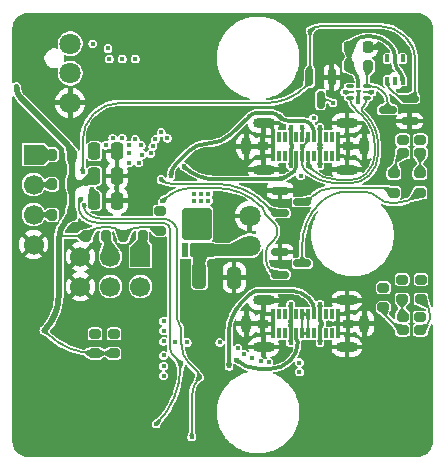
<source format=gbr>
%TF.GenerationSoftware,KiCad,Pcbnew,9.0.3*%
%TF.CreationDate,2025-08-23T17:43:30+02:00*%
%TF.ProjectId,USBPanel,55534250-616e-4656-9c2e-6b696361645f,rev?*%
%TF.SameCoordinates,Original*%
%TF.FileFunction,Copper,L6,Bot*%
%TF.FilePolarity,Positive*%
%FSLAX46Y46*%
G04 Gerber Fmt 4.6, Leading zero omitted, Abs format (unit mm)*
G04 Created by KiCad (PCBNEW 9.0.3) date 2025-08-23 17:43:30*
%MOMM*%
%LPD*%
G01*
G04 APERTURE LIST*
G04 Aperture macros list*
%AMRoundRect*
0 Rectangle with rounded corners*
0 $1 Rounding radius*
0 $2 $3 $4 $5 $6 $7 $8 $9 X,Y pos of 4 corners*
0 Add a 4 corners polygon primitive as box body*
4,1,4,$2,$3,$4,$5,$6,$7,$8,$9,$2,$3,0*
0 Add four circle primitives for the rounded corners*
1,1,$1+$1,$2,$3*
1,1,$1+$1,$4,$5*
1,1,$1+$1,$6,$7*
1,1,$1+$1,$8,$9*
0 Add four rect primitives between the rounded corners*
20,1,$1+$1,$2,$3,$4,$5,0*
20,1,$1+$1,$4,$5,$6,$7,0*
20,1,$1+$1,$6,$7,$8,$9,0*
20,1,$1+$1,$8,$9,$2,$3,0*%
G04 Aperture macros list end*
%TA.AperFunction,SMDPad,CuDef*%
%ADD10RoundRect,0.150000X-0.150000X0.587500X-0.150000X-0.587500X0.150000X-0.587500X0.150000X0.587500X0*%
%TD*%
%TA.AperFunction,SMDPad,CuDef*%
%ADD11RoundRect,0.045000X0.105000X-0.305000X0.105000X0.305000X-0.105000X0.305000X-0.105000X-0.305000X0*%
%TD*%
%TA.AperFunction,SMDPad,CuDef*%
%ADD12RoundRect,0.037500X0.287500X0.087500X-0.287500X0.087500X-0.287500X-0.087500X0.287500X-0.087500X0*%
%TD*%
%TA.AperFunction,SMDPad,CuDef*%
%ADD13RoundRect,0.030000X0.295000X0.070000X-0.295000X0.070000X-0.295000X-0.070000X0.295000X-0.070000X0*%
%TD*%
%TA.AperFunction,ComponentPad*%
%ADD14R,1.700000X1.700000*%
%TD*%
%TA.AperFunction,ComponentPad*%
%ADD15C,1.700000*%
%TD*%
%TA.AperFunction,ComponentPad*%
%ADD16C,1.800000*%
%TD*%
%TA.AperFunction,SMDPad,CuDef*%
%ADD17RoundRect,0.200000X-0.200000X-0.275000X0.200000X-0.275000X0.200000X0.275000X-0.200000X0.275000X0*%
%TD*%
%TA.AperFunction,SMDPad,CuDef*%
%ADD18RoundRect,0.250000X-0.250000X-0.475000X0.250000X-0.475000X0.250000X0.475000X-0.250000X0.475000X0*%
%TD*%
%TA.AperFunction,SMDPad,CuDef*%
%ADD19RoundRect,0.200000X-0.275000X0.200000X-0.275000X-0.200000X0.275000X-0.200000X0.275000X0.200000X0*%
%TD*%
%TA.AperFunction,SMDPad,CuDef*%
%ADD20RoundRect,0.030000X0.120000X0.395000X-0.120000X0.395000X-0.120000X-0.395000X0.120000X-0.395000X0*%
%TD*%
%TA.AperFunction,SMDPad,CuDef*%
%ADD21RoundRect,0.030000X-0.120000X-0.395000X0.120000X-0.395000X0.120000X0.395000X-0.120000X0.395000X0*%
%TD*%
%TA.AperFunction,ComponentPad*%
%ADD22O,0.850000X1.550000*%
%TD*%
%TA.AperFunction,ComponentPad*%
%ADD23O,1.080000X0.800000*%
%TD*%
%TA.AperFunction,ComponentPad*%
%ADD24O,1.850000X0.850000*%
%TD*%
%TA.AperFunction,SMDPad,CuDef*%
%ADD25RoundRect,0.150000X-0.587500X-0.150000X0.587500X-0.150000X0.587500X0.150000X-0.587500X0.150000X0*%
%TD*%
%TA.AperFunction,SMDPad,CuDef*%
%ADD26RoundRect,0.200000X0.200000X0.275000X-0.200000X0.275000X-0.200000X-0.275000X0.200000X-0.275000X0*%
%TD*%
%TA.AperFunction,SMDPad,CuDef*%
%ADD27RoundRect,0.100000X0.100000X-0.225000X0.100000X0.225000X-0.100000X0.225000X-0.100000X-0.225000X0*%
%TD*%
%TA.AperFunction,SMDPad,CuDef*%
%ADD28RoundRect,0.120000X0.777500X0.480000X-0.777500X0.480000X-0.777500X-0.480000X0.777500X-0.480000X0*%
%TD*%
%TA.AperFunction,SMDPad,CuDef*%
%ADD29RoundRect,0.049500X0.198000X0.550500X-0.198000X0.550500X-0.198000X-0.550500X0.198000X-0.550500X0*%
%TD*%
%TA.AperFunction,SMDPad,CuDef*%
%ADD30RoundRect,0.124500X1.120500X1.205500X-1.120500X1.205500X-1.120500X-1.205500X1.120500X-1.205500X0*%
%TD*%
%TA.AperFunction,SMDPad,CuDef*%
%ADD31RoundRect,0.200000X0.275000X-0.200000X0.275000X0.200000X-0.275000X0.200000X-0.275000X-0.200000X0*%
%TD*%
%TA.AperFunction,SMDPad,CuDef*%
%ADD32RoundRect,0.150000X0.587500X0.150000X-0.587500X0.150000X-0.587500X-0.150000X0.587500X-0.150000X0*%
%TD*%
%TA.AperFunction,SMDPad,CuDef*%
%ADD33RoundRect,0.225000X-0.225000X-0.250000X0.225000X-0.250000X0.225000X0.250000X-0.225000X0.250000X0*%
%TD*%
%TA.AperFunction,SMDPad,CuDef*%
%ADD34RoundRect,0.250000X-0.325000X-0.650000X0.325000X-0.650000X0.325000X0.650000X-0.325000X0.650000X0*%
%TD*%
%TA.AperFunction,SMDPad,CuDef*%
%ADD35RoundRect,0.200000X0.300000X0.200000X-0.300000X0.200000X-0.300000X-0.200000X0.300000X-0.200000X0*%
%TD*%
%TA.AperFunction,ViaPad*%
%ADD36C,0.450000*%
%TD*%
%TA.AperFunction,Conductor*%
%ADD37C,0.200000*%
%TD*%
%TA.AperFunction,Conductor*%
%ADD38C,0.300000*%
%TD*%
%TA.AperFunction,Conductor*%
%ADD39C,0.500000*%
%TD*%
%TA.AperFunction,Conductor*%
%ADD40C,0.150000*%
%TD*%
%TA.AperFunction,Conductor*%
%ADD41C,1.000000*%
%TD*%
G04 APERTURE END LIST*
D10*
%TO.P,Q6,1,G*%
%TO.N,/PORT1_UFP*%
X155350000Y-86662500D03*
%TO.P,Q6,2,S*%
%TO.N,GND*%
X157250000Y-86662500D03*
%TO.P,Q6,3,D*%
%TO.N,Net-(Q6-D)*%
X156300000Y-88537500D03*
%TD*%
D11*
%TO.P,U5,8,VCC*%
%TO.N,+3.3V*%
X159500000Y-87200000D03*
D12*
%TO.P,U5,7*%
%TO.N,N/C*%
X158775000Y-87400000D03*
D13*
%TO.P,U5,6,HSD-*%
%TO.N,Net-(J4-Pin_2)*%
X158775000Y-87900000D03*
D12*
%TO.P,U5,5,D-*%
%TO.N,/PORT1_D-*%
X158775000Y-88400000D03*
D11*
%TO.P,U5,4,GND*%
%TO.N,GND*%
X159500000Y-88600000D03*
D12*
%TO.P,U5,3,D+*%
%TO.N,/PORT1_D+*%
X160225000Y-88400000D03*
D13*
%TO.P,U5,2,HSD+*%
%TO.N,Net-(J4-Pin_3)*%
X160225000Y-87900000D03*
D12*
%TO.P,U5,1,~{OE}*%
%TO.N,Net-(Q3-D)*%
X160225000Y-87400000D03*
%TD*%
D14*
%TO.P,J6,1,Pin_1*%
%TO.N,Net-(J6-Pin_1)*%
X132000000Y-93200000D03*
D15*
%TO.P,J6,2,Pin_2*%
%TO.N,Net-(J6-Pin_2)*%
X132000000Y-95740000D03*
%TO.P,J6,3,Pin_3*%
%TO.N,Net-(J6-Pin_3)*%
X132000000Y-98280000D03*
%TO.P,J6,4,Pin_4*%
%TO.N,GND*%
X132000000Y-100820000D03*
%TD*%
D16*
%TO.P,J5,1,Pin_1*%
%TO.N,Net-(J5-Pin_1)*%
X150300000Y-100900000D03*
%TO.P,J5,2,Pin_2*%
%TO.N,GND*%
X150300000Y-98400000D03*
%TD*%
D14*
%TO.P,J7,1,Pin_1*%
%TO.N,Net-(J7-Pin_1)*%
X141040000Y-101825000D03*
D15*
%TO.P,J7,2,Pin_2*%
%TO.N,Net-(J7-Pin_2)*%
X141040000Y-104365000D03*
%TO.P,J7,3,Pin_3*%
%TO.N,Net-(J7-Pin_3)*%
X138500000Y-101825000D03*
%TO.P,J7,4,Pin_4*%
%TO.N,Net-(J7-Pin_4)*%
X138500000Y-104365000D03*
%TO.P,J7,5,Pin_5*%
%TO.N,GND*%
X135960000Y-101825000D03*
%TO.P,J7,6,Pin_6*%
X135960000Y-104365000D03*
%TD*%
D16*
%TO.P,J3,1,Pin_1*%
%TO.N,+5V*%
X135100000Y-83800000D03*
%TO.P,J3,2,Pin_2*%
%TO.N,/+3.3V_EXT*%
X135100000Y-86300000D03*
%TO.P,J3,3,Pin_3*%
%TO.N,GND*%
X135100000Y-88800000D03*
%TD*%
D17*
%TO.P,R12,1*%
%TO.N,+3.3V*%
X158675000Y-85700000D03*
%TO.P,R12,2*%
%TO.N,Net-(Q3-D)*%
X160325000Y-85700000D03*
%TD*%
D18*
%TO.P,C1,1*%
%TO.N,/+3.3V_EXT*%
X137150000Y-92900000D03*
%TO.P,C1,2*%
%TO.N,GND*%
X139050000Y-92900000D03*
%TD*%
D19*
%TO.P,R13,1*%
%TO.N,Net-(D2-RK)*%
X164700000Y-94775000D03*
%TO.P,R13,2*%
%TO.N,Net-(Q4-D)*%
X164700000Y-96425000D03*
%TD*%
D20*
%TO.P,J2,A1,GND*%
%TO.N,GND*%
X157750000Y-106675000D03*
%TO.P,J2,A2*%
%TO.N,N/C*%
X157250000Y-106675000D03*
%TO.P,J2,A3*%
X156750000Y-106675000D03*
%TO.P,J2,A4,VBUS*%
%TO.N,/PORT2_VBUS*%
X156250000Y-106675000D03*
%TO.P,J2,A5,CC1*%
%TO.N,Net-(J2-CC1)*%
X155750000Y-106675000D03*
%TO.P,J2,A6,D+*%
%TO.N,Net-(J2-D+-PadA6)*%
X155250000Y-106675000D03*
%TO.P,J2,A7,D-*%
X154750000Y-106675000D03*
%TO.P,J2,A8*%
%TO.N,N/C*%
X154250000Y-106675000D03*
%TO.P,J2,A9,VBUS*%
%TO.N,/PORT2_VBUS*%
X153750000Y-106675000D03*
%TO.P,J2,A10*%
%TO.N,N/C*%
X153250000Y-106675000D03*
%TO.P,J2,A11*%
X152750000Y-106675000D03*
%TO.P,J2,A12,GND*%
%TO.N,GND*%
X152250000Y-106675000D03*
D21*
%TO.P,J2,B1,GND*%
X152250000Y-108325000D03*
%TO.P,J2,B2*%
%TO.N,N/C*%
X152750000Y-108325000D03*
%TO.P,J2,B3*%
X153250000Y-108325000D03*
%TO.P,J2,B4,VBUS*%
%TO.N,/PORT2_VBUS*%
X153750000Y-108325000D03*
%TO.P,J2,B5,CC2*%
%TO.N,Net-(J2-CC2)*%
X154250000Y-108325000D03*
%TO.P,J2,B6,D+*%
%TO.N,Net-(J2-D+-PadA6)*%
X154750000Y-108325000D03*
%TO.P,J2,B7,D-*%
X155250000Y-108325000D03*
%TO.P,J2,B8*%
%TO.N,N/C*%
X155750000Y-108325000D03*
%TO.P,J2,B9,VBUS*%
%TO.N,/PORT2_VBUS*%
X156250000Y-108325000D03*
%TO.P,J2,B10*%
%TO.N,N/C*%
X156750000Y-108325000D03*
%TO.P,J2,B11*%
X157250000Y-108325000D03*
%TO.P,J2,B12,GND*%
%TO.N,GND*%
X157750000Y-108325000D03*
D22*
%TO.P,J2,S1,SHIELD*%
X160000000Y-107500000D03*
D23*
X158610000Y-107500000D03*
D24*
X158525000Y-109475000D03*
X158525000Y-105525000D03*
X151475000Y-109475000D03*
X151475000Y-105525000D03*
D23*
X151390000Y-107500000D03*
D22*
X150000000Y-107500000D03*
%TD*%
D19*
%TO.P,R16,1*%
%TO.N,Net-(U4-~{UFP})*%
X161600000Y-104475000D03*
%TO.P,R16,2*%
%TO.N,Net-(D3-GK)*%
X161600000Y-106125000D03*
%TD*%
D25*
%TO.P,Q5,1,G*%
%TO.N,Net-(Q5-G)*%
X152862500Y-98150000D03*
%TO.P,Q5,2,S*%
%TO.N,GND*%
X152862500Y-96250000D03*
%TO.P,Q5,3,D*%
%TO.N,Net-(Q5-D)*%
X154737500Y-97200000D03*
%TD*%
D26*
%TO.P,R2,1*%
%TO.N,Net-(J7-Pin_1)*%
X141225000Y-100100000D03*
%TO.P,R2,2*%
%TO.N,+3.3V*%
X139575000Y-100100000D03*
%TD*%
D17*
%TO.P,R6,1*%
%TO.N,Net-(J6-Pin_3)*%
X133575000Y-98300000D03*
%TO.P,R6,2*%
%TO.N,+3.3V*%
X135225000Y-98300000D03*
%TD*%
D25*
%TO.P,Q4,1,G*%
%TO.N,Net-(Q4-G)*%
X152862500Y-103350000D03*
%TO.P,Q4,2,S*%
%TO.N,GND*%
X152862500Y-101450000D03*
%TO.P,Q4,3,D*%
%TO.N,Net-(Q4-D)*%
X154737500Y-102400000D03*
%TD*%
D18*
%TO.P,C2,1*%
%TO.N,+3.3V*%
X137150000Y-95000000D03*
%TO.P,C2,2*%
%TO.N,GND*%
X139050000Y-95000000D03*
%TD*%
D27*
%TO.P,U6,1,VCCA*%
%TO.N,+3.3V*%
X163250000Y-86950000D03*
%TO.P,U6,2,GND*%
%TO.N,GND*%
X162600000Y-86950000D03*
%TO.P,U6,3,A*%
%TO.N,/PORT1_UFP*%
X161950000Y-86950000D03*
%TO.P,U6,4,B*%
%TO.N,Net-(J4-Pin_1)*%
X161950000Y-85050000D03*
%TO.P,U6,5,DIR*%
%TO.N,+3.3V*%
X162600000Y-85050000D03*
%TO.P,U6,6,VCCB*%
%TO.N,+5V*%
X163250000Y-85050000D03*
%TD*%
D28*
%TO.P,Q2,1,S*%
%TO.N,Net-(J5-Pin_1)*%
X146147500Y-101300000D03*
D29*
%TO.P,Q2,2,G*%
%TO.N,Net-(Q2-G)*%
X144802500Y-101300000D03*
D30*
%TO.P,Q2,3,D*%
%TO.N,Net-(Q1-D)*%
X145800000Y-99030000D03*
%TD*%
D19*
%TO.P,R14,1*%
%TO.N,Net-(D2-GK)*%
X162500000Y-94775000D03*
%TO.P,R14,2*%
%TO.N,Net-(Q5-D)*%
X162500000Y-96425000D03*
%TD*%
%TO.P,R15,1*%
%TO.N,Net-(U4-~{FAULT})*%
X164800000Y-103775000D03*
%TO.P,R15,2*%
%TO.N,Net-(D3-RK)*%
X164800000Y-105425000D03*
%TD*%
D18*
%TO.P,C3,1*%
%TO.N,Net-(U1-LDO_1V5)*%
X137150000Y-97100000D03*
%TO.P,C3,2*%
%TO.N,GND*%
X139050000Y-97100000D03*
%TD*%
D31*
%TO.P,R19,1*%
%TO.N,+3.3V*%
X138800000Y-110025000D03*
%TO.P,R19,2*%
%TO.N,Net-(J7-Pin_4)*%
X138800000Y-108375000D03*
%TD*%
D19*
%TO.P,R3,1*%
%TO.N,Net-(U1-~{I2Cc_IRQ})*%
X142700000Y-97975000D03*
%TO.P,R3,2*%
%TO.N,+3.3V*%
X142700000Y-99625000D03*
%TD*%
D17*
%TO.P,R4,1*%
%TO.N,Net-(J6-Pin_2)*%
X133575000Y-95700000D03*
%TO.P,R4,2*%
%TO.N,+3.3V*%
X135225000Y-95700000D03*
%TD*%
D26*
%TO.P,R1,1*%
%TO.N,Net-(J7-Pin_3)*%
X138125000Y-100100000D03*
%TO.P,R1,2*%
%TO.N,+3.3V*%
X136475000Y-100100000D03*
%TD*%
D31*
%TO.P,R18,1*%
%TO.N,+3.3V*%
X137200000Y-110025000D03*
%TO.P,R18,2*%
%TO.N,Net-(J7-Pin_2)*%
X137200000Y-108375000D03*
%TD*%
D32*
%TO.P,Q3,1,G*%
%TO.N,/PORT1_UFP*%
X163837500Y-88450000D03*
%TO.P,Q3,2,S*%
%TO.N,GND*%
X163837500Y-90350000D03*
%TO.P,Q3,3,D*%
%TO.N,Net-(Q3-D)*%
X161962500Y-89400000D03*
%TD*%
D33*
%TO.P,C17,1*%
%TO.N,+3.3V*%
X158725000Y-84100000D03*
%TO.P,C17,2*%
%TO.N,GND*%
X160275000Y-84100000D03*
%TD*%
D34*
%TO.P,C18,1*%
%TO.N,Net-(J5-Pin_1)*%
X146025000Y-103600000D03*
%TO.P,C18,2*%
%TO.N,GND*%
X148975000Y-103600000D03*
%TD*%
D19*
%TO.P,R17,1*%
%TO.N,Net-(U4-~{LD_DET})*%
X163200000Y-103775000D03*
%TO.P,R17,2*%
%TO.N,Net-(D3-BK)*%
X163200000Y-105425000D03*
%TD*%
D35*
%TO.P,D3,1,A*%
%TO.N,+5V*%
X164750000Y-106950000D03*
%TO.P,D3,2,BK*%
%TO.N,Net-(D3-BK)*%
X163250000Y-106950000D03*
%TO.P,D3,3,GK*%
%TO.N,Net-(D3-GK)*%
X163250000Y-108050000D03*
%TO.P,D3,4,RK*%
%TO.N,Net-(D3-RK)*%
X164750000Y-108050000D03*
%TD*%
%TO.P,D2,1,A*%
%TO.N,+5V*%
X164750000Y-91950000D03*
%TO.P,D2,2,BK*%
%TO.N,Net-(D2-BK)*%
X163250000Y-91950000D03*
%TO.P,D2,3,GK*%
%TO.N,Net-(D2-GK)*%
X163250000Y-93050000D03*
%TO.P,D2,4,RK*%
%TO.N,Net-(D2-RK)*%
X164750000Y-93050000D03*
%TD*%
D17*
%TO.P,R5,1*%
%TO.N,Net-(J6-Pin_1)*%
X133575000Y-93200000D03*
%TO.P,R5,2*%
%TO.N,+3.3V*%
X135225000Y-93200000D03*
%TD*%
D20*
%TO.P,J1,A1,GND*%
%TO.N,GND*%
X157750000Y-91675000D03*
%TO.P,J1,A2*%
%TO.N,N/C*%
X157250000Y-91675000D03*
%TO.P,J1,A3*%
X156750000Y-91675000D03*
%TO.P,J1,A4,VBUS*%
%TO.N,/PORT1_VBUS*%
X156250000Y-91675000D03*
%TO.P,J1,A5,CC1*%
%TO.N,Net-(J1-CC1)*%
X155750000Y-91675000D03*
%TO.P,J1,A6,D+*%
%TO.N,/PORT1_D+*%
X155250000Y-91675000D03*
%TO.P,J1,A7,D-*%
%TO.N,/PORT1_D-*%
X154750000Y-91675000D03*
%TO.P,J1,A8,SBU1*%
%TO.N,unconnected-(J1-SBU1-PadA8)*%
X154250000Y-91675000D03*
%TO.P,J1,A9,VBUS*%
%TO.N,/PORT1_VBUS*%
X153750000Y-91675000D03*
%TO.P,J1,A10*%
%TO.N,N/C*%
X153250000Y-91675000D03*
%TO.P,J1,A11*%
X152750000Y-91675000D03*
%TO.P,J1,A12,GND*%
%TO.N,GND*%
X152250000Y-91675000D03*
D21*
%TO.P,J1,B1,GND*%
X152250000Y-93325000D03*
%TO.P,J1,B2*%
%TO.N,N/C*%
X152750000Y-93325000D03*
%TO.P,J1,B3*%
X153250000Y-93325000D03*
%TO.P,J1,B4,VBUS*%
%TO.N,/PORT1_VBUS*%
X153750000Y-93325000D03*
%TO.P,J1,B5,CC2*%
%TO.N,Net-(J1-CC2)*%
X154250000Y-93325000D03*
%TO.P,J1,B6,D+*%
%TO.N,/PORT1_D+*%
X154750000Y-93325000D03*
%TO.P,J1,B7,D-*%
%TO.N,/PORT1_D-*%
X155250000Y-93325000D03*
%TO.P,J1,B8,SBU2*%
%TO.N,unconnected-(J1-SBU2-PadB8)*%
X155750000Y-93325000D03*
%TO.P,J1,B9,VBUS*%
%TO.N,/PORT1_VBUS*%
X156250000Y-93325000D03*
%TO.P,J1,B10*%
%TO.N,N/C*%
X156750000Y-93325000D03*
%TO.P,J1,B11*%
X157250000Y-93325000D03*
%TO.P,J1,B12,GND*%
%TO.N,GND*%
X157750000Y-93325000D03*
D22*
%TO.P,J1,S1,SHIELD*%
X160000000Y-92500000D03*
D23*
X158610000Y-92500000D03*
D24*
X158525000Y-94475000D03*
X158525000Y-90525000D03*
X151475000Y-94475000D03*
X151475000Y-90525000D03*
D23*
X151390000Y-92500000D03*
D22*
X150000000Y-92500000D03*
%TD*%
D36*
%TO.N,GND*%
X157250000Y-86662500D03*
%TO.N,Net-(D2-BK)*%
X163250000Y-91950000D03*
%TO.N,Net-(Q6-D)*%
X157350000Y-88820000D03*
%TO.N,GND*%
X140100000Y-97100000D03*
X146800000Y-110600000D03*
X157385000Y-107500000D03*
X158100000Y-84900000D03*
X153000000Y-105700000D03*
X138600000Y-90250000D03*
X135100000Y-116725000D03*
X138300000Y-116725000D03*
X141050000Y-107700000D03*
X142800000Y-89650000D03*
X146800000Y-109600000D03*
X139000000Y-97100000D03*
X141200000Y-97100000D03*
X148975000Y-103600000D03*
X156450000Y-111200000D03*
X132900000Y-106525000D03*
X159500000Y-88600000D03*
X161270000Y-83870000D03*
X152862500Y-96250000D03*
X140700000Y-90250000D03*
X149200000Y-111600000D03*
X141050000Y-111500000D03*
X140100000Y-94900000D03*
X136700000Y-116725000D03*
X162600000Y-86950000D03*
X146800000Y-108600000D03*
X133500000Y-116725000D03*
X145400000Y-93700000D03*
X144000000Y-85100000D03*
X141200000Y-96000000D03*
X160100000Y-94000000D03*
X135700000Y-99400000D03*
X160200000Y-105900000D03*
X140100000Y-96000000D03*
X145800000Y-109600000D03*
X138705000Y-112775000D03*
X160100000Y-83800000D03*
X139100000Y-93100000D03*
X144700000Y-103000000D03*
X133020000Y-97540000D03*
X145800000Y-110600000D03*
X154900000Y-109400000D03*
X145800000Y-108600000D03*
X139000000Y-96000000D03*
X148000000Y-98100000D03*
X141200000Y-94900000D03*
X160100000Y-91000000D03*
X139000000Y-94900000D03*
X146200000Y-85100000D03*
X160200000Y-109100000D03*
X144970000Y-95200000D03*
X152862500Y-101450000D03*
X141425000Y-109600000D03*
X163837500Y-90350000D03*
X145100000Y-85100000D03*
%TO.N,/+3.3V_EXT*%
X137150000Y-92900000D03*
%TO.N,+3.3V*%
X132900000Y-108075000D03*
X130540000Y-87460000D03*
X137150000Y-94600000D03*
X159100000Y-83630000D03*
%TO.N,Net-(U1-LDO_1V5)*%
X136930000Y-96100000D03*
%TO.N,+5V*%
X139500000Y-85100000D03*
X140100000Y-93100000D03*
X138300000Y-84200000D03*
X138400000Y-85100000D03*
X143000000Y-111100000D03*
X164750000Y-106950000D03*
X140100000Y-93900000D03*
X140100000Y-92400000D03*
X143000000Y-108100000D03*
X137000000Y-83800000D03*
X138700000Y-91800000D03*
X144000000Y-109100000D03*
X138100000Y-92400000D03*
X163250000Y-85050000D03*
X164750000Y-91950000D03*
X143000000Y-111900000D03*
X143000000Y-110200000D03*
X140600000Y-91900000D03*
X143000000Y-109000000D03*
X143000000Y-107300000D03*
X145000000Y-109100000D03*
X140600000Y-85100000D03*
X139500000Y-91800000D03*
X141100000Y-92400000D03*
%TO.N,Net-(J1-CC1)*%
X143625000Y-95000000D03*
X152880000Y-90030000D03*
%TO.N,Net-(J1-CC2)*%
X152900000Y-95229493D03*
X144710000Y-94190000D03*
%TO.N,/PORT1_D+*%
X154750000Y-92500000D03*
%TO.N,/PORT1_D-*%
X155250000Y-94130000D03*
X154750000Y-90870000D03*
%TO.N,Net-(J2-CC1)*%
X148540000Y-111100000D03*
%TO.N,Net-(J2-CC2)*%
X149170000Y-110570000D03*
%TO.N,Net-(J4-Pin_3)*%
X160650000Y-87900000D03*
%TO.N,Net-(J4-Pin_2)*%
X158350000Y-87900000D03*
%TO.N,Net-(J4-Pin_1)*%
X161950000Y-85050000D03*
%TO.N,Net-(J5-Pin_1)*%
X146025000Y-102400000D03*
%TO.N,Net-(J7-Pin_4)*%
X138800000Y-108375000D03*
%TO.N,Net-(J7-Pin_2)*%
X137200000Y-108375000D03*
%TO.N,Net-(Q1-D)*%
X145000000Y-99100000D03*
X145800000Y-98200000D03*
X145800000Y-99100000D03*
X146600000Y-99100000D03*
X145800000Y-100000000D03*
X145000000Y-100000000D03*
X146600000Y-98200000D03*
X145000000Y-98200000D03*
X146600000Y-100000000D03*
%TO.N,Net-(Q2-G)*%
X144802500Y-101300000D03*
%TO.N,/PORT1_UFP*%
X136150000Y-94650000D03*
X155400000Y-82700000D03*
%TO.N,Net-(Q4-G)*%
X142910000Y-97150000D03*
%TO.N,Net-(Q5-G)*%
X142780000Y-95300000D03*
%TO.N,Net-(U1-~{I2Cc_IRQ})*%
X142700000Y-97975000D03*
%TO.N,Net-(U4-~{FAULT})*%
X164800000Y-103775000D03*
%TO.N,Net-(U4-~{UFP})*%
X161600000Y-104475000D03*
%TO.N,Net-(U4-~{LD_DET})*%
X163200000Y-103775000D03*
%TO.N,/PORT2_EN*%
X135980000Y-96920000D03*
X142400000Y-116000000D03*
X144440000Y-110850000D03*
%TO.N,/PORT2_HI*%
X145400000Y-117100000D03*
X146060000Y-112050000D03*
X136280000Y-97430000D03*
%TO.N,/PORT1_VBUS*%
X141900000Y-93100000D03*
X146200000Y-96500000D03*
X146800000Y-97100000D03*
X145600000Y-97100000D03*
X143300000Y-91800000D03*
X142800000Y-91300000D03*
X145600000Y-96500000D03*
X141200000Y-93200000D03*
X142300000Y-91900000D03*
X142100000Y-92500000D03*
X153750000Y-94130000D03*
X155700000Y-90100000D03*
X140900000Y-93900000D03*
X156250000Y-94130000D03*
X156250000Y-92500000D03*
X146200000Y-97100000D03*
X156250000Y-90880000D03*
X153900000Y-92500000D03*
X154600000Y-95000000D03*
X153750000Y-90880000D03*
X146800000Y-96500000D03*
%TO.N,/PORT2_VBUS*%
X153750000Y-109140000D03*
X150500000Y-110440000D03*
X149800000Y-110100000D03*
X154500000Y-111600000D03*
X149300000Y-109600000D03*
X153760000Y-105850000D03*
X151910000Y-110780000D03*
X156250000Y-109140000D03*
X156250000Y-105850000D03*
X154500000Y-110800000D03*
X156415000Y-107500000D03*
X147750000Y-109100000D03*
X151210000Y-110690000D03*
X153750000Y-107500000D03*
%TD*%
D37*
%TO.N,Net-(Q6-D)*%
X156300000Y-88537500D02*
X156667985Y-88537500D01*
X156667985Y-88537500D02*
G75*
G02*
X157350004Y-88819996I15J-964500D01*
G01*
%TO.N,/PORT1_UFP*%
X155010000Y-87440000D02*
X155040641Y-87409359D01*
X139276934Y-88820000D02*
X151678385Y-88820000D01*
X155040641Y-87409359D02*
G75*
G03*
X155350005Y-86662500I-746841J746859D01*
G01*
X136150000Y-94650000D02*
X136150000Y-91975219D01*
X151678385Y-88820000D02*
G75*
G03*
X155010004Y-87440004I15J4711600D01*
G01*
X137080000Y-89730000D02*
G75*
G02*
X139276934Y-88820014I2196900J-2196900D01*
G01*
X136150000Y-91975219D02*
G75*
G02*
X137079995Y-89729995I3175200J19D01*
G01*
X155400000Y-86541789D02*
X155400000Y-82700000D01*
X155350000Y-86662500D02*
G75*
G03*
X155399996Y-86541789I-120700J120700D01*
G01*
D38*
%TO.N,GND*%
X157385000Y-107500000D02*
X157750000Y-107500000D01*
X150000000Y-92500000D02*
X151390000Y-92500000D01*
X151390000Y-94269792D02*
X151390000Y-92500000D01*
X152250000Y-107500000D02*
X152250000Y-108325000D01*
X152250000Y-91675000D02*
X152249389Y-91654421D01*
X152250000Y-92500000D02*
X152250000Y-93325000D01*
X157750000Y-106675000D02*
X157750000Y-107500000D01*
X152249389Y-91654421D02*
X152249389Y-91123083D01*
X152250000Y-91675000D02*
X152250000Y-92500000D01*
X157750000Y-107500000D02*
X157750000Y-108325000D01*
X158610000Y-92500000D02*
X157750000Y-92500000D01*
X151661655Y-90525000D02*
X151475000Y-90525000D01*
X160275000Y-84100000D02*
X160714731Y-84100000D01*
X157750000Y-91675000D02*
X157750000Y-92500000D01*
X151390000Y-92500000D02*
X152250000Y-92500000D01*
X157750000Y-92500000D02*
X157750000Y-93325000D01*
X151390000Y-90730208D02*
X151390000Y-92500000D01*
X158610000Y-107500000D02*
X157750000Y-107500000D01*
X160186612Y-83886611D02*
X160100000Y-83800000D01*
X160000000Y-107500000D02*
X158610000Y-107500000D01*
X152070000Y-90690000D02*
X152060000Y-90690000D01*
X158610000Y-109269792D02*
X158610000Y-107500000D01*
X158610000Y-105730208D02*
X158610000Y-107500000D01*
X151390000Y-107500000D02*
X152250000Y-107500000D01*
X152250000Y-106675000D02*
X152250000Y-107500000D01*
X158525000Y-105525000D02*
G75*
G02*
X158609997Y-105730208I-205200J-205200D01*
G01*
X152060000Y-90690000D02*
G75*
G03*
X151661655Y-90525019I-398300J-398300D01*
G01*
X160714731Y-84100000D02*
G75*
G03*
X161269991Y-83869991I-31J785300D01*
G01*
X151475000Y-90525000D02*
G75*
G03*
X151390003Y-90730208I205200J-205200D01*
G01*
X158525000Y-109475000D02*
G75*
G03*
X158609997Y-109269792I-205200J205200D01*
G01*
X152249389Y-91123083D02*
G75*
G03*
X152069995Y-90690005I-612489J-17D01*
G01*
X160275000Y-84100000D02*
G75*
G03*
X160186616Y-83886607I-301800J0D01*
G01*
X151475000Y-94475000D02*
G75*
G02*
X151390003Y-94269792I205200J205200D01*
G01*
D39*
%TO.N,+3.3V*%
X135225000Y-98300000D02*
X135225000Y-95700000D01*
X130935980Y-88415980D02*
X134874982Y-92354982D01*
D38*
X158792175Y-83937825D02*
X159100000Y-83630000D01*
D39*
X135225000Y-93200000D02*
X135225000Y-95700000D01*
D38*
X160467574Y-83160000D02*
X160490761Y-83160000D01*
D37*
X140960000Y-99350000D02*
X142036091Y-99350000D01*
D38*
X158725000Y-84100000D02*
X158725000Y-85579289D01*
D39*
X135460051Y-95700000D02*
X135225000Y-95700000D01*
D37*
X137200000Y-110025000D02*
X138800000Y-110025000D01*
D38*
X160234680Y-83160000D02*
X160467574Y-83160000D01*
X162060000Y-83810000D02*
X162191716Y-83941716D01*
X137150000Y-95000000D02*
X137150000Y-94600000D01*
X159022703Y-86047703D02*
X158675000Y-85700000D01*
D37*
X137730000Y-99360000D02*
X138542304Y-99360000D01*
X139575000Y-100100000D02*
X139875987Y-99799013D01*
D39*
X134819429Y-98705571D02*
X135225000Y-98300000D01*
D38*
X162600000Y-85050000D02*
X162600000Y-85457157D01*
X162600000Y-84927401D02*
X162600000Y-85050000D01*
X162800000Y-85940000D02*
X162854020Y-85994020D01*
D39*
X134130000Y-100370000D02*
X134130000Y-105105517D01*
D37*
X139170000Y-99620000D02*
X139521967Y-99971967D01*
X136475000Y-100100000D02*
X134145537Y-100100000D01*
X132900000Y-108075000D02*
X133188299Y-108363299D01*
X136475000Y-100100000D02*
X136850840Y-99724160D01*
D38*
X162191716Y-83941716D02*
G75*
G02*
X162599990Y-84927401I-985716J-985684D01*
G01*
D37*
X138542304Y-99360000D02*
G75*
G02*
X139169999Y-99620001I-4J-887700D01*
G01*
D38*
X162854020Y-85994020D02*
G75*
G02*
X163249988Y-86950000I-956020J-955980D01*
G01*
D37*
X136850840Y-99724160D02*
G75*
G02*
X137730000Y-99359994I879160J-879140D01*
G01*
X133188299Y-108363299D02*
G75*
G03*
X137200000Y-110025001I4011701J4011699D01*
G01*
D39*
X137150000Y-95000000D02*
G75*
G02*
X135460051Y-95699979I-1689900J1689900D01*
G01*
X134130000Y-100370000D02*
G75*
G02*
X134819420Y-98705562I2353900J0D01*
G01*
D37*
X142036091Y-99350000D02*
G75*
G02*
X142700003Y-99624997I9J-938900D01*
G01*
D39*
X130540000Y-87460000D02*
G75*
G03*
X130935992Y-88415968I1351900J0D01*
G01*
X134130000Y-105105517D02*
G75*
G02*
X132899995Y-108074995I-4199500J17D01*
G01*
D37*
X139521967Y-99971967D02*
G75*
G02*
X139574990Y-100100000I-128067J-128033D01*
G01*
D38*
X160490761Y-83160000D02*
G75*
G02*
X162060011Y-83809989I39J-2219200D01*
G01*
X159100000Y-83630000D02*
G75*
G02*
X160234680Y-83159992I1134700J-1134700D01*
G01*
X158725000Y-84100000D02*
G75*
G02*
X158792165Y-83937815I229400J0D01*
G01*
D37*
X139875987Y-99799013D02*
G75*
G02*
X140960000Y-99349992I1084013J-1083987D01*
G01*
D38*
X158725000Y-85579289D02*
G75*
G02*
X158675003Y-85700003I-170700J-11D01*
G01*
X159500000Y-87200000D02*
G75*
G03*
X159022704Y-86047702I-1629600J0D01*
G01*
X162600000Y-85457157D02*
G75*
G03*
X162799987Y-85940013I682800J-43D01*
G01*
D39*
X134874982Y-92354982D02*
G75*
G02*
X135225010Y-93200000I-844982J-845018D01*
G01*
D38*
%TO.N,Net-(U1-LDO_1V5)*%
X136930000Y-96100000D02*
X136930000Y-96568873D01*
X136930000Y-96568873D02*
G75*
G03*
X137149992Y-97100008I751100J-27D01*
G01*
%TO.N,Net-(J1-CC1)*%
X144190000Y-93850000D02*
X144171380Y-93869325D01*
X154826447Y-90350000D02*
X153652548Y-90350000D01*
X144171380Y-93869325D02*
X144038159Y-94002546D01*
X155750000Y-91675000D02*
X155750000Y-91372548D01*
X150210000Y-89980000D02*
X148799741Y-91390259D01*
X151938457Y-89640000D02*
X151030833Y-89640000D01*
X145129462Y-92910538D02*
X144190000Y-93850000D01*
X155750000Y-91372548D02*
G75*
G03*
X155430014Y-90599986I-1092500J48D01*
G01*
X151030833Y-89640000D02*
G75*
G03*
X150209990Y-89979990I-33J-1160800D01*
G01*
X155430000Y-90600000D02*
G75*
G03*
X154826447Y-90349981I-603600J-603600D01*
G01*
X153652548Y-90350000D02*
G75*
G02*
X152879986Y-90030014I-48J1092500D01*
G01*
X148799741Y-91390259D02*
G75*
G02*
X146700000Y-92259995I-2099741J2099759D01*
G01*
X146700000Y-92260000D02*
G75*
G03*
X145129457Y-92910533I0J-2221100D01*
G01*
X144038159Y-94002546D02*
G75*
G03*
X143624996Y-95000000I997441J-997454D01*
G01*
X152880000Y-90030000D02*
G75*
G03*
X151938457Y-89640018I-941500J-941500D01*
G01*
%TO.N,Net-(J1-CC2)*%
X147447056Y-95280000D02*
X147341493Y-95280000D01*
X152140000Y-95280000D02*
X147447056Y-95280000D01*
X152418335Y-95280000D02*
X152140000Y-95280000D01*
X154250000Y-93325000D02*
X154250000Y-94141299D01*
X154250000Y-94141299D02*
G75*
G02*
X154060000Y-94600000I-648700J-1D01*
G01*
X154060000Y-94600000D02*
G75*
G02*
X152418335Y-95280014I-1641700J1641700D01*
G01*
X147341493Y-95280000D02*
G75*
G02*
X144710002Y-94189998I7J3721500D01*
G01*
D37*
%TO.N,Net-(D2-GK)*%
X163189429Y-93110571D02*
X163250000Y-93050000D01*
X162500000Y-94775000D02*
G75*
G02*
X163189420Y-93110562I2353900J0D01*
G01*
%TO.N,Net-(D2-RK)*%
X164700000Y-94775000D02*
X164700000Y-93170711D01*
X164700000Y-93170711D02*
G75*
G02*
X164749997Y-93049997I170700J11D01*
G01*
%TO.N,Net-(D3-RK)*%
X165330000Y-107610000D02*
X164988995Y-107951005D01*
X164800000Y-105425000D02*
X165151698Y-105776698D01*
X165530000Y-106690000D02*
X165530000Y-107127157D01*
X165530000Y-107127157D02*
G75*
G02*
X165330013Y-107610013I-682800J-43D01*
G01*
X165151698Y-105776698D02*
G75*
G02*
X165530001Y-106690000I-913298J-913302D01*
G01*
X164988995Y-107951005D02*
G75*
G02*
X164750000Y-108049997I-238995J239005D01*
G01*
%TO.N,Net-(D3-GK)*%
X161935876Y-106935875D02*
X162670000Y-107670000D01*
X162670000Y-107670000D02*
X162908579Y-107908579D01*
X162908579Y-107908579D02*
G75*
G03*
X163250000Y-108050013I341421J341379D01*
G01*
X161600000Y-106125000D02*
G75*
G03*
X161935886Y-106935865I1146700J0D01*
G01*
%TO.N,Net-(D3-BK)*%
X163200000Y-105425000D02*
X163200000Y-106829289D01*
X163200000Y-106829289D02*
G75*
G03*
X163249997Y-106950003I170700J-11D01*
G01*
D40*
%TO.N,/PORT1_D+*%
X160370000Y-94990000D02*
X160452893Y-94907107D01*
X159938786Y-89041214D02*
X159973977Y-89006023D01*
X159844853Y-89135147D02*
X159938786Y-89041214D01*
X154750000Y-93325000D02*
X154750000Y-94073726D01*
X155020190Y-92229809D02*
X154750000Y-92500000D01*
X160110000Y-89800000D02*
X159837782Y-89527782D01*
X154750000Y-92500000D02*
X154750000Y-93325000D01*
X157662203Y-95600000D02*
X158897330Y-95600000D01*
X161160000Y-93200000D02*
X161160000Y-92334924D01*
X154910000Y-94460000D02*
G75*
G03*
X157662203Y-95599999I2752200J2752200D01*
G01*
X159973977Y-89006023D02*
G75*
G03*
X160225013Y-88400000I-605977J606023D01*
G01*
X154750000Y-94073726D02*
G75*
G03*
X154910008Y-94459992I546300J26D01*
G01*
X161160000Y-92334924D02*
G75*
G03*
X160110007Y-89799993I-3584900J24D01*
G01*
X158897330Y-95600000D02*
G75*
G03*
X160369991Y-94989991I-30J2082700D01*
G01*
X155250000Y-91675000D02*
G75*
G02*
X155020186Y-92229805I-784600J0D01*
G01*
X159760000Y-89340000D02*
G75*
G02*
X159844854Y-89135148I289700J0D01*
G01*
X160452893Y-94907107D02*
G75*
G03*
X161160004Y-93200000I-1707093J1707107D01*
G01*
X159837782Y-89527782D02*
G75*
G02*
X159760011Y-89340000I187818J187782D01*
G01*
%TO.N,/PORT1_D-*%
X159390000Y-89460000D02*
X159089663Y-89159663D01*
X155250000Y-93325000D02*
X155250000Y-94130000D01*
X157680000Y-95320000D02*
X158932893Y-95320000D01*
X155250000Y-94130000D02*
X155563187Y-94443187D01*
X160880000Y-93180000D02*
X160880000Y-92377939D01*
X159870295Y-89940294D02*
X159390000Y-89460000D01*
X154750000Y-91675000D02*
X154750000Y-90870000D01*
X160140000Y-94820000D02*
X160243604Y-94716396D01*
X159089663Y-89159663D02*
G75*
G02*
X158774993Y-88400000I759637J759663D01*
G01*
X155563187Y-94443187D02*
G75*
G03*
X157680000Y-95320007I2116813J2116787D01*
G01*
X160880000Y-92377939D02*
G75*
G03*
X159870324Y-89940265I-3447400J39D01*
G01*
X160243604Y-94716396D02*
G75*
G03*
X160879998Y-93180000I-1536404J1536396D01*
G01*
X158932893Y-95320000D02*
G75*
G03*
X160140002Y-94820002I7J1707100D01*
G01*
%TO.N,Net-(J2-D+-PadA6)*%
X154750000Y-108325000D02*
X155250000Y-108325000D01*
X154750000Y-106675000D02*
X154750000Y-108325000D01*
X155250000Y-108325000D02*
X155250000Y-106675000D01*
X154750000Y-106675000D02*
X155250000Y-106675000D01*
D38*
%TO.N,Net-(J2-CC1)*%
X155750000Y-106675000D02*
X155750000Y-106408112D01*
X150330000Y-105020000D02*
X149575600Y-105774400D01*
X153702477Y-104700000D02*
X151102548Y-104700000D01*
X148540000Y-108274559D02*
X148540000Y-111100000D01*
X151102548Y-104700000D02*
G75*
G03*
X150329986Y-105019986I-48J-1092500D01*
G01*
X155320000Y-105370000D02*
G75*
G03*
X153702477Y-104700010I-1617500J-1617500D01*
G01*
X149575600Y-105774400D02*
G75*
G03*
X148539983Y-108274559I2500200J-2500200D01*
G01*
X155750000Y-106408112D02*
G75*
G03*
X155320003Y-105369997I-1468100J12D01*
G01*
%TO.N,Net-(J2-CC2)*%
X154350000Y-109058995D02*
X154350000Y-109170000D01*
X153720000Y-110620000D02*
X153673467Y-110666533D01*
X152120000Y-111310000D02*
X151458406Y-111310000D01*
X154251000Y-108327414D02*
X154251000Y-108819988D01*
X151458406Y-111310000D02*
X150956518Y-111310000D01*
X153770172Y-110569827D02*
X153720000Y-110620000D01*
X154250000Y-108325000D02*
X154251000Y-108327414D01*
X154280000Y-108890000D02*
G75*
G02*
X154350002Y-109058995I-169000J-169000D01*
G01*
X153673467Y-110666533D02*
G75*
G02*
X152120000Y-111310010I-1553467J1553433D01*
G01*
X154251000Y-108819988D02*
G75*
G03*
X154279996Y-108890004I99000J-12D01*
G01*
X154350000Y-109170000D02*
G75*
G02*
X153770161Y-110569816I-1979600J0D01*
G01*
X150956518Y-111310000D02*
G75*
G02*
X149169995Y-110570005I-18J2526500D01*
G01*
D40*
%TO.N,Net-(J4-Pin_3)*%
X160225000Y-87900000D02*
X160650000Y-87900000D01*
%TO.N,Net-(J4-Pin_2)*%
X158775000Y-87900000D02*
X158350000Y-87900000D01*
D41*
%TO.N,Net-(J5-Pin_1)*%
X146025000Y-102400000D02*
X146025000Y-101595741D01*
X146147500Y-101300000D02*
X149334315Y-101300000D01*
X146025000Y-103600000D02*
X146025000Y-102400000D01*
X149334315Y-101300000D02*
G75*
G03*
X150299996Y-100899996I-15J1365700D01*
G01*
X146025000Y-101595741D02*
G75*
G02*
X146147488Y-101299988I418200J41D01*
G01*
D37*
%TO.N,Net-(J6-Pin_2)*%
X132000000Y-95740000D02*
X133478431Y-95740000D01*
X133478431Y-95740000D02*
G75*
G03*
X133574991Y-95699991I-31J136600D01*
G01*
%TO.N,Net-(J6-Pin_1)*%
X132000000Y-93200000D02*
X133575000Y-93200000D01*
%TO.N,Net-(J6-Pin_3)*%
X132000000Y-98280000D02*
X133526716Y-98280000D01*
X133526716Y-98280000D02*
G75*
G02*
X133574995Y-98300005I-16J-68300D01*
G01*
%TO.N,Net-(J7-Pin_3)*%
X138500000Y-101005330D02*
X138500000Y-101825000D01*
X138125000Y-100100000D02*
G75*
G02*
X138499988Y-101005330I-905300J-905300D01*
G01*
%TO.N,Net-(J7-Pin_1)*%
X141225000Y-100100000D02*
X141225000Y-101378370D01*
X141225000Y-101378370D02*
G75*
G02*
X141040009Y-101825009I-631600J-30D01*
G01*
%TO.N,Net-(Q3-D)*%
X160225000Y-87400000D02*
X160540172Y-87400000D01*
X161530000Y-87810000D02*
X161600503Y-87880503D01*
X161962500Y-88754441D02*
X161962500Y-89400000D01*
X160225000Y-85941421D02*
X160225000Y-87400000D01*
X160325000Y-85700000D02*
G75*
G03*
X160225009Y-85941421I241400J-241400D01*
G01*
X161600503Y-87880503D02*
G75*
G02*
X161962481Y-88754441I-873903J-873897D01*
G01*
X160540172Y-87400000D02*
G75*
G02*
X161530008Y-87809992I28J-1399800D01*
G01*
%TO.N,/PORT1_UFP*%
X163405599Y-83175599D02*
X163560000Y-83330000D01*
X156317401Y-82320000D02*
X161340000Y-82320000D01*
X162250000Y-87760000D02*
X162305371Y-87815371D01*
X164038579Y-88450000D02*
X163837500Y-88450000D01*
X161950000Y-86950000D02*
X161950000Y-87035736D01*
X164320000Y-85164802D02*
X164320000Y-88253431D01*
X164280000Y-88350000D02*
G75*
G02*
X164038579Y-88449991I-241400J241400D01*
G01*
X164320000Y-88253431D02*
G75*
G02*
X164279991Y-88349991I-136600J31D01*
G01*
X162305371Y-87815371D02*
G75*
G03*
X163837500Y-88449987I1532129J1532171D01*
G01*
X161340000Y-82320000D02*
G75*
G02*
X163405599Y-83175599I0J-2921200D01*
G01*
X163560000Y-83330000D02*
G75*
G02*
X164319999Y-85164802I-1834800J-1834800D01*
G01*
X155400000Y-82700000D02*
G75*
G02*
X156317401Y-82320000I917400J-917400D01*
G01*
X161950000Y-87035736D02*
G75*
G03*
X162250011Y-87759989I1024300J36D01*
G01*
%TO.N,Net-(Q4-D)*%
X154737500Y-102400000D02*
X154737500Y-100864929D01*
X158575929Y-96330000D02*
X159977035Y-96330000D01*
X162318823Y-97300000D02*
X162587563Y-97300000D01*
X156210000Y-97310000D02*
G75*
G02*
X158575929Y-96330012I2365900J-2365900D01*
G01*
X161160000Y-96820000D02*
G75*
G03*
X162318823Y-97299991I1158800J1158800D01*
G01*
X162587563Y-97300000D02*
G75*
G03*
X164700011Y-96425011I37J2987400D01*
G01*
X159977035Y-96330000D02*
G75*
G02*
X161159990Y-96820010I-35J-1673000D01*
G01*
X154737500Y-100864929D02*
G75*
G02*
X156209991Y-97309991I5027400J29D01*
G01*
%TO.N,Net-(Q4-G)*%
X145403716Y-96020000D02*
X147487969Y-96020000D01*
X151610711Y-98240710D02*
X152160000Y-98790000D01*
X152350000Y-100400000D02*
X151927487Y-100822513D01*
X142910000Y-97150000D02*
X143075707Y-96984293D01*
X152030000Y-102950000D02*
X152124176Y-103044176D01*
X152160000Y-98790000D02*
X152375441Y-99005441D01*
X151230000Y-97570000D02*
X151405650Y-97745650D01*
X152630000Y-99620000D02*
X152630000Y-99724020D01*
X151680000Y-101420000D02*
X151680000Y-102105025D01*
X147487969Y-96020000D02*
G75*
G02*
X151230009Y-97569991I31J-5292000D01*
G01*
X152124176Y-103044176D02*
G75*
G03*
X152862500Y-103350014I738324J738276D01*
G01*
X151680000Y-102105025D02*
G75*
G03*
X152030007Y-102949993I1195000J25D01*
G01*
X143075707Y-96984293D02*
G75*
G02*
X145403716Y-96020011I2327993J-2328007D01*
G01*
X151540000Y-98070000D02*
G75*
G03*
X151610715Y-98240706I241400J0D01*
G01*
X151405650Y-97745650D02*
G75*
G02*
X151540000Y-98070000I-324350J-324350D01*
G01*
X151927487Y-100822513D02*
G75*
G03*
X151680007Y-101420000I597513J-597487D01*
G01*
X152375441Y-99005441D02*
G75*
G02*
X152630005Y-99620000I-614541J-614559D01*
G01*
X152630000Y-99724020D02*
G75*
G02*
X152349994Y-100399994I-956000J20D01*
G01*
%TO.N,Net-(Q5-D)*%
X159110000Y-96000000D02*
X161473959Y-96000000D01*
X155407540Y-96922461D02*
X155490000Y-96840000D01*
X157379949Y-96000000D02*
X159110000Y-96000000D01*
X155490000Y-96840000D02*
X155587574Y-96742426D01*
X154737500Y-97200000D02*
G75*
G03*
X155407544Y-96922465I0J947600D01*
G01*
X155587574Y-96742426D02*
G75*
G02*
X157379949Y-95999964I1792426J-1792374D01*
G01*
X161473959Y-96000000D02*
G75*
G02*
X162500012Y-96424988I41J-1451000D01*
G01*
%TO.N,Net-(Q5-G)*%
X143673259Y-95670000D02*
X147485837Y-95670000D01*
X151590000Y-97370000D02*
X152021750Y-97801750D01*
X152021750Y-97801750D02*
G75*
G03*
X152862500Y-98150000I840750J840750D01*
G01*
X142780000Y-95300000D02*
G75*
G03*
X143673259Y-95670017I893300J893300D01*
G01*
X147485837Y-95670000D02*
G75*
G02*
X151589989Y-97370011I-37J-5804200D01*
G01*
%TO.N,/PORT2_EN*%
X143550000Y-109654437D02*
X143550000Y-99508995D01*
X144440000Y-110850000D02*
X144440000Y-111075004D01*
X144440000Y-110850000D02*
X143766066Y-110176066D01*
X142955442Y-98970000D02*
X137381249Y-98970000D01*
X143409289Y-99169289D02*
X143390000Y-99150000D01*
X135830000Y-97687452D02*
X135830000Y-97282132D01*
X137381249Y-98970000D02*
G75*
G02*
X136150015Y-98459985I51J1741300D01*
G01*
X135830000Y-97282132D02*
G75*
G02*
X135979991Y-96919991I512100J32D01*
G01*
X143550000Y-99508995D02*
G75*
G03*
X143409283Y-99169295I-480400J-5D01*
G01*
X144440000Y-111075004D02*
G75*
G02*
X142399999Y-115999999I-6965000J4D01*
G01*
X136150000Y-98460000D02*
G75*
G02*
X135829979Y-97687452I772600J772600D01*
G01*
X143390000Y-99150000D02*
G75*
G03*
X142955442Y-98969983I-434600J-434600D01*
G01*
X143766066Y-110176066D02*
G75*
G02*
X143549975Y-109654437I521634J521666D01*
G01*
%TO.N,/PORT2_HI*%
X145286361Y-111016361D02*
X145876152Y-111606152D01*
X137685391Y-98620000D02*
X142969167Y-98620000D01*
X144160000Y-103481888D02*
X144160000Y-107151299D01*
X143790000Y-98960000D02*
X143857573Y-99027573D01*
X144510000Y-107996274D02*
X144510000Y-109060000D01*
X145230000Y-110960000D02*
X145286361Y-111016361D01*
X145400000Y-113643381D02*
X145400000Y-117100000D01*
X144160000Y-99757696D02*
X144160000Y-101436363D01*
X144160000Y-101436363D02*
X144160000Y-103481888D01*
X144510000Y-109060000D02*
X144510000Y-109221766D01*
X136280000Y-97430000D02*
X136280000Y-97737868D01*
X144510000Y-109221766D02*
G75*
G03*
X145229990Y-110960010I2458200J-34D01*
G01*
X146060000Y-112050000D02*
G75*
G03*
X145399992Y-113643381I1593400J-1593400D01*
G01*
X144350000Y-107610000D02*
G75*
G02*
X144510011Y-107996274I-386300J-386300D01*
G01*
X136430000Y-98100000D02*
G75*
G03*
X137685391Y-98620004I1255400J1255400D01*
G01*
X136280000Y-97737868D02*
G75*
G03*
X136429991Y-98100009I512100J-32D01*
G01*
X144160000Y-107151299D02*
G75*
G03*
X144350000Y-107610000I648700J-1D01*
G01*
X145876152Y-111606152D02*
G75*
G02*
X146059999Y-112050000I-443852J-443848D01*
G01*
X142969167Y-98620000D02*
G75*
G02*
X143790010Y-98959990I33J-1160800D01*
G01*
X143857573Y-99027573D02*
G75*
G02*
X144160017Y-99757696I-730073J-730127D01*
G01*
D38*
%TO.N,/PORT1_VBUS*%
X153750000Y-91675000D02*
X153750000Y-90880000D01*
X156250000Y-91675000D02*
X156250000Y-92500000D01*
X156250000Y-93325000D02*
X156250000Y-94130000D01*
X156250000Y-93325000D02*
X156250000Y-92500000D01*
X153750000Y-91675000D02*
X153750000Y-92137868D01*
X153750000Y-93325000D02*
X153750000Y-92862132D01*
X156250000Y-91675000D02*
X156250000Y-90880000D01*
X153750000Y-93325000D02*
X153750000Y-94130000D01*
X153750000Y-92137868D02*
G75*
G03*
X153899991Y-92500009I512100J-32D01*
G01*
X153750000Y-92862132D02*
G75*
G02*
X153899991Y-92499991I512100J32D01*
G01*
%TO.N,/PORT2_VBUS*%
X153750000Y-108325000D02*
X153750000Y-109140000D01*
X156250000Y-106675000D02*
X156250000Y-105850000D01*
X153750000Y-106675000D02*
X153750000Y-105874142D01*
X153750000Y-106675000D02*
X153750000Y-107500000D01*
X156250000Y-106675000D02*
X156250000Y-107101655D01*
X153750000Y-108325000D02*
X153750000Y-107500000D01*
X156250000Y-108325000D02*
X156250000Y-107898345D01*
X156250000Y-108325000D02*
X156250000Y-109140000D01*
X156250000Y-107101655D02*
G75*
G03*
X156414987Y-107500013I563300J-45D01*
G01*
X156250000Y-107898345D02*
G75*
G02*
X156414987Y-107499987I563300J45D01*
G01*
%TD*%
%TA.AperFunction,Conductor*%
%TO.N,GND*%
G36*
X153041112Y-108877692D02*
G01*
X153059572Y-108890027D01*
X153112223Y-108900500D01*
X153317689Y-108900499D01*
X153322885Y-108902651D01*
X153328340Y-108901269D01*
X153348422Y-108913229D01*
X153370015Y-108922173D01*
X153372167Y-108927370D01*
X153377001Y-108930249D01*
X153381906Y-108950882D01*
X153391689Y-108974499D01*
X153390919Y-108985150D01*
X153390760Y-108986242D01*
X153378147Y-109057946D01*
X153378358Y-109071510D01*
X153377504Y-109077385D01*
X153376622Y-109078865D01*
X153375755Y-109085877D01*
X153374500Y-109090560D01*
X153374500Y-109189437D01*
X153400088Y-109284934D01*
X153400090Y-109284939D01*
X153444412Y-109361706D01*
X153449525Y-109370562D01*
X153519438Y-109440475D01*
X153564955Y-109466754D01*
X153602879Y-109488650D01*
X153605062Y-109489910D01*
X153605063Y-109489910D01*
X153605065Y-109489911D01*
X153625812Y-109495470D01*
X153700562Y-109515499D01*
X153700563Y-109515500D01*
X153700565Y-109515500D01*
X153799437Y-109515500D01*
X153799437Y-109515499D01*
X153894938Y-109489910D01*
X153894951Y-109489902D01*
X153897969Y-109488653D01*
X153919559Y-109488650D01*
X153940732Y-109484439D01*
X153947029Y-109488646D01*
X153954606Y-109488646D01*
X153969875Y-109503911D01*
X153987825Y-109515905D01*
X153989302Y-109523334D01*
X153994660Y-109528690D01*
X153998874Y-109571453D01*
X153993229Y-109599833D01*
X153990724Y-109609184D01*
X153923237Y-109807989D01*
X153919532Y-109816932D01*
X153826677Y-110005218D01*
X153821837Y-110013601D01*
X153705198Y-110188158D01*
X153699305Y-110195838D01*
X153559113Y-110355691D01*
X153555804Y-110359223D01*
X153524035Y-110390991D01*
X153524031Y-110390995D01*
X153522179Y-110392848D01*
X153522174Y-110392853D01*
X153505498Y-110409531D01*
X153505492Y-110409536D01*
X153494635Y-110420391D01*
X153494636Y-110420392D01*
X153462691Y-110452337D01*
X153459157Y-110455647D01*
X153278124Y-110614412D01*
X153270445Y-110620304D01*
X153072244Y-110752740D01*
X153063861Y-110757580D01*
X152850088Y-110863002D01*
X152841145Y-110866707D01*
X152615424Y-110943331D01*
X152606074Y-110945836D01*
X152372296Y-110992337D01*
X152362702Y-110993600D01*
X152342394Y-110994932D01*
X152288762Y-110976729D01*
X152263710Y-110925934D01*
X152266073Y-110901938D01*
X152281232Y-110845362D01*
X152285499Y-110829437D01*
X152285500Y-110829437D01*
X152285500Y-110730563D01*
X152285499Y-110730562D01*
X152259911Y-110635065D01*
X152259909Y-110635060D01*
X152238666Y-110598266D01*
X152210475Y-110549438D01*
X152140562Y-110479525D01*
X152057961Y-110431835D01*
X152023483Y-110386903D01*
X152030876Y-110330750D01*
X152075809Y-110296271D01*
X152080526Y-110295172D01*
X152215637Y-110268297D01*
X152215648Y-110268294D01*
X152365781Y-110206107D01*
X152500903Y-110115821D01*
X152615821Y-110000903D01*
X152706107Y-109865781D01*
X152768293Y-109715650D01*
X152768297Y-109715636D01*
X152776380Y-109675000D01*
X152163909Y-109675000D01*
X152208134Y-109630775D01*
X152250000Y-109529701D01*
X152250000Y-109420299D01*
X152208134Y-109319225D01*
X152163909Y-109275000D01*
X152776380Y-109275000D01*
X152776380Y-109274999D01*
X152768297Y-109234363D01*
X152768293Y-109234349D01*
X152706107Y-109084218D01*
X152701498Y-109077320D01*
X152698303Y-109061262D01*
X152689853Y-109047237D01*
X152692994Y-109034569D01*
X152690449Y-109021771D01*
X152703487Y-108992265D01*
X152749031Y-108930556D01*
X152797542Y-108901325D01*
X152808567Y-108900499D01*
X152887776Y-108900499D01*
X152940428Y-108890027D01*
X152958886Y-108877692D01*
X153014435Y-108866643D01*
X153041112Y-108877692D01*
G37*
%TD.AperFunction*%
%TA.AperFunction,Conductor*%
G36*
X151675000Y-110300000D02*
G01*
X151714212Y-110300000D01*
X151720133Y-110302452D01*
X151726376Y-110301007D01*
X151745600Y-110313001D01*
X151766538Y-110321674D01*
X151768990Y-110327595D01*
X151774427Y-110330987D01*
X151779539Y-110353061D01*
X151788212Y-110374000D01*
X151785759Y-110379921D01*
X151787205Y-110386164D01*
X151777188Y-110400613D01*
X151766538Y-110426326D01*
X151757225Y-110434215D01*
X151754307Y-110436299D01*
X151679438Y-110479525D01*
X151643539Y-110515423D01*
X151638551Y-110518987D01*
X151616476Y-110524099D01*
X151595537Y-110532772D01*
X151589616Y-110530319D01*
X151583374Y-110531765D01*
X151564149Y-110519770D01*
X151543211Y-110511097D01*
X151536748Y-110502674D01*
X151535323Y-110501785D01*
X151535001Y-110500398D01*
X151531452Y-110495772D01*
X151529006Y-110491536D01*
X151510475Y-110459438D01*
X151440562Y-110389525D01*
X151431209Y-110384125D01*
X151354939Y-110340090D01*
X151354935Y-110340089D01*
X151329846Y-110333366D01*
X151284913Y-110298887D01*
X151275000Y-110261888D01*
X151275000Y-109750000D01*
X151675000Y-109750000D01*
X151675000Y-110300000D01*
G37*
%TD.AperFunction*%
%TA.AperFunction,Conductor*%
G36*
X150159861Y-105719760D02*
G01*
X150180112Y-105757646D01*
X150181701Y-105765633D01*
X150181705Y-105765648D01*
X150243892Y-105915781D01*
X150334178Y-106050903D01*
X150449096Y-106165821D01*
X150584218Y-106256107D01*
X150734351Y-106318294D01*
X150734362Y-106318297D01*
X150893746Y-106350000D01*
X151275000Y-106350000D01*
X151275000Y-105800000D01*
X151675000Y-105800000D01*
X151675000Y-106350000D01*
X151678326Y-106353326D01*
X151700000Y-106405652D01*
X151700000Y-106525000D01*
X152176000Y-106525000D01*
X152228326Y-106546674D01*
X152250000Y-106599000D01*
X152250000Y-106675000D01*
X152326000Y-106675000D01*
X152378326Y-106696674D01*
X152400000Y-106749000D01*
X152400000Y-108251000D01*
X152378326Y-108303326D01*
X152326000Y-108325000D01*
X152250000Y-108325000D01*
X152250000Y-108401000D01*
X152228326Y-108453326D01*
X152176000Y-108475000D01*
X151700000Y-108475000D01*
X151700000Y-108594348D01*
X151678326Y-108646674D01*
X151675000Y-108650000D01*
X151675000Y-109200000D01*
X151275000Y-109200000D01*
X151275000Y-108650000D01*
X150893746Y-108650000D01*
X150734362Y-108681702D01*
X150734351Y-108681705D01*
X150584218Y-108743892D01*
X150449096Y-108834178D01*
X150334178Y-108949096D01*
X150243892Y-109084218D01*
X150181706Y-109234349D01*
X150181702Y-109234363D01*
X150173619Y-109274999D01*
X150173620Y-109275000D01*
X150786091Y-109275000D01*
X150741866Y-109319225D01*
X150700000Y-109420299D01*
X150700000Y-109529701D01*
X150741866Y-109630775D01*
X150786091Y-109675000D01*
X150173620Y-109675000D01*
X150181702Y-109715636D01*
X150181706Y-109715650D01*
X150205523Y-109773149D01*
X150205523Y-109829786D01*
X150165474Y-109869834D01*
X150108837Y-109869834D01*
X150084830Y-109853793D01*
X150030562Y-109799525D01*
X149944939Y-109750090D01*
X149944934Y-109750088D01*
X149849437Y-109724500D01*
X149849435Y-109724500D01*
X149750565Y-109724500D01*
X149749500Y-109724500D01*
X149697174Y-109702826D01*
X149675500Y-109650500D01*
X149675500Y-109550563D01*
X149675499Y-109550562D01*
X149669638Y-109528690D01*
X149655386Y-109475499D01*
X149649911Y-109455065D01*
X149649909Y-109455060D01*
X149618394Y-109400475D01*
X149600475Y-109369438D01*
X149530562Y-109299525D01*
X149528000Y-109298046D01*
X149444939Y-109250090D01*
X149444934Y-109250088D01*
X149349437Y-109224500D01*
X149349435Y-109224500D01*
X149250565Y-109224500D01*
X149250563Y-109224500D01*
X149155065Y-109250088D01*
X149155060Y-109250090D01*
X149069437Y-109299525D01*
X148999525Y-109369437D01*
X148978586Y-109405705D01*
X148933652Y-109440184D01*
X148877500Y-109432791D01*
X148843021Y-109387857D01*
X148840500Y-109368705D01*
X148840500Y-108276376D01*
X148840589Y-108272744D01*
X148840777Y-108268911D01*
X148855904Y-107961067D01*
X148856613Y-107953869D01*
X148902141Y-107646966D01*
X148903550Y-107639887D01*
X148978938Y-107338931D01*
X148981035Y-107332017D01*
X149031326Y-107191464D01*
X149069362Y-107149501D01*
X149125931Y-107146723D01*
X149167896Y-107184759D01*
X149175000Y-107216397D01*
X149175000Y-107300000D01*
X149725000Y-107300000D01*
X149725000Y-107700000D01*
X149175000Y-107700000D01*
X149175000Y-107931254D01*
X149206702Y-108090637D01*
X149206705Y-108090648D01*
X149268892Y-108240781D01*
X149359178Y-108375903D01*
X149474096Y-108490821D01*
X149609218Y-108581107D01*
X149759349Y-108643293D01*
X149759363Y-108643297D01*
X149799999Y-108651380D01*
X149800000Y-108651380D01*
X149800000Y-108038909D01*
X149844225Y-108083134D01*
X149945299Y-108125000D01*
X150054701Y-108125000D01*
X150155775Y-108083134D01*
X150200000Y-108038909D01*
X150200000Y-108651380D01*
X150240636Y-108643297D01*
X150240650Y-108643293D01*
X150390781Y-108581107D01*
X150525903Y-108490821D01*
X150640821Y-108375903D01*
X150731105Y-108240783D01*
X150737262Y-108225919D01*
X150777308Y-108185868D01*
X150833945Y-108185864D01*
X150846743Y-108192704D01*
X150871058Y-108208951D01*
X151016648Y-108269256D01*
X151016655Y-108269258D01*
X151171208Y-108300000D01*
X151190000Y-108300000D01*
X151190000Y-107745745D01*
X151200272Y-107750000D01*
X151579728Y-107750000D01*
X151590000Y-107745745D01*
X151590000Y-108300000D01*
X151608790Y-108300000D01*
X151608798Y-108299999D01*
X151619999Y-108297770D01*
X151620000Y-108297769D01*
X151620000Y-108249000D01*
X151641674Y-108196674D01*
X151694000Y-108175000D01*
X152100000Y-108175000D01*
X152100000Y-106825000D01*
X151694000Y-106825000D01*
X151641674Y-106803326D01*
X151620000Y-106751000D01*
X151620000Y-106702228D01*
X151608793Y-106700000D01*
X151590000Y-106700000D01*
X151590000Y-107254254D01*
X151579728Y-107250000D01*
X151200272Y-107250000D01*
X151190000Y-107254254D01*
X151190000Y-106700000D01*
X151171208Y-106700000D01*
X151016655Y-106730741D01*
X151016648Y-106730743D01*
X150871055Y-106791050D01*
X150846741Y-106807295D01*
X150791191Y-106818343D01*
X150744101Y-106786875D01*
X150737263Y-106774082D01*
X150731105Y-106759215D01*
X150640821Y-106624096D01*
X150525903Y-106509178D01*
X150390781Y-106418892D01*
X150240646Y-106356704D01*
X150240639Y-106356702D01*
X150200000Y-106348619D01*
X150200000Y-106961091D01*
X150155775Y-106916866D01*
X150054701Y-106875000D01*
X149945299Y-106875000D01*
X149844225Y-106916866D01*
X149800000Y-106961091D01*
X149800000Y-106348619D01*
X149759360Y-106356702D01*
X149759353Y-106356704D01*
X149609217Y-106418893D01*
X149606480Y-106420722D01*
X149590341Y-106423931D01*
X149576229Y-106432390D01*
X149563649Y-106429238D01*
X149550931Y-106431768D01*
X149537250Y-106422626D01*
X149521289Y-106418628D01*
X149514622Y-106407505D01*
X149503840Y-106400300D01*
X149500630Y-106384161D01*
X149492172Y-106370049D01*
X149495323Y-106357469D01*
X149492794Y-106344751D01*
X149505934Y-106315109D01*
X149545157Y-106262224D01*
X149572722Y-106225055D01*
X149577326Y-106219447D01*
X149584635Y-106211383D01*
X149787094Y-105988002D01*
X149789571Y-105985400D01*
X149821740Y-105953231D01*
X150055212Y-105719758D01*
X150107535Y-105698086D01*
X150159861Y-105719760D01*
G37*
%TD.AperFunction*%
%TA.AperFunction,Conductor*%
G36*
X157041112Y-107227692D02*
G01*
X157059572Y-107240027D01*
X157112223Y-107250500D01*
X157191429Y-107250499D01*
X157243754Y-107272172D01*
X157250969Y-107280556D01*
X157322509Y-107377489D01*
X157322510Y-107377490D01*
X157407830Y-107440460D01*
X157437061Y-107488971D01*
X157423427Y-107543943D01*
X157407830Y-107559540D01*
X157322510Y-107622509D01*
X157322509Y-107622510D01*
X157250969Y-107719443D01*
X157202458Y-107748674D01*
X157191430Y-107749500D01*
X157112228Y-107749500D01*
X157059572Y-107759972D01*
X157041111Y-107772308D01*
X156985562Y-107783356D01*
X156958889Y-107772308D01*
X156946583Y-107764086D01*
X156940428Y-107759973D01*
X156887777Y-107749500D01*
X156887775Y-107749500D01*
X156832348Y-107749500D01*
X156780022Y-107727826D01*
X156758348Y-107675500D01*
X156763980Y-107647183D01*
X156764907Y-107644942D01*
X156764910Y-107644938D01*
X156790499Y-107549437D01*
X156790500Y-107549437D01*
X156790500Y-107450563D01*
X156790499Y-107450562D01*
X156790498Y-107450560D01*
X156770920Y-107377490D01*
X156764912Y-107355068D01*
X156763981Y-107352821D01*
X156763980Y-107351593D01*
X156763655Y-107350377D01*
X156763980Y-107350289D01*
X156763978Y-107296184D01*
X156804025Y-107256133D01*
X156832347Y-107250499D01*
X156887772Y-107250499D01*
X156887776Y-107250499D01*
X156940428Y-107240027D01*
X156958886Y-107227692D01*
X157014435Y-107216643D01*
X157041112Y-107227692D01*
G37*
%TD.AperFunction*%
%TA.AperFunction,Conductor*%
G36*
X151038060Y-107358386D02*
G01*
X151000000Y-107450272D01*
X151000000Y-107549728D01*
X151038060Y-107641614D01*
X151096446Y-107700000D01*
X150275000Y-107700000D01*
X150275000Y-107300000D01*
X151096446Y-107300000D01*
X151038060Y-107358386D01*
G37*
%TD.AperFunction*%
%TA.AperFunction,Conductor*%
G36*
X153654885Y-105000501D02*
G01*
X153700398Y-105000500D01*
X153704546Y-105000616D01*
X153920806Y-105012759D01*
X153929052Y-105013688D01*
X153940147Y-105015573D01*
X154140556Y-105049622D01*
X154148620Y-105051463D01*
X154354771Y-105110852D01*
X154362585Y-105113586D01*
X154560779Y-105195680D01*
X154568246Y-105199275D01*
X154756003Y-105303044D01*
X154763027Y-105307457D01*
X154844831Y-105365500D01*
X154937988Y-105431598D01*
X154944466Y-105436764D01*
X155103756Y-105579115D01*
X155110703Y-105586220D01*
X155191461Y-105680775D01*
X155222719Y-105717373D01*
X155229545Y-105726768D01*
X155319194Y-105873064D01*
X155324465Y-105883409D01*
X155371591Y-105997181D01*
X155371591Y-106053819D01*
X155331543Y-106093867D01*
X155303224Y-106099500D01*
X155112228Y-106099500D01*
X155059572Y-106109972D01*
X155041111Y-106122308D01*
X154985562Y-106133356D01*
X154958889Y-106122308D01*
X154952821Y-106118254D01*
X154940428Y-106109973D01*
X154887777Y-106099500D01*
X154887775Y-106099500D01*
X154612228Y-106099500D01*
X154559572Y-106109972D01*
X154541111Y-106122308D01*
X154485562Y-106133356D01*
X154458889Y-106122308D01*
X154452821Y-106118254D01*
X154440428Y-106109973D01*
X154387777Y-106099500D01*
X154387775Y-106099500D01*
X154188331Y-106099500D01*
X154182400Y-106097043D01*
X154176146Y-106098490D01*
X154156932Y-106086494D01*
X154136005Y-106077826D01*
X154133548Y-106071895D01*
X154128104Y-106068496D01*
X154123785Y-106048324D01*
X154114331Y-106025500D01*
X154115341Y-106013315D01*
X154115538Y-106012131D01*
X154130836Y-105935949D01*
X154130873Y-105920270D01*
X154131868Y-105914312D01*
X154132612Y-105913119D01*
X154133380Y-105907345D01*
X154135500Y-105899435D01*
X154135500Y-105800565D01*
X154135500Y-105800563D01*
X154135499Y-105800562D01*
X154135348Y-105800000D01*
X154113209Y-105717373D01*
X154109911Y-105705065D01*
X154109909Y-105705060D01*
X154082885Y-105658253D01*
X154060475Y-105619438D01*
X153990562Y-105549525D01*
X153953730Y-105528260D01*
X153904939Y-105500090D01*
X153904934Y-105500088D01*
X153809437Y-105474500D01*
X153809435Y-105474500D01*
X153710565Y-105474500D01*
X153710563Y-105474500D01*
X153615065Y-105500088D01*
X153615060Y-105500090D01*
X153529437Y-105549525D01*
X153459525Y-105619437D01*
X153410090Y-105705060D01*
X153410088Y-105705065D01*
X153384500Y-105800562D01*
X153384500Y-105899436D01*
X153384984Y-105901243D01*
X153386893Y-105910902D01*
X153387726Y-105917347D01*
X153387226Y-105928109D01*
X153400383Y-106015230D01*
X153400484Y-106016011D01*
X153393280Y-106042649D01*
X153386648Y-106069426D01*
X153385920Y-106069864D01*
X153385699Y-106070684D01*
X153361775Y-106084422D01*
X153338145Y-106098670D01*
X153336787Y-106098771D01*
X153336584Y-106098889D01*
X153336289Y-106098809D01*
X153327095Y-106099500D01*
X153112228Y-106099500D01*
X153059572Y-106109972D01*
X153041111Y-106122308D01*
X152985562Y-106133356D01*
X152958889Y-106122308D01*
X152952821Y-106118254D01*
X152940428Y-106109973D01*
X152887777Y-106099500D01*
X152887775Y-106099500D01*
X152808570Y-106099500D01*
X152803190Y-106097271D01*
X152797541Y-106098673D01*
X152777677Y-106086704D01*
X152756244Y-106077826D01*
X152749030Y-106069442D01*
X152703487Y-106007733D01*
X152689854Y-105952762D01*
X152701500Y-105922676D01*
X152706108Y-105915779D01*
X152768293Y-105765650D01*
X152768297Y-105765636D01*
X152776380Y-105725000D01*
X152163909Y-105725000D01*
X152208134Y-105680775D01*
X152250000Y-105579701D01*
X152250000Y-105470299D01*
X152208134Y-105369225D01*
X152163909Y-105325000D01*
X152776380Y-105325000D01*
X152776380Y-105324999D01*
X152768297Y-105284363D01*
X152768293Y-105284349D01*
X152706107Y-105134218D01*
X152693675Y-105115612D01*
X152682626Y-105060063D01*
X152714092Y-105012971D01*
X152755204Y-105000500D01*
X153654882Y-105000500D01*
X153654885Y-105000501D01*
G37*
%TD.AperFunction*%
%TA.AperFunction,Conductor*%
G36*
X159725000Y-107700000D02*
G01*
X158903554Y-107700000D01*
X158961940Y-107641614D01*
X159000000Y-107549728D01*
X159000000Y-107450272D01*
X158961940Y-107358386D01*
X158903554Y-107300000D01*
X159725000Y-107300000D01*
X159725000Y-107700000D01*
G37*
%TD.AperFunction*%
%TA.AperFunction,Conductor*%
G36*
X164502897Y-81200728D02*
G01*
X164697487Y-81216042D01*
X164708949Y-81217858D01*
X164895910Y-81262743D01*
X164906938Y-81266326D01*
X165070200Y-81333951D01*
X165084582Y-81339909D01*
X165094928Y-81345181D01*
X165258860Y-81445638D01*
X165268253Y-81452462D01*
X165389438Y-81555965D01*
X165414456Y-81577332D01*
X165422666Y-81585542D01*
X165462148Y-81631769D01*
X165547536Y-81731745D01*
X165554361Y-81741139D01*
X165654818Y-81905071D01*
X165660090Y-81915417D01*
X165733670Y-82093053D01*
X165737258Y-82104097D01*
X165782140Y-82291046D01*
X165783957Y-82302515D01*
X165799272Y-82497102D01*
X165799500Y-82502908D01*
X165799500Y-106057102D01*
X165793867Y-106070700D01*
X165793868Y-106085419D01*
X165783459Y-106095827D01*
X165777826Y-106109428D01*
X165764226Y-106115060D01*
X165753820Y-106125468D01*
X165739100Y-106125468D01*
X165725500Y-106131102D01*
X165711901Y-106125469D01*
X165697183Y-106125470D01*
X165686774Y-106115061D01*
X165673174Y-106109428D01*
X165657134Y-106085422D01*
X165636955Y-106036709D01*
X165634561Y-106028713D01*
X165634257Y-106028804D01*
X165428558Y-105335671D01*
X165425500Y-105314618D01*
X165425500Y-105191746D01*
X165425500Y-105191740D01*
X165415573Y-105123607D01*
X165364198Y-105018517D01*
X165281483Y-104935802D01*
X165281482Y-104935801D01*
X165176394Y-104884427D01*
X165108264Y-104874500D01*
X165108260Y-104874500D01*
X164491740Y-104874500D01*
X164491735Y-104874500D01*
X164423606Y-104884427D01*
X164423605Y-104884427D01*
X164318517Y-104935801D01*
X164235801Y-105018517D01*
X164184427Y-105123605D01*
X164184427Y-105123606D01*
X164174500Y-105191735D01*
X164174500Y-105658264D01*
X164184427Y-105726393D01*
X164184427Y-105726394D01*
X164235801Y-105831482D01*
X164235802Y-105831483D01*
X164318517Y-105914198D01*
X164423607Y-105965573D01*
X164491740Y-105975500D01*
X164551971Y-105975500D01*
X164584935Y-105983248D01*
X165147125Y-106262969D01*
X165184318Y-106305683D01*
X165180413Y-106362185D01*
X165137699Y-106399378D01*
X165103492Y-106402447D01*
X165098497Y-106401720D01*
X165083264Y-106399500D01*
X165083260Y-106399500D01*
X164416740Y-106399500D01*
X164416735Y-106399500D01*
X164348606Y-106409427D01*
X164348605Y-106409427D01*
X164243517Y-106460801D01*
X164160801Y-106543517D01*
X164109427Y-106648605D01*
X164109427Y-106648606D01*
X164099500Y-106716735D01*
X164099500Y-107183264D01*
X164109427Y-107251393D01*
X164109427Y-107251394D01*
X164160801Y-107356482D01*
X164243519Y-107439200D01*
X164244327Y-107439777D01*
X164244710Y-107440391D01*
X164247853Y-107443534D01*
X164247125Y-107444261D01*
X164274316Y-107487823D01*
X164261548Y-107543002D01*
X164244327Y-107560223D01*
X164243519Y-107560799D01*
X164160801Y-107643517D01*
X164109427Y-107748605D01*
X164109427Y-107748606D01*
X164099500Y-107816735D01*
X164099500Y-108283264D01*
X164109427Y-108351393D01*
X164109427Y-108351394D01*
X164160801Y-108456482D01*
X164160802Y-108456483D01*
X164243517Y-108539198D01*
X164348607Y-108590573D01*
X164416740Y-108600500D01*
X164416746Y-108600500D01*
X165083254Y-108600500D01*
X165083260Y-108600500D01*
X165151393Y-108590573D01*
X165256483Y-108539198D01*
X165339198Y-108456483D01*
X165390573Y-108351393D01*
X165400500Y-108283260D01*
X165400500Y-108222597D01*
X165405797Y-108195102D01*
X165406757Y-108192704D01*
X165619030Y-107662282D01*
X165619032Y-107662275D01*
X165619908Y-107659447D01*
X165620310Y-107659571D01*
X165627600Y-107641365D01*
X165629252Y-107638619D01*
X165645439Y-107616341D01*
X165660750Y-107586287D01*
X165662099Y-107584048D01*
X165682934Y-107568654D01*
X165702630Y-107551832D01*
X165705408Y-107552050D01*
X165707652Y-107550393D01*
X165733269Y-107554241D01*
X165759093Y-107556273D01*
X165760904Y-107558393D01*
X165763661Y-107558808D01*
X165779054Y-107579643D01*
X165795877Y-107599339D01*
X165796496Y-107603252D01*
X165797316Y-107604361D01*
X165797002Y-107606445D01*
X165799500Y-107622209D01*
X165799500Y-117497091D01*
X165799272Y-117502897D01*
X165783957Y-117697484D01*
X165782140Y-117708953D01*
X165737258Y-117895902D01*
X165733670Y-117906946D01*
X165660090Y-118084582D01*
X165654818Y-118094928D01*
X165554361Y-118258860D01*
X165547536Y-118268254D01*
X165422667Y-118414456D01*
X165414456Y-118422667D01*
X165268254Y-118547536D01*
X165258860Y-118554361D01*
X165094928Y-118654818D01*
X165084582Y-118660090D01*
X164906946Y-118733670D01*
X164895902Y-118737258D01*
X164708953Y-118782140D01*
X164697484Y-118783957D01*
X164502897Y-118799272D01*
X164497091Y-118799500D01*
X131502909Y-118799500D01*
X131497103Y-118799272D01*
X131302515Y-118783957D01*
X131291046Y-118782140D01*
X131104097Y-118737258D01*
X131093053Y-118733670D01*
X130915417Y-118660090D01*
X130905071Y-118654818D01*
X130741139Y-118554361D01*
X130731745Y-118547536D01*
X130585543Y-118422667D01*
X130577332Y-118414456D01*
X130556539Y-118390111D01*
X130452462Y-118268253D01*
X130445638Y-118258860D01*
X130345181Y-118094928D01*
X130339909Y-118084582D01*
X130323687Y-118045419D01*
X130266326Y-117906938D01*
X130262743Y-117895910D01*
X130217858Y-117708949D01*
X130216042Y-117697484D01*
X130200728Y-117502897D01*
X130200500Y-117497091D01*
X130200500Y-111050562D01*
X142624500Y-111050562D01*
X142624500Y-111149437D01*
X142650088Y-111244934D01*
X142650090Y-111244939D01*
X142687018Y-111308900D01*
X142699525Y-111330562D01*
X142769438Y-111400475D01*
X142810245Y-111424035D01*
X142830820Y-111435914D01*
X142865299Y-111480848D01*
X142857906Y-111537000D01*
X142830820Y-111564086D01*
X142769437Y-111599525D01*
X142699525Y-111669437D01*
X142650090Y-111755060D01*
X142650088Y-111755065D01*
X142624500Y-111850562D01*
X142624500Y-111949437D01*
X142650088Y-112044934D01*
X142650090Y-112044939D01*
X142674087Y-112086502D01*
X142699525Y-112130562D01*
X142769438Y-112200475D01*
X142855062Y-112249910D01*
X142855063Y-112249910D01*
X142855065Y-112249911D01*
X142859167Y-112251010D01*
X142950562Y-112275499D01*
X142950563Y-112275500D01*
X142950565Y-112275500D01*
X143049437Y-112275500D01*
X143049437Y-112275499D01*
X143144938Y-112249910D01*
X143230562Y-112200475D01*
X143300475Y-112130562D01*
X143349910Y-112044938D01*
X143375499Y-111949437D01*
X143375500Y-111949437D01*
X143375500Y-111850563D01*
X143375499Y-111850562D01*
X143373750Y-111844036D01*
X143357298Y-111782635D01*
X143349911Y-111755065D01*
X143349909Y-111755060D01*
X143323322Y-111709011D01*
X143300475Y-111669438D01*
X143230562Y-111599525D01*
X143169178Y-111564085D01*
X143134701Y-111519153D01*
X143142093Y-111463000D01*
X143169177Y-111435915D01*
X143230562Y-111400475D01*
X143300475Y-111330562D01*
X143349910Y-111244938D01*
X143375499Y-111149437D01*
X143375500Y-111149437D01*
X143375500Y-111050563D01*
X143375499Y-111050562D01*
X143375498Y-111050560D01*
X143359399Y-110990475D01*
X143349911Y-110955065D01*
X143349909Y-110955060D01*
X143325026Y-110911961D01*
X143300475Y-110869438D01*
X143230562Y-110799525D01*
X143213910Y-110789911D01*
X143144939Y-110750090D01*
X143144934Y-110750088D01*
X143049437Y-110724500D01*
X143049435Y-110724500D01*
X142950565Y-110724500D01*
X142950563Y-110724500D01*
X142855065Y-110750088D01*
X142855060Y-110750090D01*
X142769437Y-110799525D01*
X142699525Y-110869437D01*
X142650090Y-110955060D01*
X142650088Y-110955065D01*
X142624500Y-111050562D01*
X130200500Y-111050562D01*
X130200500Y-100721622D01*
X130750000Y-100721622D01*
X130750000Y-100918377D01*
X130780778Y-101112706D01*
X130780781Y-101112719D01*
X130841577Y-101299828D01*
X130841579Y-101299833D01*
X130930903Y-101475142D01*
X130986076Y-101551080D01*
X131531980Y-101005175D01*
X131534075Y-101012993D01*
X131599901Y-101127007D01*
X131692993Y-101220099D01*
X131807007Y-101285925D01*
X131814822Y-101288019D01*
X131268918Y-101833923D01*
X131344857Y-101889096D01*
X131520166Y-101978420D01*
X131520171Y-101978422D01*
X131707280Y-102039218D01*
X131707293Y-102039221D01*
X131901622Y-102070000D01*
X132098378Y-102070000D01*
X132292706Y-102039221D01*
X132292719Y-102039218D01*
X132479828Y-101978422D01*
X132479833Y-101978420D01*
X132655139Y-101889097D01*
X132731080Y-101833923D01*
X132185177Y-101288019D01*
X132192993Y-101285925D01*
X132307007Y-101220099D01*
X132400099Y-101127007D01*
X132465925Y-101012993D01*
X132468019Y-101005176D01*
X133013923Y-101551080D01*
X133069097Y-101475139D01*
X133158420Y-101299833D01*
X133158422Y-101299828D01*
X133219218Y-101112719D01*
X133219221Y-101112706D01*
X133250000Y-100918377D01*
X133250000Y-100721622D01*
X133219221Y-100527293D01*
X133219218Y-100527280D01*
X133158422Y-100340171D01*
X133158420Y-100340166D01*
X133069096Y-100164857D01*
X133013923Y-100088918D01*
X132468019Y-100634821D01*
X132465925Y-100627007D01*
X132400099Y-100512993D01*
X132307007Y-100419901D01*
X132192993Y-100354075D01*
X132185175Y-100351980D01*
X132731080Y-99806076D01*
X132655142Y-99750903D01*
X132479833Y-99661579D01*
X132479828Y-99661577D01*
X132292719Y-99600781D01*
X132292706Y-99600778D01*
X132098378Y-99570000D01*
X131901622Y-99570000D01*
X131707293Y-99600778D01*
X131707280Y-99600781D01*
X131520171Y-99661577D01*
X131520166Y-99661579D01*
X131344860Y-99750902D01*
X131268918Y-99806076D01*
X131814822Y-100351980D01*
X131807007Y-100354075D01*
X131692993Y-100419901D01*
X131599901Y-100512993D01*
X131534075Y-100627007D01*
X131531980Y-100634822D01*
X130986076Y-100088918D01*
X130930902Y-100164860D01*
X130841579Y-100340166D01*
X130841577Y-100340171D01*
X130780781Y-100527280D01*
X130780778Y-100527293D01*
X130750000Y-100721622D01*
X130200500Y-100721622D01*
X130200500Y-98181459D01*
X130999500Y-98181459D01*
X130999500Y-98378541D01*
X131007750Y-98420014D01*
X131037947Y-98571829D01*
X131037950Y-98571839D01*
X131113367Y-98753913D01*
X131222860Y-98917781D01*
X131362218Y-99057139D01*
X131526086Y-99166632D01*
X131666193Y-99224666D01*
X131708165Y-99242051D01*
X131901459Y-99280500D01*
X131901461Y-99280500D01*
X132098539Y-99280500D01*
X132098541Y-99280500D01*
X132291835Y-99242051D01*
X132473914Y-99166632D01*
X132637782Y-99057139D01*
X132777139Y-98917782D01*
X132886632Y-98753914D01*
X132886639Y-98753895D01*
X132887967Y-98751413D01*
X132891685Y-98748359D01*
X132892740Y-98743668D01*
X132913106Y-98730774D01*
X132931742Y-98715475D01*
X132936529Y-98715945D01*
X132940593Y-98713373D01*
X132964110Y-98718656D01*
X132988108Y-98721016D01*
X132995853Y-98725789D01*
X133035778Y-98753914D01*
X133072112Y-98779510D01*
X133106548Y-98803768D01*
X133116257Y-98811938D01*
X133168517Y-98864198D01*
X133273607Y-98915573D01*
X133341740Y-98925500D01*
X133341746Y-98925500D01*
X133808254Y-98925500D01*
X133808260Y-98925500D01*
X133876393Y-98915573D01*
X133981483Y-98864198D01*
X134040508Y-98805173D01*
X134086444Y-98786144D01*
X134082011Y-98779510D01*
X134082150Y-98778437D01*
X134081671Y-98777680D01*
X134083036Y-98771618D01*
X134088107Y-98732574D01*
X134115573Y-98676393D01*
X134125500Y-98608260D01*
X134125500Y-97991740D01*
X134115573Y-97923607D01*
X134064198Y-97818517D01*
X133981483Y-97735802D01*
X133981482Y-97735801D01*
X133876394Y-97684427D01*
X133808264Y-97674500D01*
X133808260Y-97674500D01*
X133341740Y-97674500D01*
X133341735Y-97674500D01*
X133273606Y-97684427D01*
X133273605Y-97684427D01*
X133168519Y-97735800D01*
X133168517Y-97735801D01*
X133148829Y-97755489D01*
X133136255Y-97765578D01*
X132999833Y-97852458D01*
X132944055Y-97862284D01*
X132897666Y-97829791D01*
X132891716Y-97818360D01*
X132889638Y-97813343D01*
X132886632Y-97806086D01*
X132777139Y-97642218D01*
X132637782Y-97502861D01*
X132633507Y-97500004D01*
X132473913Y-97393367D01*
X132291839Y-97317950D01*
X132291829Y-97317947D01*
X132162388Y-97292200D01*
X132098541Y-97279500D01*
X131901459Y-97279500D01*
X131846662Y-97290399D01*
X131708170Y-97317947D01*
X131708160Y-97317950D01*
X131526086Y-97393367D01*
X131362218Y-97502860D01*
X131362217Y-97502862D01*
X131222862Y-97642217D01*
X131222860Y-97642218D01*
X131113367Y-97806086D01*
X131037950Y-97988160D01*
X131037947Y-97988170D01*
X131014642Y-98105336D01*
X130999500Y-98181459D01*
X130200500Y-98181459D01*
X130200500Y-95641459D01*
X130999500Y-95641459D01*
X130999500Y-95838541D01*
X131010649Y-95894589D01*
X131037947Y-96031829D01*
X131037950Y-96031839D01*
X131113367Y-96213913D01*
X131222860Y-96377781D01*
X131362218Y-96517139D01*
X131526086Y-96626632D01*
X131676142Y-96688787D01*
X131708165Y-96702051D01*
X131901459Y-96740500D01*
X131901461Y-96740500D01*
X132098539Y-96740500D01*
X132098541Y-96740500D01*
X132291835Y-96702051D01*
X132473914Y-96626632D01*
X132637782Y-96517139D01*
X132777139Y-96377782D01*
X132886632Y-96213914D01*
X132895147Y-96193354D01*
X132935192Y-96153307D01*
X132991829Y-96153303D01*
X133001727Y-96158302D01*
X133147387Y-96246137D01*
X133161500Y-96257181D01*
X133168517Y-96264198D01*
X133273607Y-96315573D01*
X133341740Y-96325500D01*
X133341746Y-96325500D01*
X133808254Y-96325500D01*
X133808260Y-96325500D01*
X133876393Y-96315573D01*
X133981483Y-96264198D01*
X134064198Y-96181483D01*
X134115573Y-96076393D01*
X134125500Y-96008260D01*
X134125500Y-95391740D01*
X134115573Y-95323607D01*
X134064198Y-95218517D01*
X133981483Y-95135802D01*
X133981482Y-95135801D01*
X133876394Y-95084427D01*
X133808264Y-95074500D01*
X133808260Y-95074500D01*
X133341740Y-95074500D01*
X133341735Y-95074500D01*
X133273606Y-95084427D01*
X133273605Y-95084427D01*
X133168517Y-95135801D01*
X133168516Y-95135802D01*
X133096508Y-95207809D01*
X133088184Y-95214979D01*
X132992842Y-95285489D01*
X132937884Y-95299176D01*
X132889344Y-95269993D01*
X132887312Y-95267104D01*
X132862895Y-95230562D01*
X132777139Y-95102218D01*
X132637782Y-94962861D01*
X132636096Y-94961734D01*
X132473913Y-94853367D01*
X132291839Y-94777950D01*
X132291829Y-94777947D01*
X132151327Y-94750000D01*
X132098541Y-94739500D01*
X131901459Y-94739500D01*
X131848673Y-94750000D01*
X131708170Y-94777947D01*
X131708160Y-94777950D01*
X131526086Y-94853367D01*
X131362218Y-94962860D01*
X131362217Y-94962862D01*
X131222862Y-95102217D01*
X131222860Y-95102218D01*
X131113367Y-95266086D01*
X131037950Y-95448160D01*
X131037947Y-95448170D01*
X131007652Y-95600475D01*
X130999500Y-95641459D01*
X130200500Y-95641459D01*
X130200500Y-92335180D01*
X130999500Y-92335180D01*
X130999500Y-94064820D01*
X131001986Y-94077317D01*
X131008233Y-94108722D01*
X131038250Y-94153647D01*
X131041496Y-94158504D01*
X131091278Y-94191767D01*
X131135180Y-94200500D01*
X131135181Y-94200500D01*
X132864819Y-94200500D01*
X132864820Y-94200500D01*
X132908722Y-94191767D01*
X132958504Y-94158504D01*
X132958504Y-94158502D01*
X132960055Y-94157467D01*
X132967127Y-94151563D01*
X132967904Y-94151024D01*
X132970068Y-94149525D01*
X133264155Y-93845296D01*
X133316105Y-93822740D01*
X133328026Y-93823501D01*
X133341740Y-93825500D01*
X133341745Y-93825500D01*
X133808254Y-93825500D01*
X133808260Y-93825500D01*
X133876393Y-93815573D01*
X133981483Y-93764198D01*
X134064198Y-93681483D01*
X134115573Y-93576393D01*
X134125500Y-93508260D01*
X134125500Y-92891740D01*
X134115573Y-92823607D01*
X134064198Y-92718517D01*
X133981483Y-92635802D01*
X133981482Y-92635801D01*
X133876394Y-92584427D01*
X133808264Y-92574500D01*
X133808260Y-92574500D01*
X133341740Y-92574500D01*
X133341736Y-92574500D01*
X133341727Y-92574501D01*
X133328026Y-92576497D01*
X133273122Y-92562591D01*
X133264155Y-92554702D01*
X133072542Y-92356482D01*
X132970068Y-92250474D01*
X132969032Y-92249412D01*
X132968898Y-92249276D01*
X132968897Y-92249275D01*
X132968895Y-92249273D01*
X132966800Y-92247861D01*
X132961527Y-92243516D01*
X132958504Y-92241496D01*
X132908722Y-92208233D01*
X132864820Y-92199500D01*
X131135180Y-92199500D01*
X131130279Y-92200475D01*
X131091277Y-92208233D01*
X131041496Y-92241495D01*
X131041495Y-92241496D01*
X131008233Y-92291277D01*
X131008233Y-92291278D01*
X130999500Y-92335180D01*
X130200500Y-92335180D01*
X130200500Y-88311416D01*
X130222174Y-88259090D01*
X130274500Y-88237416D01*
X130326826Y-88259090D01*
X130338583Y-88274413D01*
X130431715Y-88435714D01*
X130571570Y-88617966D01*
X130622544Y-88668937D01*
X130622545Y-88668939D01*
X130622546Y-88668939D01*
X134564293Y-92610686D01*
X134585318Y-92653231D01*
X134609830Y-92837045D01*
X134669240Y-93282569D01*
X134669777Y-93286253D01*
X134669782Y-93286287D01*
X134669865Y-93286815D01*
X134670864Y-93290555D01*
X134670447Y-93290666D01*
X134674500Y-93312602D01*
X134674500Y-93508264D01*
X134684427Y-93576394D01*
X134684989Y-93577543D01*
X134690062Y-93593695D01*
X134690479Y-93593588D01*
X134822163Y-94105040D01*
X134824500Y-94123491D01*
X134824500Y-94776508D01*
X134822163Y-94794959D01*
X134691382Y-95302903D01*
X134691379Y-95302917D01*
X134691357Y-95303043D01*
X134691342Y-95303087D01*
X134691087Y-95304255D01*
X134690968Y-95304229D01*
X134685018Y-95322397D01*
X134684427Y-95323607D01*
X134678839Y-95361956D01*
X134674500Y-95391737D01*
X134674500Y-96008264D01*
X134684427Y-96076394D01*
X134684989Y-96077543D01*
X134690062Y-96093695D01*
X134690479Y-96093588D01*
X134691384Y-96097106D01*
X134691385Y-96097107D01*
X134698208Y-96123606D01*
X134822163Y-96605040D01*
X134824500Y-96623491D01*
X134824500Y-97376508D01*
X134822163Y-97394959D01*
X134691382Y-97902903D01*
X134691379Y-97902917D01*
X134691357Y-97903043D01*
X134691342Y-97903087D01*
X134691087Y-97904255D01*
X134690968Y-97904229D01*
X134685018Y-97922397D01*
X134684788Y-97922869D01*
X134684427Y-97923607D01*
X134680010Y-97953921D01*
X134674500Y-97991737D01*
X134674500Y-98066068D01*
X134663222Y-98105336D01*
X134295575Y-98692564D01*
X134291395Y-98699478D01*
X134289835Y-98701688D01*
X134268860Y-98727250D01*
X134215612Y-98806941D01*
X134215064Y-98807720D01*
X134191856Y-98822395D01*
X134169026Y-98837651D01*
X134168042Y-98837455D01*
X134167196Y-98837991D01*
X134157885Y-98835894D01*
X134166834Y-98857497D01*
X134154364Y-98898609D01*
X134118508Y-98952272D01*
X134118503Y-98952281D01*
X133990950Y-99190919D01*
X133990935Y-99190949D01*
X133887383Y-99440952D01*
X133887378Y-99440966D01*
X133809765Y-99696829D01*
X133808819Y-99699946D01*
X133756025Y-99965360D01*
X133729500Y-100234687D01*
X133729500Y-105103890D01*
X133729430Y-105107118D01*
X133715182Y-105433394D01*
X133714619Y-105439825D01*
X133672204Y-105761996D01*
X133671083Y-105768354D01*
X133600749Y-106085609D01*
X133599078Y-106091844D01*
X133501360Y-106401762D01*
X133499152Y-106407829D01*
X133374795Y-106708049D01*
X133372067Y-106713899D01*
X133222019Y-107002138D01*
X133218791Y-107007729D01*
X133044191Y-107281797D01*
X133040488Y-107287085D01*
X132842675Y-107544879D01*
X132838526Y-107549825D01*
X132617775Y-107790733D01*
X132615543Y-107793064D01*
X132576085Y-107832523D01*
X132576083Y-107832526D01*
X132520894Y-107933596D01*
X132520893Y-107933600D01*
X132496413Y-108046132D01*
X132496413Y-108046135D01*
X132504628Y-108161003D01*
X132504629Y-108161011D01*
X132544873Y-108268911D01*
X132544874Y-108268912D01*
X132549099Y-108274556D01*
X132613892Y-108361108D01*
X132695550Y-108422237D01*
X132706087Y-108430125D01*
X132706088Y-108430126D01*
X132813989Y-108470370D01*
X132813992Y-108470371D01*
X132833140Y-108471740D01*
X132861102Y-108479439D01*
X132979932Y-108539198D01*
X133029642Y-108564197D01*
X133048714Y-108577976D01*
X133048719Y-108577981D01*
X133048721Y-108577982D01*
X133052760Y-108582021D01*
X133056806Y-108586066D01*
X133056806Y-108586067D01*
X133056807Y-108586068D01*
X133056813Y-108586072D01*
X133160774Y-108690033D01*
X133480565Y-108967135D01*
X133819311Y-109220716D01*
X133819317Y-109220720D01*
X133819316Y-109220720D01*
X134050726Y-109369438D01*
X134175283Y-109449486D01*
X134546669Y-109652278D01*
X134931576Y-109828059D01*
X134931583Y-109828061D01*
X134931584Y-109828062D01*
X135328012Y-109975923D01*
X135328027Y-109975927D01*
X135328041Y-109975933D01*
X135442595Y-110009569D01*
X135734028Y-110095142D01*
X135734033Y-110095144D01*
X135734043Y-110095146D01*
X135734046Y-110095147D01*
X136147522Y-110185093D01*
X136231498Y-110197166D01*
X136261731Y-110208653D01*
X136696709Y-110495772D01*
X136700401Y-110498209D01*
X136711961Y-110507642D01*
X136718517Y-110514198D01*
X136823607Y-110565573D01*
X136891740Y-110575500D01*
X136891746Y-110575500D01*
X137508254Y-110575500D01*
X137508260Y-110575500D01*
X137576393Y-110565573D01*
X137603276Y-110552429D01*
X137613759Y-110548263D01*
X137633884Y-110541998D01*
X137964636Y-110362060D01*
X138020958Y-110356094D01*
X138035360Y-110362060D01*
X138366115Y-110541998D01*
X138404369Y-110556516D01*
X138410598Y-110559214D01*
X138423607Y-110565573D01*
X138491740Y-110575500D01*
X138491746Y-110575500D01*
X139108254Y-110575500D01*
X139108260Y-110575500D01*
X139176393Y-110565573D01*
X139281483Y-110514198D01*
X139364198Y-110431483D01*
X139415573Y-110326393D01*
X139425500Y-110258260D01*
X139425500Y-109791740D01*
X139415573Y-109723607D01*
X139364198Y-109618517D01*
X139281483Y-109535802D01*
X139281482Y-109535801D01*
X139176394Y-109484427D01*
X139108264Y-109474500D01*
X139108260Y-109474500D01*
X138491740Y-109474500D01*
X138491735Y-109474500D01*
X138423606Y-109484427D01*
X138396734Y-109497563D01*
X138386237Y-109501734D01*
X138366119Y-109507998D01*
X138366111Y-109508001D01*
X138035361Y-109687937D01*
X137979039Y-109693904D01*
X137964635Y-109687937D01*
X137633890Y-109508004D01*
X137633883Y-109508000D01*
X137595631Y-109493483D01*
X137589392Y-109490781D01*
X137583293Y-109487800D01*
X137576393Y-109484427D01*
X137576394Y-109484427D01*
X137508264Y-109474500D01*
X137508260Y-109474500D01*
X136891740Y-109474500D01*
X136891737Y-109474500D01*
X136823604Y-109484427D01*
X136823603Y-109484428D01*
X136806882Y-109492602D01*
X136789933Y-109498467D01*
X136779122Y-109500790D01*
X136337711Y-109691593D01*
X136293914Y-109696245D01*
X135936906Y-109625233D01*
X135931255Y-109623877D01*
X135527023Y-109509871D01*
X135521497Y-109508075D01*
X135127478Y-109362714D01*
X135122110Y-109360491D01*
X134740692Y-109184655D01*
X134735515Y-109182017D01*
X134369076Y-108976801D01*
X134364122Y-108973765D01*
X134014911Y-108740430D01*
X134010210Y-108737014D01*
X133680392Y-108477006D01*
X133675974Y-108473233D01*
X133408749Y-108226211D01*
X133397580Y-108201984D01*
X133385261Y-108178319D01*
X133385833Y-108176503D01*
X133385037Y-108174776D01*
X133396334Y-108141735D01*
X136574500Y-108141735D01*
X136574500Y-108608264D01*
X136584427Y-108676393D01*
X136584427Y-108676394D01*
X136635801Y-108781482D01*
X136635802Y-108781483D01*
X136718517Y-108864198D01*
X136823607Y-108915573D01*
X136891740Y-108925500D01*
X136891746Y-108925500D01*
X137508254Y-108925500D01*
X137508260Y-108925500D01*
X137576393Y-108915573D01*
X137681483Y-108864198D01*
X137764198Y-108781483D01*
X137815573Y-108676393D01*
X137825500Y-108608260D01*
X137825500Y-108141740D01*
X137825499Y-108141735D01*
X138174500Y-108141735D01*
X138174500Y-108608264D01*
X138184427Y-108676393D01*
X138184427Y-108676394D01*
X138235801Y-108781482D01*
X138235802Y-108781483D01*
X138318517Y-108864198D01*
X138423607Y-108915573D01*
X138491740Y-108925500D01*
X138491746Y-108925500D01*
X139108254Y-108925500D01*
X139108260Y-108925500D01*
X139176393Y-108915573D01*
X139281483Y-108864198D01*
X139364198Y-108781483D01*
X139415573Y-108676393D01*
X139425500Y-108608260D01*
X139425500Y-108141740D01*
X139415573Y-108073607D01*
X139364198Y-107968517D01*
X139281483Y-107885802D01*
X139281482Y-107885801D01*
X139176394Y-107834427D01*
X139108264Y-107824500D01*
X139108260Y-107824500D01*
X138491740Y-107824500D01*
X138491735Y-107824500D01*
X138423606Y-107834427D01*
X138423605Y-107834427D01*
X138318517Y-107885801D01*
X138235801Y-107968517D01*
X138184427Y-108073605D01*
X138184427Y-108073606D01*
X138174500Y-108141735D01*
X137825499Y-108141735D01*
X137815573Y-108073607D01*
X137764198Y-107968517D01*
X137681483Y-107885802D01*
X137681482Y-107885801D01*
X137576394Y-107834427D01*
X137508264Y-107824500D01*
X137508260Y-107824500D01*
X136891740Y-107824500D01*
X136891735Y-107824500D01*
X136823606Y-107834427D01*
X136823605Y-107834427D01*
X136718517Y-107885801D01*
X136635801Y-107968517D01*
X136584427Y-108073605D01*
X136584427Y-108073606D01*
X136574500Y-108141735D01*
X133396334Y-108141735D01*
X133402293Y-108124305D01*
X133583400Y-107908473D01*
X133813794Y-107579437D01*
X134014633Y-107231573D01*
X134184391Y-106867529D01*
X134321774Y-106490075D01*
X134425737Y-106102084D01*
X134495489Y-105706508D01*
X134528425Y-105330065D01*
X134530499Y-105306360D01*
X134530500Y-105105519D01*
X134530500Y-100424500D01*
X134552174Y-100372174D01*
X134604500Y-100350500D01*
X135597745Y-100350500D01*
X135638944Y-100363030D01*
X135780591Y-100457966D01*
X135811990Y-100505102D01*
X135800862Y-100560635D01*
X135753726Y-100592034D01*
X135750969Y-100592525D01*
X135667291Y-100605779D01*
X135667280Y-100605781D01*
X135480171Y-100666577D01*
X135480166Y-100666579D01*
X135304860Y-100755902D01*
X135228918Y-100811076D01*
X135774822Y-101356980D01*
X135767007Y-101359075D01*
X135652993Y-101424901D01*
X135559901Y-101517993D01*
X135494075Y-101632007D01*
X135491980Y-101639822D01*
X134946076Y-101093918D01*
X134890902Y-101169860D01*
X134801579Y-101345166D01*
X134801577Y-101345171D01*
X134740781Y-101532280D01*
X134740778Y-101532293D01*
X134710000Y-101726622D01*
X134710000Y-101923377D01*
X134740778Y-102117706D01*
X134740781Y-102117719D01*
X134801577Y-102304828D01*
X134801579Y-102304833D01*
X134890903Y-102480142D01*
X134946076Y-102556080D01*
X135491980Y-102010175D01*
X135494075Y-102017993D01*
X135559901Y-102132007D01*
X135652993Y-102225099D01*
X135767007Y-102290925D01*
X135774822Y-102293019D01*
X135228918Y-102838923D01*
X135304857Y-102894096D01*
X135480166Y-102983420D01*
X135480171Y-102983422D01*
X135606970Y-103024622D01*
X135650038Y-103061405D01*
X135654481Y-103117867D01*
X135617698Y-103160935D01*
X135606970Y-103165378D01*
X135480171Y-103206577D01*
X135480166Y-103206579D01*
X135304860Y-103295902D01*
X135228918Y-103351076D01*
X135774822Y-103896980D01*
X135767007Y-103899075D01*
X135652993Y-103964901D01*
X135559901Y-104057993D01*
X135494075Y-104172007D01*
X135491980Y-104179822D01*
X134946076Y-103633918D01*
X134890902Y-103709860D01*
X134801579Y-103885166D01*
X134801577Y-103885171D01*
X134740781Y-104072280D01*
X134740778Y-104072293D01*
X134710000Y-104266622D01*
X134710000Y-104463377D01*
X134740778Y-104657706D01*
X134740781Y-104657719D01*
X134801577Y-104844828D01*
X134801579Y-104844833D01*
X134890903Y-105020142D01*
X134946076Y-105096080D01*
X135491980Y-104550175D01*
X135494075Y-104557993D01*
X135559901Y-104672007D01*
X135652993Y-104765099D01*
X135767007Y-104830925D01*
X135774822Y-104833019D01*
X135228918Y-105378923D01*
X135304857Y-105434096D01*
X135480166Y-105523420D01*
X135480171Y-105523422D01*
X135667280Y-105584218D01*
X135667293Y-105584221D01*
X135861622Y-105615000D01*
X136058378Y-105615000D01*
X136252706Y-105584221D01*
X136252719Y-105584218D01*
X136439828Y-105523422D01*
X136439833Y-105523420D01*
X136615139Y-105434097D01*
X136691080Y-105378923D01*
X136145177Y-104833019D01*
X136152993Y-104830925D01*
X136267007Y-104765099D01*
X136360099Y-104672007D01*
X136425925Y-104557993D01*
X136428019Y-104550176D01*
X136973923Y-105096080D01*
X137029097Y-105020139D01*
X137118420Y-104844833D01*
X137118422Y-104844828D01*
X137179218Y-104657719D01*
X137179221Y-104657706D01*
X137210000Y-104463377D01*
X137210000Y-104266622D01*
X137209974Y-104266459D01*
X137499500Y-104266459D01*
X137499500Y-104463541D01*
X137508781Y-104510199D01*
X137537947Y-104656829D01*
X137537950Y-104656839D01*
X137613367Y-104838913D01*
X137722860Y-105002781D01*
X137862218Y-105142139D01*
X138026086Y-105251632D01*
X138150206Y-105303044D01*
X138208165Y-105327051D01*
X138401459Y-105365500D01*
X138401461Y-105365500D01*
X138598539Y-105365500D01*
X138598541Y-105365500D01*
X138791835Y-105327051D01*
X138973914Y-105251632D01*
X139137782Y-105142139D01*
X139277139Y-105002782D01*
X139386632Y-104838914D01*
X139462051Y-104656835D01*
X139500500Y-104463541D01*
X139500500Y-104266459D01*
X140039500Y-104266459D01*
X140039500Y-104463541D01*
X140048781Y-104510199D01*
X140077947Y-104656829D01*
X140077950Y-104656839D01*
X140153367Y-104838913D01*
X140262860Y-105002781D01*
X140402218Y-105142139D01*
X140566086Y-105251632D01*
X140690206Y-105303044D01*
X140748165Y-105327051D01*
X140941459Y-105365500D01*
X140941461Y-105365500D01*
X141138539Y-105365500D01*
X141138541Y-105365500D01*
X141331835Y-105327051D01*
X141513914Y-105251632D01*
X141677782Y-105142139D01*
X141817139Y-105002782D01*
X141926632Y-104838914D01*
X142002051Y-104656835D01*
X142040500Y-104463541D01*
X142040500Y-104266459D01*
X142002051Y-104073165D01*
X141926632Y-103891086D01*
X141817139Y-103727218D01*
X141677782Y-103587861D01*
X141651040Y-103569992D01*
X141513913Y-103478367D01*
X141331839Y-103402950D01*
X141331829Y-103402947D01*
X141201679Y-103377059D01*
X141138541Y-103364500D01*
X140941459Y-103364500D01*
X140886662Y-103375399D01*
X140748170Y-103402947D01*
X140748160Y-103402950D01*
X140566086Y-103478367D01*
X140402218Y-103587860D01*
X140402217Y-103587862D01*
X140262862Y-103727217D01*
X140262860Y-103727218D01*
X140153367Y-103891086D01*
X140077950Y-104073160D01*
X140077947Y-104073170D01*
X140056403Y-104181482D01*
X140039500Y-104266459D01*
X139500500Y-104266459D01*
X139462051Y-104073165D01*
X139386632Y-103891086D01*
X139277139Y-103727218D01*
X139137782Y-103587861D01*
X139111040Y-103569992D01*
X138973913Y-103478367D01*
X138791839Y-103402950D01*
X138791829Y-103402947D01*
X138661679Y-103377059D01*
X138598541Y-103364500D01*
X138401459Y-103364500D01*
X138346662Y-103375399D01*
X138208170Y-103402947D01*
X138208160Y-103402950D01*
X138026086Y-103478367D01*
X137862218Y-103587860D01*
X137862217Y-103587862D01*
X137722862Y-103727217D01*
X137722860Y-103727218D01*
X137613367Y-103891086D01*
X137537950Y-104073160D01*
X137537947Y-104073170D01*
X137516403Y-104181482D01*
X137499500Y-104266459D01*
X137209974Y-104266459D01*
X137179221Y-104072293D01*
X137179218Y-104072280D01*
X137118422Y-103885171D01*
X137118420Y-103885166D01*
X137029096Y-103709857D01*
X136973923Y-103633918D01*
X136428019Y-104179821D01*
X136425925Y-104172007D01*
X136360099Y-104057993D01*
X136267007Y-103964901D01*
X136152993Y-103899075D01*
X136145175Y-103896980D01*
X136691080Y-103351076D01*
X136615142Y-103295903D01*
X136439833Y-103206579D01*
X136439828Y-103206577D01*
X136313029Y-103165378D01*
X136269961Y-103128595D01*
X136265518Y-103072133D01*
X136302301Y-103029065D01*
X136313029Y-103024622D01*
X136439828Y-102983422D01*
X136439833Y-102983420D01*
X136615139Y-102894097D01*
X136691080Y-102838923D01*
X136145177Y-102293019D01*
X136152993Y-102290925D01*
X136267007Y-102225099D01*
X136360099Y-102132007D01*
X136425925Y-102017993D01*
X136428019Y-102010176D01*
X136973923Y-102556080D01*
X137029097Y-102480139D01*
X137118420Y-102304833D01*
X137118422Y-102304828D01*
X137179218Y-102117719D01*
X137179221Y-102117706D01*
X137210000Y-101923377D01*
X137210000Y-101726622D01*
X137179221Y-101532293D01*
X137179218Y-101532280D01*
X137118422Y-101345171D01*
X137118420Y-101345166D01*
X137029096Y-101169857D01*
X136973923Y-101093918D01*
X136428019Y-101639821D01*
X136425925Y-101632007D01*
X136360099Y-101517993D01*
X136267007Y-101424901D01*
X136152993Y-101359075D01*
X136145175Y-101356980D01*
X136691080Y-100811076D01*
X136690051Y-100797992D01*
X136707552Y-100744127D01*
X136753153Y-100718959D01*
X136776393Y-100715573D01*
X136881483Y-100664198D01*
X136964198Y-100581483D01*
X137015573Y-100476393D01*
X137025500Y-100408260D01*
X137025500Y-100344220D01*
X137032831Y-100312107D01*
X137056684Y-100262587D01*
X137316219Y-99723768D01*
X137354567Y-99687517D01*
X137417827Y-99661314D01*
X137428860Y-99657729D01*
X137493755Y-99642149D01*
X137549695Y-99651008D01*
X137582985Y-99696829D01*
X137584257Y-99724773D01*
X137574500Y-99791734D01*
X137574500Y-100408264D01*
X137584427Y-100476393D01*
X137584427Y-100476394D01*
X137635801Y-100581482D01*
X137635802Y-100581483D01*
X137718517Y-100664198D01*
X137759880Y-100684419D01*
X137797370Y-100726870D01*
X137797577Y-100774315D01*
X137572137Y-101450141D01*
X137571308Y-101452627D01*
X137537949Y-101533165D01*
X137528357Y-101581382D01*
X137526886Y-101585793D01*
X137526884Y-101585801D01*
X137523016Y-101597399D01*
X137520213Y-101606772D01*
X137519842Y-101608172D01*
X137519842Y-101608174D01*
X137519840Y-101608182D01*
X137519428Y-101621145D01*
X137518044Y-101633225D01*
X137501585Y-101715976D01*
X137499500Y-101726459D01*
X137499500Y-101923541D01*
X137505244Y-101952416D01*
X137537947Y-102116829D01*
X137537950Y-102116839D01*
X137613367Y-102298913D01*
X137703505Y-102433813D01*
X137722861Y-102462782D01*
X137862218Y-102602139D01*
X138026086Y-102711632D01*
X138208165Y-102787051D01*
X138401459Y-102825500D01*
X138401461Y-102825500D01*
X138598539Y-102825500D01*
X138598541Y-102825500D01*
X138791835Y-102787051D01*
X138973914Y-102711632D01*
X139137782Y-102602139D01*
X139277139Y-102462782D01*
X139386632Y-102298914D01*
X139462051Y-102116835D01*
X139500500Y-101923541D01*
X139500500Y-101726459D01*
X139462051Y-101533165D01*
X139386632Y-101351086D01*
X139343093Y-101285925D01*
X139339099Y-101279947D01*
X139339099Y-101279948D01*
X139336200Y-101275609D01*
X139323618Y-101249447D01*
X139279561Y-101190843D01*
X139278414Y-101189127D01*
X139278414Y-101189125D01*
X139278413Y-101189124D01*
X139277141Y-101187221D01*
X139274833Y-101184408D01*
X139274944Y-101184316D01*
X139272782Y-101181826D01*
X139263784Y-101169857D01*
X138727907Y-100457041D01*
X138713293Y-100418470D01*
X138681066Y-100015075D01*
X138680337Y-100008587D01*
X138679946Y-100005111D01*
X138679730Y-100003629D01*
X138679730Y-100003627D01*
X138679728Y-100003622D01*
X138678648Y-99999536D01*
X138679363Y-99999346D01*
X138675500Y-99978855D01*
X138675500Y-99791746D01*
X138675500Y-99791740D01*
X138667356Y-99735851D01*
X138681259Y-99680950D01*
X138729912Y-99651957D01*
X138784817Y-99665860D01*
X138810291Y-99700349D01*
X138975781Y-100164860D01*
X139000657Y-100234687D01*
X139020208Y-100289563D01*
X139024500Y-100314398D01*
X139024500Y-100408264D01*
X139034427Y-100476393D01*
X139034427Y-100476394D01*
X139085801Y-100581482D01*
X139085802Y-100581483D01*
X139168517Y-100664198D01*
X139273607Y-100715573D01*
X139341740Y-100725500D01*
X139341746Y-100725500D01*
X139808254Y-100725500D01*
X139808260Y-100725500D01*
X139876393Y-100715573D01*
X139981483Y-100664198D01*
X140064198Y-100581483D01*
X140115573Y-100476393D01*
X140125500Y-100408260D01*
X140125500Y-100351933D01*
X140133606Y-100318258D01*
X140134110Y-100317273D01*
X140430334Y-99737625D01*
X140467909Y-99702934D01*
X140474150Y-99700349D01*
X140558310Y-99665488D01*
X140569332Y-99661907D01*
X140591658Y-99656547D01*
X140647597Y-99665407D01*
X140680887Y-99711227D01*
X140682159Y-99739171D01*
X140674500Y-99791734D01*
X140674500Y-100326022D01*
X140652904Y-100378269D01*
X140229697Y-100802747D01*
X140178778Y-100823928D01*
X140178800Y-100824143D01*
X140178095Y-100824212D01*
X140177404Y-100824500D01*
X140175180Y-100824500D01*
X140153229Y-100828866D01*
X140131277Y-100833233D01*
X140081496Y-100866495D01*
X140081495Y-100866496D01*
X140048233Y-100916277D01*
X140045396Y-100930541D01*
X140039500Y-100960180D01*
X140039500Y-102689820D01*
X140048233Y-102733722D01*
X140081496Y-102783504D01*
X140131278Y-102816767D01*
X140175180Y-102825500D01*
X140175181Y-102825500D01*
X141904819Y-102825500D01*
X141904820Y-102825500D01*
X141948722Y-102816767D01*
X141998504Y-102783504D01*
X142031767Y-102733722D01*
X142040500Y-102689820D01*
X142040500Y-100960180D01*
X142038663Y-100950946D01*
X142039010Y-100945842D01*
X142037284Y-100937055D01*
X142034604Y-100930541D01*
X142031767Y-100916278D01*
X142027978Y-100910607D01*
X142021074Y-100897654D01*
X142014201Y-100880947D01*
X142014199Y-100880942D01*
X141777611Y-100525014D01*
X141766011Y-100473382D01*
X141775500Y-100408260D01*
X141775500Y-99807482D01*
X141797174Y-99755156D01*
X141849500Y-99733482D01*
X141901826Y-99755156D01*
X141904516Y-99757993D01*
X141971227Y-99832169D01*
X142111400Y-99988027D01*
X142122860Y-100005010D01*
X142122915Y-100005122D01*
X142135802Y-100031483D01*
X142218517Y-100114198D01*
X142323607Y-100165573D01*
X142391740Y-100175500D01*
X142391746Y-100175500D01*
X143008254Y-100175500D01*
X143008260Y-100175500D01*
X143076393Y-100165573D01*
X143181483Y-100114198D01*
X143181484Y-100114196D01*
X143182498Y-100113473D01*
X143183387Y-100113267D01*
X143186992Y-100111505D01*
X143187399Y-100112338D01*
X143237677Y-100100705D01*
X143285723Y-100130694D01*
X143299500Y-100173696D01*
X143299500Y-106911154D01*
X143277826Y-106963480D01*
X143225500Y-106985154D01*
X143188500Y-106975240D01*
X143144940Y-106950091D01*
X143144934Y-106950088D01*
X143049437Y-106924500D01*
X143049435Y-106924500D01*
X142950565Y-106924500D01*
X142950563Y-106924500D01*
X142855065Y-106950088D01*
X142855060Y-106950090D01*
X142769437Y-106999525D01*
X142699525Y-107069437D01*
X142650090Y-107155060D01*
X142650088Y-107155065D01*
X142624500Y-107250562D01*
X142624500Y-107349437D01*
X142650088Y-107444934D01*
X142650090Y-107444939D01*
X142688914Y-107512183D01*
X142699525Y-107530562D01*
X142769438Y-107600475D01*
X142807730Y-107622583D01*
X142830820Y-107635914D01*
X142865299Y-107680848D01*
X142857906Y-107737000D01*
X142830820Y-107764086D01*
X142769437Y-107799525D01*
X142699525Y-107869437D01*
X142650090Y-107955060D01*
X142650088Y-107955065D01*
X142624500Y-108050562D01*
X142624500Y-108149437D01*
X142650088Y-108244934D01*
X142650090Y-108244939D01*
X142681879Y-108299999D01*
X142699525Y-108330562D01*
X142769438Y-108400475D01*
X142855062Y-108449910D01*
X142855063Y-108449910D01*
X142855065Y-108449911D01*
X142902813Y-108462705D01*
X142950562Y-108475499D01*
X142950563Y-108475500D01*
X142950565Y-108475500D01*
X143049437Y-108475500D01*
X143049437Y-108475499D01*
X143144938Y-108449910D01*
X143188501Y-108424758D01*
X143207653Y-108422237D01*
X143225500Y-108414845D01*
X143234737Y-108418671D01*
X143244652Y-108417366D01*
X143259979Y-108429126D01*
X143277826Y-108436519D01*
X143281652Y-108445756D01*
X143289586Y-108451844D01*
X143299500Y-108488845D01*
X143299500Y-108611154D01*
X143277826Y-108663480D01*
X143225500Y-108685154D01*
X143188500Y-108675240D01*
X143144940Y-108650091D01*
X143144934Y-108650088D01*
X143049437Y-108624500D01*
X143049435Y-108624500D01*
X142950565Y-108624500D01*
X142950563Y-108624500D01*
X142855065Y-108650088D01*
X142855060Y-108650090D01*
X142769437Y-108699525D01*
X142699525Y-108769437D01*
X142650090Y-108855060D01*
X142650088Y-108855065D01*
X142624500Y-108950562D01*
X142624500Y-109049437D01*
X142650088Y-109144934D01*
X142650090Y-109144939D01*
X142690683Y-109215247D01*
X142699525Y-109230562D01*
X142769438Y-109300475D01*
X142855062Y-109349910D01*
X142855063Y-109349910D01*
X142855065Y-109349911D01*
X142894551Y-109360491D01*
X142950562Y-109375499D01*
X142950563Y-109375500D01*
X142950565Y-109375500D01*
X143049437Y-109375500D01*
X143049437Y-109375499D01*
X143144938Y-109349910D01*
X143188501Y-109324758D01*
X143244652Y-109317366D01*
X143289586Y-109351844D01*
X143299500Y-109388845D01*
X143299500Y-109604312D01*
X143299499Y-109610275D01*
X143299498Y-109610280D01*
X143299498Y-109619652D01*
X143299498Y-109623784D01*
X143299474Y-109623841D01*
X143299479Y-109732216D01*
X143299479Y-109732222D01*
X143299480Y-109732223D01*
X143310569Y-109802218D01*
X143311315Y-109806923D01*
X143298095Y-109861996D01*
X143249805Y-109891591D01*
X143201226Y-109882588D01*
X143144939Y-109850090D01*
X143144934Y-109850088D01*
X143049437Y-109824500D01*
X143049435Y-109824500D01*
X142950565Y-109824500D01*
X142950563Y-109824500D01*
X142855065Y-109850088D01*
X142855060Y-109850090D01*
X142769437Y-109899525D01*
X142699525Y-109969437D01*
X142650090Y-110055060D01*
X142650088Y-110055065D01*
X142624500Y-110150562D01*
X142624500Y-110249437D01*
X142650088Y-110344934D01*
X142650090Y-110344939D01*
X142679774Y-110396352D01*
X142699525Y-110430562D01*
X142769438Y-110500475D01*
X142781852Y-110507642D01*
X142854242Y-110549437D01*
X142855062Y-110549910D01*
X142855063Y-110549910D01*
X142855065Y-110549911D01*
X142902813Y-110562705D01*
X142950562Y-110575499D01*
X142950563Y-110575500D01*
X142950565Y-110575500D01*
X143049437Y-110575500D01*
X143049437Y-110575499D01*
X143144938Y-110549910D01*
X143230562Y-110500475D01*
X143300475Y-110430562D01*
X143349910Y-110344938D01*
X143368488Y-110275603D01*
X143382363Y-110257520D01*
X143393155Y-110237445D01*
X143399152Y-110235640D01*
X143402966Y-110230671D01*
X143425564Y-110227695D01*
X143447391Y-110221130D01*
X143452619Y-110224133D01*
X143459118Y-110223278D01*
X143497278Y-110247946D01*
X143498610Y-110249577D01*
X143533946Y-110298209D01*
X143555239Y-110319500D01*
X143737524Y-110501785D01*
X143912114Y-110676374D01*
X143924954Y-110693638D01*
X144083881Y-110989018D01*
X144089612Y-111002874D01*
X144162013Y-111244934D01*
X144177655Y-111297228D01*
X144180711Y-111321075D01*
X144172486Y-111551370D01*
X144172109Y-111556639D01*
X144121438Y-112027950D01*
X144120686Y-112033179D01*
X144036521Y-112499671D01*
X144035398Y-112504833D01*
X143918168Y-112964134D01*
X143916680Y-112969202D01*
X143766983Y-113418967D01*
X143765137Y-113423916D01*
X143583736Y-113861859D01*
X143581542Y-113866665D01*
X143369354Y-114290561D01*
X143366822Y-114295197D01*
X143124944Y-114702861D01*
X143122088Y-114707305D01*
X142851740Y-115096680D01*
X142848574Y-115100909D01*
X142554814Y-115465443D01*
X142534283Y-115483045D01*
X142207789Y-115672145D01*
X142203768Y-115674554D01*
X142203216Y-115674897D01*
X142196397Y-115681459D01*
X142182091Y-115692219D01*
X142169437Y-115699525D01*
X142099525Y-115769437D01*
X142050090Y-115855060D01*
X142050088Y-115855065D01*
X142024500Y-115950562D01*
X142024500Y-116049437D01*
X142050088Y-116144934D01*
X142050090Y-116144939D01*
X142099525Y-116230562D01*
X142169438Y-116300475D01*
X142255062Y-116349910D01*
X142255063Y-116349910D01*
X142255065Y-116349911D01*
X142302813Y-116362705D01*
X142350562Y-116375499D01*
X142350563Y-116375500D01*
X142350565Y-116375500D01*
X142449437Y-116375500D01*
X142449437Y-116375499D01*
X142544938Y-116349910D01*
X142630562Y-116300475D01*
X142700475Y-116230562D01*
X142714170Y-116206840D01*
X142719707Y-116198588D01*
X142732180Y-116182463D01*
X142910694Y-115823911D01*
X142921294Y-115808111D01*
X143055644Y-115654917D01*
X143343236Y-115280120D01*
X143605700Y-114887316D01*
X143841911Y-114478186D01*
X144050858Y-114054484D01*
X144231646Y-113618024D01*
X144383501Y-113170674D01*
X144505773Y-112714349D01*
X144597938Y-112251005D01*
X144659601Y-111782625D01*
X144688773Y-111337546D01*
X144691895Y-111320605D01*
X144785969Y-111015334D01*
X144822092Y-110971713D01*
X144878480Y-110966410D01*
X144914540Y-110990988D01*
X144945305Y-111029566D01*
X144945307Y-111029568D01*
X144945308Y-111029569D01*
X145013415Y-111097675D01*
X145013418Y-111097679D01*
X145657227Y-111741488D01*
X145678891Y-111792608D01*
X145681573Y-111957203D01*
X145675336Y-111988166D01*
X145551063Y-112271122D01*
X145551062Y-112271125D01*
X145549013Y-112279325D01*
X145539879Y-112300752D01*
X145458478Y-112430302D01*
X145408292Y-112534512D01*
X145336457Y-112683679D01*
X145336455Y-112683684D01*
X145336451Y-112683693D01*
X145243574Y-112949118D01*
X145243570Y-112949130D01*
X145193002Y-113170681D01*
X145180991Y-113223304D01*
X145167045Y-113347062D01*
X145149500Y-113502768D01*
X145149500Y-116603957D01*
X145146372Y-116625244D01*
X145034089Y-116999076D01*
X145032204Y-117005907D01*
X145031944Y-117006941D01*
X145031702Y-117015855D01*
X145029208Y-117032991D01*
X145024500Y-117050562D01*
X145024500Y-117149437D01*
X145050088Y-117244934D01*
X145050090Y-117244939D01*
X145085763Y-117306726D01*
X145099525Y-117330562D01*
X145169438Y-117400475D01*
X145255062Y-117449910D01*
X145255063Y-117449910D01*
X145255065Y-117449911D01*
X145293159Y-117460118D01*
X145350562Y-117475499D01*
X145350563Y-117475500D01*
X145350565Y-117475500D01*
X145449437Y-117475500D01*
X145449437Y-117475499D01*
X145544938Y-117449910D01*
X145630562Y-117400475D01*
X145700475Y-117330562D01*
X145749910Y-117244938D01*
X145775499Y-117149437D01*
X145775500Y-117149437D01*
X145775500Y-117050564D01*
X145769852Y-117029488D01*
X145767667Y-117017391D01*
X145765917Y-116999098D01*
X145653627Y-116625240D01*
X145650500Y-116603954D01*
X145650500Y-113645463D01*
X145650616Y-113641313D01*
X145652257Y-113612088D01*
X145662862Y-113423265D01*
X145663790Y-113415035D01*
X145700023Y-113201799D01*
X145701869Y-113193712D01*
X145708506Y-113170674D01*
X145761753Y-112985852D01*
X145764483Y-112978049D01*
X145847270Y-112778189D01*
X145850859Y-112770738D01*
X145955489Y-112581424D01*
X145959895Y-112574412D01*
X145963112Y-112569877D01*
X145983615Y-112550340D01*
X146258724Y-112374510D01*
X146258765Y-112374482D01*
X146258841Y-112374435D01*
X146259088Y-112374275D01*
X146259728Y-112373863D01*
X146259888Y-112373759D01*
X146266892Y-112366869D01*
X146281782Y-112355543D01*
X146290562Y-112350475D01*
X146360475Y-112280562D01*
X146409910Y-112194938D01*
X146435499Y-112099437D01*
X146435500Y-112099437D01*
X146435500Y-112000563D01*
X146435499Y-112000562D01*
X146428783Y-111975499D01*
X146421800Y-111949435D01*
X146409911Y-111905065D01*
X146409910Y-111905064D01*
X146409910Y-111905062D01*
X146376035Y-111846390D01*
X146373490Y-111841579D01*
X146363802Y-111821515D01*
X146110281Y-111485363D01*
X146107950Y-111482445D01*
X146104858Y-111478575D01*
X146104014Y-111477577D01*
X146099433Y-111474134D01*
X146091564Y-111467303D01*
X145408586Y-110784325D01*
X145405734Y-110781308D01*
X145304754Y-110668310D01*
X145244930Y-110601367D01*
X145239757Y-110594881D01*
X145233859Y-110586569D01*
X145101295Y-110399736D01*
X145096882Y-110392712D01*
X145095931Y-110390991D01*
X144981142Y-110183294D01*
X144977545Y-110175822D01*
X144885982Y-109954767D01*
X144883248Y-109946953D01*
X144817010Y-109717027D01*
X144815164Y-109708940D01*
X144814864Y-109707176D01*
X144786477Y-109540084D01*
X144799081Y-109484868D01*
X144847038Y-109454736D01*
X144878585Y-109456213D01*
X144950562Y-109475499D01*
X144950563Y-109475500D01*
X144950565Y-109475500D01*
X145049437Y-109475500D01*
X145049437Y-109475499D01*
X145144938Y-109449910D01*
X145230562Y-109400475D01*
X145300475Y-109330562D01*
X145349910Y-109244938D01*
X145375499Y-109149437D01*
X145375500Y-109149437D01*
X145375500Y-109050563D01*
X145375499Y-109050562D01*
X147374500Y-109050562D01*
X147374500Y-109149437D01*
X147400088Y-109244934D01*
X147400090Y-109244939D01*
X147432154Y-109300475D01*
X147449525Y-109330562D01*
X147519438Y-109400475D01*
X147574519Y-109432276D01*
X147605058Y-109449908D01*
X147605062Y-109449910D01*
X147605063Y-109449910D01*
X147605065Y-109449911D01*
X147628585Y-109456213D01*
X147700562Y-109475499D01*
X147700563Y-109475500D01*
X147700565Y-109475500D01*
X147799437Y-109475500D01*
X147799437Y-109475499D01*
X147894938Y-109449910D01*
X147980562Y-109400475D01*
X148050475Y-109330562D01*
X148099910Y-109244938D01*
X148099910Y-109244937D01*
X148101414Y-109242333D01*
X148146347Y-109207854D01*
X148202500Y-109215247D01*
X148236979Y-109260180D01*
X148239500Y-109279333D01*
X148239500Y-110611986D01*
X148235493Y-110633377D01*
X148236127Y-110633554D01*
X148235148Y-110637056D01*
X148168146Y-111017949D01*
X148168146Y-111017953D01*
X148168265Y-111025586D01*
X148165755Y-111045877D01*
X148164500Y-111050560D01*
X148164500Y-111149437D01*
X148190088Y-111244934D01*
X148190090Y-111244939D01*
X148227018Y-111308900D01*
X148239525Y-111330562D01*
X148309438Y-111400475D01*
X148395062Y-111449910D01*
X148395063Y-111449910D01*
X148395065Y-111449911D01*
X148442813Y-111462705D01*
X148490562Y-111475499D01*
X148490563Y-111475500D01*
X148490565Y-111475500D01*
X148589437Y-111475500D01*
X148589437Y-111475499D01*
X148684938Y-111449910D01*
X148770562Y-111400475D01*
X148840475Y-111330562D01*
X148889910Y-111244938D01*
X148915499Y-111149437D01*
X148915500Y-111149437D01*
X148915500Y-111050563D01*
X148914202Y-111045721D01*
X148912136Y-111034779D01*
X148911586Y-111029861D01*
X148911852Y-111017944D01*
X148907473Y-110993053D01*
X148907215Y-110990740D01*
X148914481Y-110965602D01*
X148920157Y-110940053D01*
X148922253Y-110938718D01*
X148922944Y-110936331D01*
X148945854Y-110923695D01*
X148967936Y-110909641D01*
X148970591Y-110910054D01*
X148972539Y-110908980D01*
X148982851Y-110911961D01*
X149015109Y-110916979D01*
X149243094Y-111036468D01*
X149255686Y-111044807D01*
X149270430Y-111056908D01*
X149447916Y-111175500D01*
X149501384Y-111211226D01*
X149501386Y-111211227D01*
X149706898Y-111321075D01*
X149746352Y-111342163D01*
X150002975Y-111448459D01*
X150096989Y-111476977D01*
X150140770Y-111512908D01*
X150146322Y-111569272D01*
X150110391Y-111613053D01*
X150095661Y-111618993D01*
X150057404Y-111629820D01*
X149966296Y-111655604D01*
X149807125Y-111709016D01*
X149807118Y-111709019D01*
X149650731Y-111769985D01*
X149650716Y-111769991D01*
X149497432Y-111838383D01*
X149497427Y-111838386D01*
X149347568Y-111914065D01*
X149201510Y-111996842D01*
X149201487Y-111996856D01*
X149059626Y-112086502D01*
X149059604Y-112086516D01*
X149059589Y-112086526D01*
X149059578Y-112086533D01*
X149059573Y-112086537D01*
X148922124Y-112182916D01*
X148789467Y-112285764D01*
X148661888Y-112394859D01*
X148661842Y-112394900D01*
X148539674Y-112509956D01*
X148539656Y-112509973D01*
X148423093Y-112630806D01*
X148312466Y-112757080D01*
X148208018Y-112888517D01*
X148110005Y-113024790D01*
X148109994Y-113024806D01*
X148018626Y-113165623D01*
X148018610Y-113165650D01*
X147934100Y-113310684D01*
X147934093Y-113310697D01*
X147856640Y-113459604D01*
X147856637Y-113459610D01*
X147786399Y-113612088D01*
X147786386Y-113612118D01*
X147723549Y-113767766D01*
X147723546Y-113767775D01*
X147668249Y-113926239D01*
X147668236Y-113926279D01*
X147620592Y-114087241D01*
X147580721Y-114250296D01*
X147580709Y-114250349D01*
X147548707Y-114415106D01*
X147548699Y-114415153D01*
X147524632Y-114581251D01*
X147508552Y-114748363D01*
X147500503Y-114916054D01*
X147500000Y-115000000D01*
X147500503Y-115083945D01*
X147508552Y-115251636D01*
X147524632Y-115418748D01*
X147548699Y-115584846D01*
X147548707Y-115584893D01*
X147580709Y-115749650D01*
X147580721Y-115749703D01*
X147620592Y-115912758D01*
X147668236Y-116073720D01*
X147668249Y-116073760D01*
X147723546Y-116232224D01*
X147723549Y-116232233D01*
X147786386Y-116387881D01*
X147786399Y-116387911D01*
X147856637Y-116540389D01*
X147856640Y-116540395D01*
X147934093Y-116689302D01*
X147934100Y-116689315D01*
X148018610Y-116834349D01*
X148018626Y-116834376D01*
X148109994Y-116975193D01*
X148110002Y-116975205D01*
X148208027Y-117111494D01*
X148238178Y-117149435D01*
X148312466Y-117242919D01*
X148312472Y-117242926D01*
X148312473Y-117242927D01*
X148423100Y-117369201D01*
X148510805Y-117460118D01*
X148539656Y-117490026D01*
X148539674Y-117490043D01*
X148661842Y-117605099D01*
X148661851Y-117605107D01*
X148661868Y-117605123D01*
X148711821Y-117647839D01*
X148789467Y-117714235D01*
X148922124Y-117817083D01*
X148922131Y-117817087D01*
X148922135Y-117817091D01*
X149059589Y-117913474D01*
X149201507Y-118003156D01*
X149347561Y-118085931D01*
X149497416Y-118161608D01*
X149497425Y-118161612D01*
X149497427Y-118161613D01*
X149497432Y-118161616D01*
X149635923Y-118223407D01*
X149650727Y-118230013D01*
X149737466Y-118263827D01*
X149807118Y-118290980D01*
X149807125Y-118290983D01*
X149807129Y-118290984D01*
X149807141Y-118290989D01*
X149966299Y-118344396D01*
X150127834Y-118390111D01*
X150291375Y-118428028D01*
X150291397Y-118428032D01*
X150291404Y-118428034D01*
X150423522Y-118452056D01*
X150456547Y-118458061D01*
X150547261Y-118470096D01*
X150622967Y-118480140D01*
X150790225Y-118494212D01*
X150790236Y-118494212D01*
X150790256Y-118494214D01*
X150958027Y-118500252D01*
X151125894Y-118498239D01*
X151293472Y-118488180D01*
X151460375Y-118470098D01*
X151626219Y-118444035D01*
X151790623Y-118410050D01*
X151953208Y-118368222D01*
X152113600Y-118318647D01*
X152271432Y-118261439D01*
X152426339Y-118196730D01*
X152577965Y-118124668D01*
X152725962Y-118045419D01*
X152869990Y-117959166D01*
X153009716Y-117866106D01*
X153144820Y-117766455D01*
X153274991Y-117660440D01*
X153399929Y-117548307D01*
X153519347Y-117430312D01*
X153546780Y-117400474D01*
X153632944Y-117306757D01*
X153632950Y-117306749D01*
X153632971Y-117306727D01*
X153740538Y-117177837D01*
X153841803Y-117043938D01*
X153936531Y-116905337D01*
X154024505Y-116762355D01*
X154100054Y-116625244D01*
X154105515Y-116615333D01*
X154105517Y-116615328D01*
X154105523Y-116615318D01*
X154179398Y-116464567D01*
X154245960Y-116310447D01*
X154305056Y-116153313D01*
X154356550Y-115993526D01*
X154400325Y-115831454D01*
X154436278Y-115667470D01*
X154464328Y-115501950D01*
X154484410Y-115335276D01*
X154496478Y-115167831D01*
X154500504Y-115000000D01*
X154496478Y-114832169D01*
X154484410Y-114664724D01*
X154464328Y-114498050D01*
X154436278Y-114332530D01*
X154400325Y-114168546D01*
X154356550Y-114006474D01*
X154326782Y-113914104D01*
X154305059Y-113846695D01*
X154275375Y-113767766D01*
X154245960Y-113689553D01*
X154179398Y-113535433D01*
X154179393Y-113535423D01*
X154179387Y-113535409D01*
X154120393Y-113415027D01*
X154105523Y-113384682D01*
X154105517Y-113384671D01*
X154105515Y-113384666D01*
X154024507Y-113237649D01*
X154002451Y-113201802D01*
X153936531Y-113094663D01*
X153841803Y-112956062D01*
X153836560Y-112949130D01*
X153740553Y-112822183D01*
X153740538Y-112822163D01*
X153632971Y-112693273D01*
X153632959Y-112693260D01*
X153632944Y-112693242D01*
X153519362Y-112569703D01*
X153519350Y-112569690D01*
X153451118Y-112502272D01*
X153399929Y-112451693D01*
X153274991Y-112339560D01*
X153196335Y-112275500D01*
X153144823Y-112233547D01*
X153144802Y-112233531D01*
X153009731Y-112133904D01*
X153009705Y-112133886D01*
X152869991Y-112040834D01*
X152725952Y-111954575D01*
X152577974Y-111875336D01*
X152426334Y-111803267D01*
X152290711Y-111746614D01*
X152250782Y-111706446D01*
X152250952Y-111649809D01*
X152291120Y-111609880D01*
X152310942Y-111604798D01*
X152538997Y-111579103D01*
X152812471Y-111516683D01*
X153077236Y-111424036D01*
X153329963Y-111302327D01*
X153567474Y-111153087D01*
X153786782Y-110978191D01*
X153885955Y-110879016D01*
X153919609Y-110845362D01*
X153960460Y-110804511D01*
X153960461Y-110804508D01*
X153998175Y-110766794D01*
X154050501Y-110745121D01*
X154102827Y-110766796D01*
X154124500Y-110819121D01*
X154124500Y-110849437D01*
X154150088Y-110944934D01*
X154150090Y-110944939D01*
X154176381Y-110990475D01*
X154199525Y-111030562D01*
X154269438Y-111100475D01*
X154317775Y-111128382D01*
X154330820Y-111135914D01*
X154365299Y-111180848D01*
X154357906Y-111237000D01*
X154330820Y-111264086D01*
X154269437Y-111299525D01*
X154199525Y-111369437D01*
X154150090Y-111455060D01*
X154150088Y-111455065D01*
X154124500Y-111550562D01*
X154124500Y-111649437D01*
X154150088Y-111744934D01*
X154150090Y-111744939D01*
X154171854Y-111782635D01*
X154199525Y-111830562D01*
X154269438Y-111900475D01*
X154292977Y-111914065D01*
X154354242Y-111949437D01*
X154355062Y-111949910D01*
X154355063Y-111949910D01*
X154355065Y-111949911D01*
X154402813Y-111962705D01*
X154450562Y-111975499D01*
X154450563Y-111975500D01*
X154450565Y-111975500D01*
X154549437Y-111975500D01*
X154549437Y-111975499D01*
X154644938Y-111949910D01*
X154730562Y-111900475D01*
X154800475Y-111830562D01*
X154849910Y-111744938D01*
X154875499Y-111649437D01*
X154875500Y-111649437D01*
X154875500Y-111550563D01*
X154875499Y-111550562D01*
X154869745Y-111529089D01*
X154856208Y-111478566D01*
X154849911Y-111455065D01*
X154849909Y-111455060D01*
X154818394Y-111400475D01*
X154800475Y-111369438D01*
X154730562Y-111299525D01*
X154669178Y-111264085D01*
X154634701Y-111219153D01*
X154642093Y-111163000D01*
X154669177Y-111135915D01*
X154730562Y-111100475D01*
X154800475Y-111030562D01*
X154849910Y-110944938D01*
X154875499Y-110849437D01*
X154875500Y-110849437D01*
X154875500Y-110750563D01*
X154875499Y-110750562D01*
X154872613Y-110739793D01*
X154849910Y-110655062D01*
X154800475Y-110569438D01*
X154730562Y-110499525D01*
X154695921Y-110479525D01*
X154644939Y-110450090D01*
X154644934Y-110450088D01*
X154549437Y-110424500D01*
X154549435Y-110424500D01*
X154450565Y-110424500D01*
X154450564Y-110424500D01*
X154421574Y-110432267D01*
X154365421Y-110424873D01*
X154330944Y-110379939D01*
X154338338Y-110323786D01*
X154339738Y-110321463D01*
X154369128Y-110274691D01*
X154480249Y-110043952D01*
X154564836Y-109802223D01*
X154599061Y-109652278D01*
X154602173Y-109638642D01*
X154608648Y-109610274D01*
X154621825Y-109552542D01*
X154650500Y-109298051D01*
X154650500Y-109170000D01*
X154650500Y-109122405D01*
X154650500Y-109106586D01*
X154650501Y-109106583D01*
X154650500Y-109089639D01*
X154650502Y-109089634D01*
X154650501Y-109047237D01*
X154650501Y-109005854D01*
X154647135Y-108988935D01*
X154658183Y-108933389D01*
X154705274Y-108901921D01*
X154719713Y-108900499D01*
X154887772Y-108900499D01*
X154887776Y-108900499D01*
X154940428Y-108890027D01*
X154958886Y-108877692D01*
X155014435Y-108866643D01*
X155041112Y-108877692D01*
X155059572Y-108890027D01*
X155112223Y-108900500D01*
X155387776Y-108900499D01*
X155440428Y-108890027D01*
X155458886Y-108877692D01*
X155514435Y-108866643D01*
X155541112Y-108877692D01*
X155559572Y-108890027D01*
X155612223Y-108900500D01*
X155817689Y-108900499D01*
X155822885Y-108902651D01*
X155828340Y-108901269D01*
X155848422Y-108913229D01*
X155870015Y-108922173D01*
X155872167Y-108927370D01*
X155877001Y-108930249D01*
X155881906Y-108950882D01*
X155891689Y-108974499D01*
X155890919Y-108985150D01*
X155890760Y-108986242D01*
X155878147Y-109057946D01*
X155878358Y-109071510D01*
X155877504Y-109077385D01*
X155876622Y-109078865D01*
X155875755Y-109085877D01*
X155874500Y-109090560D01*
X155874500Y-109189437D01*
X155900088Y-109284934D01*
X155900090Y-109284939D01*
X155944412Y-109361706D01*
X155949525Y-109370562D01*
X156019438Y-109440475D01*
X156064955Y-109466754D01*
X156102879Y-109488650D01*
X156105062Y-109489910D01*
X156105063Y-109489910D01*
X156105065Y-109489911D01*
X156125812Y-109495470D01*
X156200562Y-109515499D01*
X156200563Y-109515500D01*
X156200565Y-109515500D01*
X156299437Y-109515500D01*
X156299437Y-109515499D01*
X156394938Y-109489910D01*
X156480562Y-109440475D01*
X156550475Y-109370562D01*
X156599910Y-109284938D01*
X156625499Y-109189437D01*
X156625500Y-109189437D01*
X156625500Y-109090563D01*
X156624202Y-109085721D01*
X156622446Y-109077196D01*
X156621559Y-109071088D01*
X156621852Y-109057944D01*
X156609233Y-108986208D01*
X156609077Y-108985134D01*
X156615792Y-108958665D01*
X156621709Y-108932030D01*
X156622712Y-108931390D01*
X156623006Y-108930236D01*
X156646468Y-108916270D01*
X156669488Y-108901618D01*
X156671358Y-108901454D01*
X156671674Y-108901267D01*
X156672143Y-108901386D01*
X156682300Y-108900499D01*
X156887776Y-108900499D01*
X156940428Y-108890027D01*
X156958886Y-108877692D01*
X157014435Y-108866643D01*
X157041112Y-108877692D01*
X157059572Y-108890027D01*
X157112223Y-108900500D01*
X157191429Y-108900499D01*
X157196807Y-108902727D01*
X157202458Y-108901326D01*
X157222320Y-108913294D01*
X157243754Y-108922172D01*
X157250969Y-108930557D01*
X157296512Y-108992266D01*
X157310145Y-109047237D01*
X157298503Y-109077317D01*
X157293893Y-109084216D01*
X157231706Y-109234349D01*
X157231702Y-109234363D01*
X157223619Y-109274999D01*
X157223620Y-109275000D01*
X157836091Y-109275000D01*
X157791866Y-109319225D01*
X157750000Y-109420299D01*
X157750000Y-109529701D01*
X157791866Y-109630775D01*
X157836091Y-109675000D01*
X157223620Y-109675000D01*
X157231702Y-109715636D01*
X157231706Y-109715650D01*
X157293892Y-109865781D01*
X157384178Y-110000903D01*
X157499096Y-110115821D01*
X157634218Y-110206107D01*
X157784351Y-110268294D01*
X157784362Y-110268297D01*
X157943746Y-110300000D01*
X158325000Y-110300000D01*
X158325000Y-109750000D01*
X158725000Y-109750000D01*
X158725000Y-110300000D01*
X159106254Y-110300000D01*
X159265637Y-110268297D01*
X159265648Y-110268294D01*
X159415781Y-110206107D01*
X159550903Y-110115821D01*
X159665821Y-110000903D01*
X159756107Y-109865781D01*
X159818293Y-109715650D01*
X159818297Y-109715636D01*
X159826380Y-109675000D01*
X159213909Y-109675000D01*
X159258134Y-109630775D01*
X159300000Y-109529701D01*
X159300000Y-109420299D01*
X159258134Y-109319225D01*
X159213909Y-109275000D01*
X159826380Y-109275000D01*
X159826380Y-109274999D01*
X159818297Y-109234363D01*
X159818293Y-109234349D01*
X159756107Y-109084218D01*
X159665821Y-108949096D01*
X159550903Y-108834178D01*
X159415781Y-108743892D01*
X159265648Y-108681705D01*
X159265637Y-108681702D01*
X159106254Y-108650000D01*
X158725000Y-108650000D01*
X158725000Y-109200000D01*
X158325000Y-109200000D01*
X158325000Y-108650000D01*
X158321674Y-108646674D01*
X158300000Y-108594348D01*
X158300000Y-108475000D01*
X157824000Y-108475000D01*
X157771674Y-108453326D01*
X157750000Y-108401000D01*
X157750000Y-108325000D01*
X157674000Y-108325000D01*
X157621674Y-108303326D01*
X157600000Y-108251000D01*
X157600000Y-106825000D01*
X157900000Y-106825000D01*
X157900000Y-108175000D01*
X158306000Y-108175000D01*
X158358326Y-108196674D01*
X158380000Y-108249000D01*
X158380000Y-108297770D01*
X158391201Y-108299999D01*
X158391210Y-108300000D01*
X158410000Y-108300000D01*
X158410000Y-107745745D01*
X158420272Y-107750000D01*
X158799728Y-107750000D01*
X158810000Y-107745745D01*
X158810000Y-108300000D01*
X158828792Y-108300000D01*
X158983344Y-108269258D01*
X158983351Y-108269256D01*
X159128943Y-108208950D01*
X159153253Y-108192706D01*
X159208801Y-108181654D01*
X159255894Y-108213119D01*
X159262734Y-108225913D01*
X159268893Y-108240783D01*
X159359178Y-108375903D01*
X159474096Y-108490821D01*
X159609218Y-108581107D01*
X159759349Y-108643293D01*
X159759363Y-108643297D01*
X159799999Y-108651380D01*
X159800000Y-108651380D01*
X159800000Y-108038909D01*
X159844225Y-108083134D01*
X159945299Y-108125000D01*
X160054701Y-108125000D01*
X160155775Y-108083134D01*
X160200000Y-108038909D01*
X160200000Y-108651380D01*
X160240636Y-108643297D01*
X160240650Y-108643293D01*
X160390781Y-108581107D01*
X160525903Y-108490821D01*
X160640821Y-108375903D01*
X160731107Y-108240781D01*
X160793294Y-108090648D01*
X160793297Y-108090637D01*
X160825000Y-107931254D01*
X160825000Y-107700000D01*
X160275000Y-107700000D01*
X160275000Y-107300000D01*
X160825000Y-107300000D01*
X160825000Y-107068745D01*
X160793297Y-106909362D01*
X160793294Y-106909351D01*
X160731107Y-106759218D01*
X160640821Y-106624096D01*
X160525903Y-106509178D01*
X160390781Y-106418892D01*
X160240646Y-106356704D01*
X160240639Y-106356702D01*
X160200000Y-106348619D01*
X160200000Y-106961091D01*
X160155775Y-106916866D01*
X160054701Y-106875000D01*
X159945299Y-106875000D01*
X159844225Y-106916866D01*
X159800000Y-106961091D01*
X159800000Y-106348619D01*
X159759360Y-106356702D01*
X159759353Y-106356704D01*
X159609218Y-106418892D01*
X159474096Y-106509178D01*
X159359178Y-106624096D01*
X159268891Y-106759219D01*
X159262733Y-106774087D01*
X159222683Y-106814134D01*
X159166046Y-106814132D01*
X159153254Y-106807294D01*
X159128942Y-106791049D01*
X158983351Y-106730743D01*
X158983344Y-106730741D01*
X158828792Y-106700000D01*
X158810000Y-106700000D01*
X158810000Y-107254254D01*
X158799728Y-107250000D01*
X158420272Y-107250000D01*
X158410000Y-107254254D01*
X158410000Y-106700000D01*
X158391207Y-106700000D01*
X158380000Y-106702228D01*
X158380000Y-106751000D01*
X158358326Y-106803326D01*
X158306000Y-106825000D01*
X157900000Y-106825000D01*
X157600000Y-106825000D01*
X157600000Y-106749000D01*
X157621674Y-106696674D01*
X157674000Y-106675000D01*
X157750000Y-106675000D01*
X157750000Y-106599000D01*
X157771674Y-106546674D01*
X157824000Y-106525000D01*
X158300000Y-106525000D01*
X158300000Y-106405652D01*
X158321674Y-106353326D01*
X158325000Y-106350000D01*
X158325000Y-105800000D01*
X158725000Y-105800000D01*
X158725000Y-106350000D01*
X159106254Y-106350000D01*
X159265637Y-106318297D01*
X159265648Y-106318294D01*
X159415781Y-106256107D01*
X159550903Y-106165821D01*
X159665821Y-106050903D01*
X159756106Y-105915783D01*
X159766067Y-105891735D01*
X160974500Y-105891735D01*
X160974500Y-106358264D01*
X160984427Y-106426393D01*
X160984427Y-106426394D01*
X161035801Y-106531482D01*
X161035802Y-106531483D01*
X161118517Y-106614198D01*
X161223607Y-106665573D01*
X161223610Y-106665573D01*
X161223612Y-106665574D01*
X161229122Y-106666377D01*
X161266846Y-106683619D01*
X161575130Y-106950088D01*
X161691518Y-107050690D01*
X161695927Y-107053331D01*
X161710220Y-107064481D01*
X161723787Y-107078048D01*
X161723790Y-107078055D01*
X161765618Y-107119877D01*
X161765622Y-107119881D01*
X162272956Y-107627216D01*
X162285775Y-107644440D01*
X162557880Y-108149435D01*
X162589618Y-108208339D01*
X162590645Y-108210244D01*
X162599500Y-108245346D01*
X162599500Y-108283264D01*
X162609427Y-108351393D01*
X162609427Y-108351394D01*
X162660801Y-108456482D01*
X162660802Y-108456483D01*
X162743517Y-108539198D01*
X162848607Y-108590573D01*
X162916740Y-108600500D01*
X162916746Y-108600500D01*
X163583254Y-108600500D01*
X163583260Y-108600500D01*
X163651393Y-108590573D01*
X163756483Y-108539198D01*
X163839198Y-108456483D01*
X163890573Y-108351393D01*
X163900500Y-108283260D01*
X163900500Y-107816740D01*
X163890573Y-107748607D01*
X163839198Y-107643517D01*
X163756483Y-107560802D01*
X163756481Y-107560801D01*
X163755677Y-107560227D01*
X163755293Y-107559612D01*
X163752147Y-107556466D01*
X163752874Y-107555738D01*
X163725684Y-107512183D01*
X163738447Y-107457003D01*
X163755677Y-107439773D01*
X163756477Y-107439200D01*
X163756483Y-107439198D01*
X163839198Y-107356483D01*
X163890573Y-107251393D01*
X163900500Y-107183260D01*
X163900500Y-106716740D01*
X163890573Y-106648607D01*
X163839198Y-106543517D01*
X163756483Y-106460802D01*
X163756482Y-106460801D01*
X163756480Y-106460800D01*
X163748667Y-106456980D01*
X163723007Y-106436251D01*
X163715253Y-106426394D01*
X163552485Y-106219468D01*
X163537170Y-106164942D01*
X163549178Y-106132519D01*
X163550128Y-106131102D01*
X163719976Y-105877684D01*
X163729112Y-105866567D01*
X163764198Y-105831483D01*
X163815573Y-105726393D01*
X163825500Y-105658260D01*
X163825500Y-105191740D01*
X163815573Y-105123607D01*
X163764198Y-105018517D01*
X163681483Y-104935802D01*
X163681482Y-104935801D01*
X163576394Y-104884427D01*
X163508264Y-104874500D01*
X163508260Y-104874500D01*
X162891740Y-104874500D01*
X162891735Y-104874500D01*
X162823606Y-104884427D01*
X162823605Y-104884427D01*
X162718517Y-104935801D01*
X162635801Y-105018517D01*
X162584427Y-105123605D01*
X162584427Y-105123606D01*
X162574500Y-105191735D01*
X162574500Y-105658264D01*
X162584427Y-105726393D01*
X162584427Y-105726394D01*
X162635801Y-105831482D01*
X162670881Y-105866562D01*
X162680025Y-105877689D01*
X162864998Y-106153673D01*
X162876127Y-106209206D01*
X162866656Y-106233484D01*
X162707168Y-106494237D01*
X162696368Y-106507949D01*
X162660801Y-106543517D01*
X162660800Y-106543519D01*
X162609427Y-106648605D01*
X162609427Y-106648606D01*
X162599500Y-106716735D01*
X162599500Y-107066587D01*
X162577826Y-107118913D01*
X162525500Y-107140587D01*
X162473174Y-107118913D01*
X162148850Y-106794588D01*
X162127176Y-106742262D01*
X162130018Y-106721953D01*
X162206844Y-106452835D01*
X162206993Y-106451828D01*
X162207216Y-106451110D01*
X162207354Y-106450475D01*
X162207410Y-106450487D01*
X162213710Y-106430203D01*
X162215573Y-106426393D01*
X162225500Y-106358260D01*
X162225500Y-105891740D01*
X162215573Y-105823607D01*
X162164198Y-105718517D01*
X162081483Y-105635802D01*
X162081482Y-105635801D01*
X161976394Y-105584427D01*
X161908264Y-105574500D01*
X161908260Y-105574500D01*
X161291740Y-105574500D01*
X161291735Y-105574500D01*
X161223606Y-105584427D01*
X161223605Y-105584427D01*
X161118517Y-105635801D01*
X161035801Y-105718517D01*
X160984427Y-105823605D01*
X160984427Y-105823606D01*
X160974500Y-105891735D01*
X159766067Y-105891735D01*
X159778905Y-105860743D01*
X159778905Y-105860742D01*
X159818293Y-105765650D01*
X159818297Y-105765636D01*
X159826380Y-105725000D01*
X159213909Y-105725000D01*
X159258134Y-105680775D01*
X159300000Y-105579701D01*
X159300000Y-105470299D01*
X159258134Y-105369225D01*
X159213909Y-105325000D01*
X159826380Y-105325000D01*
X159826380Y-105324999D01*
X159818297Y-105284363D01*
X159818293Y-105284349D01*
X159756107Y-105134218D01*
X159665821Y-104999096D01*
X159550903Y-104884178D01*
X159415781Y-104793892D01*
X159265648Y-104731705D01*
X159265637Y-104731702D01*
X159106254Y-104700000D01*
X158725000Y-104700000D01*
X158725000Y-105250000D01*
X158325000Y-105250000D01*
X158325000Y-104700000D01*
X157943746Y-104700000D01*
X157784362Y-104731702D01*
X157784351Y-104731705D01*
X157634218Y-104793892D01*
X157499096Y-104884178D01*
X157384178Y-104999096D01*
X157293892Y-105134218D01*
X157231706Y-105284349D01*
X157231702Y-105284363D01*
X157223619Y-105324999D01*
X157223620Y-105325000D01*
X157836091Y-105325000D01*
X157791866Y-105369225D01*
X157750000Y-105470299D01*
X157750000Y-105579701D01*
X157791866Y-105680775D01*
X157836091Y-105725000D01*
X157223620Y-105725000D01*
X157231702Y-105765636D01*
X157231706Y-105765650D01*
X157293892Y-105915780D01*
X157298500Y-105922676D01*
X157301695Y-105938735D01*
X157310147Y-105952762D01*
X157307005Y-105965426D01*
X157309552Y-105978224D01*
X157296513Y-106007733D01*
X157296513Y-106007734D01*
X157250969Y-106069443D01*
X157202458Y-106098674D01*
X157191430Y-106099500D01*
X157112228Y-106099500D01*
X157059572Y-106109972D01*
X157041111Y-106122308D01*
X156985562Y-106133356D01*
X156958889Y-106122308D01*
X156952821Y-106118254D01*
X156940428Y-106109973D01*
X156887777Y-106099500D01*
X156887775Y-106099500D01*
X156680550Y-106099500D01*
X156675250Y-106097304D01*
X156669686Y-106098698D01*
X156649726Y-106086732D01*
X156628224Y-106077826D01*
X156626028Y-106072526D01*
X156621109Y-106069577D01*
X156616201Y-106048800D01*
X156606550Y-106025500D01*
X156607352Y-106014636D01*
X156607496Y-106013663D01*
X156621852Y-105932055D01*
X156621638Y-105918380D01*
X156622525Y-105912404D01*
X156623400Y-105910942D01*
X156624245Y-105904114D01*
X156625500Y-105899435D01*
X156625500Y-105800565D01*
X156625500Y-105800563D01*
X156625499Y-105800562D01*
X156625348Y-105800000D01*
X156603209Y-105717373D01*
X156599911Y-105705065D01*
X156599909Y-105705060D01*
X156572885Y-105658253D01*
X156550475Y-105619438D01*
X156480562Y-105549525D01*
X156443730Y-105528260D01*
X156394939Y-105500090D01*
X156394934Y-105500088D01*
X156299437Y-105474500D01*
X156299435Y-105474500D01*
X156200565Y-105474500D01*
X156200563Y-105474500D01*
X156105065Y-105500088D01*
X156105060Y-105500090D01*
X156019435Y-105549526D01*
X155966515Y-105602446D01*
X155914189Y-105624120D01*
X155861864Y-105602445D01*
X155850106Y-105587123D01*
X155755590Y-105423416D01*
X155729901Y-105389938D01*
X155729901Y-105389936D01*
X155614459Y-105239488D01*
X155614448Y-105239476D01*
X155554166Y-105179193D01*
X155554158Y-105179174D01*
X155429720Y-105054735D01*
X155202457Y-104873499D01*
X155052921Y-104779540D01*
X154956329Y-104718848D01*
X154956328Y-104718847D01*
X154956324Y-104718845D01*
X154694437Y-104592729D01*
X154694438Y-104592729D01*
X154694433Y-104592727D01*
X154420063Y-104496723D01*
X154420059Y-104496722D01*
X154420053Y-104496720D01*
X154136674Y-104432043D01*
X154136672Y-104432042D01*
X154136669Y-104432042D01*
X153847815Y-104399498D01*
X153847811Y-104399498D01*
X153702474Y-104399500D01*
X151058351Y-104399500D01*
X151058058Y-104399518D01*
X151011255Y-104399517D01*
X150830211Y-104423345D01*
X150830199Y-104423347D01*
X150653819Y-104470602D01*
X150653812Y-104470604D01*
X150485101Y-104540483D01*
X150485093Y-104540487D01*
X150326959Y-104631783D01*
X150182076Y-104742953D01*
X150159930Y-104765099D01*
X150145491Y-104779538D01*
X150145489Y-104779540D01*
X150117514Y-104807514D01*
X150100119Y-104824910D01*
X149396769Y-105528260D01*
X149363113Y-105561915D01*
X149331939Y-105593089D01*
X149331782Y-105593267D01*
X149244698Y-105680352D01*
X149244692Y-105680358D01*
X149029360Y-105936980D01*
X148837220Y-106211383D01*
X148669730Y-106501483D01*
X148669728Y-106501487D01*
X148669726Y-106501491D01*
X148655741Y-106531482D01*
X148528151Y-106805095D01*
X148416077Y-107113011D01*
X148413578Y-107119877D01*
X148406384Y-107146723D01*
X148326876Y-107443440D01*
X148326874Y-107443447D01*
X148326874Y-107443450D01*
X148318847Y-107488971D01*
X148268698Y-107773363D01*
X148239501Y-108107058D01*
X148239500Y-108240781D01*
X148239500Y-108274556D01*
X148239499Y-108322150D01*
X148239500Y-108322153D01*
X148239500Y-108920666D01*
X148217826Y-108972992D01*
X148165500Y-108994666D01*
X148113174Y-108972992D01*
X148101414Y-108957666D01*
X148069694Y-108902727D01*
X148050475Y-108869438D01*
X147980562Y-108799525D01*
X147964806Y-108790428D01*
X147894939Y-108750090D01*
X147894934Y-108750088D01*
X147799437Y-108724500D01*
X147799435Y-108724500D01*
X147700565Y-108724500D01*
X147700563Y-108724500D01*
X147605065Y-108750088D01*
X147605060Y-108750090D01*
X147519437Y-108799525D01*
X147449525Y-108869437D01*
X147400090Y-108955060D01*
X147400088Y-108955065D01*
X147374500Y-109050562D01*
X145375499Y-109050562D01*
X145363520Y-109005857D01*
X145355118Y-108974499D01*
X145349911Y-108955065D01*
X145349909Y-108955060D01*
X145332842Y-108925499D01*
X145300475Y-108869438D01*
X145230562Y-108799525D01*
X145214806Y-108790428D01*
X145144939Y-108750090D01*
X145144934Y-108750088D01*
X145049437Y-108724500D01*
X145049435Y-108724500D01*
X144950565Y-108724500D01*
X144950563Y-108724500D01*
X144853653Y-108750467D01*
X144797500Y-108743075D01*
X144763022Y-108698142D01*
X144760500Y-108678989D01*
X144760500Y-108047496D01*
X144760500Y-108040436D01*
X144760502Y-108040432D01*
X144760501Y-108026914D01*
X144760510Y-108026891D01*
X144760509Y-107996262D01*
X144760510Y-107996262D01*
X144760507Y-107933556D01*
X144740884Y-107809687D01*
X144702126Y-107690414D01*
X144645187Y-107578671D01*
X144571470Y-107477210D01*
X144530565Y-107436305D01*
X144524183Y-107429027D01*
X144469778Y-107358125D01*
X144460119Y-107341395D01*
X144457644Y-107335420D01*
X144427796Y-107263359D01*
X144422797Y-107244702D01*
X144422181Y-107240026D01*
X144411133Y-107156097D01*
X144410500Y-107146439D01*
X144410500Y-102099855D01*
X144432174Y-102047529D01*
X144484500Y-102025855D01*
X144519569Y-102036494D01*
X144519730Y-102036107D01*
X144523667Y-102037737D01*
X144525614Y-102038328D01*
X144526464Y-102038896D01*
X144584802Y-102050500D01*
X144584803Y-102050500D01*
X145020197Y-102050500D01*
X145020198Y-102050500D01*
X145078536Y-102038896D01*
X145133445Y-102002206D01*
X145143625Y-102000181D01*
X145151502Y-101993418D01*
X145166974Y-101995537D01*
X145188993Y-101991157D01*
X145207976Y-101997711D01*
X145211958Y-101999726D01*
X145264456Y-102034805D01*
X145292137Y-102040311D01*
X145301178Y-102044887D01*
X145313527Y-102059268D01*
X145329287Y-102069798D01*
X145333730Y-102082795D01*
X145338076Y-102087856D01*
X145337600Y-102094115D01*
X145341579Y-102105754D01*
X145353779Y-102280385D01*
X145353655Y-102292242D01*
X145295592Y-102930930D01*
X145295405Y-102933162D01*
X145295382Y-102933462D01*
X145295381Y-102933471D01*
X145298901Y-102960964D01*
X145299500Y-102970359D01*
X145299500Y-104281519D01*
X145314353Y-104375304D01*
X145314354Y-104375306D01*
X145359312Y-104463539D01*
X145371950Y-104488342D01*
X145461658Y-104578050D01*
X145574696Y-104635646D01*
X145668481Y-104650500D01*
X146381518Y-104650499D01*
X146381519Y-104650499D01*
X146475304Y-104635646D01*
X146475306Y-104635645D01*
X146482878Y-104631787D01*
X146588342Y-104578050D01*
X146678050Y-104488342D01*
X146735646Y-104375304D01*
X146745096Y-104315641D01*
X148000000Y-104315641D01*
X148002900Y-104352493D01*
X148048718Y-104510199D01*
X148132317Y-104651556D01*
X148248443Y-104767682D01*
X148389800Y-104851281D01*
X148547508Y-104897099D01*
X148547505Y-104897099D01*
X148584359Y-104900000D01*
X148775000Y-104900000D01*
X149175000Y-104900000D01*
X149365641Y-104900000D01*
X149402493Y-104897099D01*
X149560199Y-104851281D01*
X149701556Y-104767682D01*
X149817682Y-104651556D01*
X149901281Y-104510199D01*
X149947099Y-104352493D01*
X149950000Y-104315641D01*
X149950000Y-104241735D01*
X160974500Y-104241735D01*
X160974500Y-104708264D01*
X160984427Y-104776393D01*
X160984427Y-104776394D01*
X161035801Y-104881482D01*
X161035802Y-104881483D01*
X161118517Y-104964198D01*
X161223607Y-105015573D01*
X161291740Y-105025500D01*
X161291746Y-105025500D01*
X161908254Y-105025500D01*
X161908260Y-105025500D01*
X161976393Y-105015573D01*
X162081483Y-104964198D01*
X162164198Y-104881483D01*
X162215573Y-104776393D01*
X162225500Y-104708260D01*
X162225500Y-104241740D01*
X162215573Y-104173607D01*
X162164198Y-104068517D01*
X162081483Y-103985802D01*
X162081482Y-103985801D01*
X161976394Y-103934427D01*
X161908264Y-103924500D01*
X161908260Y-103924500D01*
X161291740Y-103924500D01*
X161291735Y-103924500D01*
X161223606Y-103934427D01*
X161223605Y-103934427D01*
X161118517Y-103985801D01*
X161035801Y-104068517D01*
X160984427Y-104173605D01*
X160984427Y-104173606D01*
X160974500Y-104241735D01*
X149950000Y-104241735D01*
X149950000Y-103800000D01*
X149175000Y-103800000D01*
X149175000Y-104900000D01*
X148775000Y-104900000D01*
X148775000Y-103800000D01*
X148000000Y-103800000D01*
X148000000Y-104315641D01*
X146745096Y-104315641D01*
X146750500Y-104281519D01*
X146750499Y-103587862D01*
X146750499Y-102971746D01*
X146750499Y-102967703D01*
X146754404Y-102930899D01*
X146750173Y-102884358D01*
X148000000Y-102884358D01*
X148000000Y-103400000D01*
X148775000Y-103400000D01*
X149175000Y-103400000D01*
X149950000Y-103400000D01*
X149950000Y-102884358D01*
X149947099Y-102847506D01*
X149901281Y-102689800D01*
X149817682Y-102548443D01*
X149701556Y-102432317D01*
X149560199Y-102348718D01*
X149402491Y-102302900D01*
X149402494Y-102302900D01*
X149365641Y-102300000D01*
X149175000Y-102300000D01*
X149175000Y-103400000D01*
X148775000Y-103400000D01*
X148775000Y-102300000D01*
X148584359Y-102300000D01*
X148547506Y-102302900D01*
X148389800Y-102348718D01*
X148248443Y-102432317D01*
X148132317Y-102548443D01*
X148048718Y-102689800D01*
X148002900Y-102847506D01*
X148000000Y-102884358D01*
X146750173Y-102884358D01*
X146709214Y-102433812D01*
X146711538Y-102407567D01*
X146712992Y-102402259D01*
X146794410Y-102104953D01*
X146829135Y-102060212D01*
X146865782Y-102050500D01*
X146900375Y-102050500D01*
X146904690Y-102050626D01*
X146951254Y-102053346D01*
X146951261Y-102053345D01*
X146951265Y-102053345D01*
X147656302Y-101955423D01*
X147656306Y-101955422D01*
X147661539Y-101953804D01*
X147683403Y-101950500D01*
X148586400Y-101950500D01*
X148600164Y-101951791D01*
X148619138Y-101955383D01*
X149145058Y-101950518D01*
X149146765Y-101950503D01*
X149147449Y-101950500D01*
X149261024Y-101950500D01*
X149261028Y-101950501D01*
X149303664Y-101950500D01*
X149303677Y-101950505D01*
X149334322Y-101950505D01*
X149334322Y-101950506D01*
X149447548Y-101950505D01*
X149447550Y-101950505D01*
X149470673Y-101947899D01*
X149478263Y-101947436D01*
X150142277Y-101941294D01*
X150157388Y-101942712D01*
X150196535Y-101950500D01*
X150196537Y-101950500D01*
X150403463Y-101950500D01*
X150403465Y-101950500D01*
X150465321Y-101938196D01*
X150477287Y-101937531D01*
X150479449Y-101937310D01*
X150491445Y-101932999D01*
X150606420Y-101910130D01*
X150797598Y-101830941D01*
X150969655Y-101715977D01*
X151115977Y-101569655D01*
X151230941Y-101397598D01*
X151296800Y-101238599D01*
X151309363Y-101226036D01*
X151317557Y-101210267D01*
X151328633Y-101206765D01*
X151336847Y-101198552D01*
X151354617Y-101198552D01*
X151371560Y-101193196D01*
X151381868Y-101198552D01*
X151393484Y-101198552D01*
X151406048Y-101211116D01*
X151421818Y-101219310D01*
X151424730Y-101229798D01*
X151433533Y-101238600D01*
X151438889Y-101273313D01*
X151438661Y-101275933D01*
X151429499Y-101333785D01*
X151429500Y-101378358D01*
X151429500Y-101381560D01*
X151429500Y-102054889D01*
X151429499Y-102054903D01*
X151429499Y-102074369D01*
X151429490Y-102074392D01*
X151429490Y-102199768D01*
X151454226Y-102387628D01*
X151454226Y-102387631D01*
X151481669Y-102490043D01*
X151503271Y-102570658D01*
X151575785Y-102745716D01*
X151670527Y-102909812D01*
X151670530Y-102909817D01*
X151670532Y-102909819D01*
X151686744Y-102930946D01*
X151785877Y-103060138D01*
X151785881Y-103060142D01*
X151817264Y-103091525D01*
X151830098Y-103108777D01*
X151965661Y-103360638D01*
X151974500Y-103395709D01*
X151974500Y-103544864D01*
X151977414Y-103569986D01*
X151977415Y-103569992D01*
X152005641Y-103633918D01*
X152022794Y-103672765D01*
X152102235Y-103752206D01*
X152205009Y-103797585D01*
X152230135Y-103800500D01*
X153494864Y-103800499D01*
X153519991Y-103797585D01*
X153622765Y-103752206D01*
X153702206Y-103672765D01*
X153747585Y-103569991D01*
X153750500Y-103544865D01*
X153750500Y-103541735D01*
X162574500Y-103541735D01*
X162574500Y-104008264D01*
X162584427Y-104076393D01*
X162584427Y-104076394D01*
X162635801Y-104181482D01*
X162635802Y-104181483D01*
X162718517Y-104264198D01*
X162823607Y-104315573D01*
X162891740Y-104325500D01*
X162891746Y-104325500D01*
X163508254Y-104325500D01*
X163508260Y-104325500D01*
X163576393Y-104315573D01*
X163681483Y-104264198D01*
X163764198Y-104181483D01*
X163815573Y-104076393D01*
X163825500Y-104008260D01*
X163825500Y-103541740D01*
X163825499Y-103541735D01*
X164174500Y-103541735D01*
X164174500Y-104008264D01*
X164184427Y-104076393D01*
X164184427Y-104076394D01*
X164235801Y-104181482D01*
X164235802Y-104181483D01*
X164318517Y-104264198D01*
X164423607Y-104315573D01*
X164491740Y-104325500D01*
X164491746Y-104325500D01*
X165108254Y-104325500D01*
X165108260Y-104325500D01*
X165176393Y-104315573D01*
X165281483Y-104264198D01*
X165364198Y-104181483D01*
X165415573Y-104076393D01*
X165425500Y-104008260D01*
X165425500Y-103541740D01*
X165415573Y-103473607D01*
X165364198Y-103368517D01*
X165281483Y-103285802D01*
X165281482Y-103285801D01*
X165176394Y-103234427D01*
X165108264Y-103224500D01*
X165108260Y-103224500D01*
X164491740Y-103224500D01*
X164491735Y-103224500D01*
X164423606Y-103234427D01*
X164423605Y-103234427D01*
X164318517Y-103285801D01*
X164235801Y-103368517D01*
X164184427Y-103473605D01*
X164184427Y-103473606D01*
X164174500Y-103541735D01*
X163825499Y-103541735D01*
X163815573Y-103473607D01*
X163764198Y-103368517D01*
X163681483Y-103285802D01*
X163681482Y-103285801D01*
X163576394Y-103234427D01*
X163508264Y-103224500D01*
X163508260Y-103224500D01*
X162891740Y-103224500D01*
X162891735Y-103224500D01*
X162823606Y-103234427D01*
X162823605Y-103234427D01*
X162718517Y-103285801D01*
X162635801Y-103368517D01*
X162584427Y-103473605D01*
X162584427Y-103473606D01*
X162574500Y-103541735D01*
X153750500Y-103541735D01*
X153750499Y-103155136D01*
X153747585Y-103130009D01*
X153702206Y-103027235D01*
X153622765Y-102947794D01*
X153519991Y-102902415D01*
X153519990Y-102902414D01*
X153519988Y-102902414D01*
X153494865Y-102899500D01*
X152974593Y-102899500D01*
X152952644Y-102896170D01*
X152949832Y-102895296D01*
X152200457Y-102741060D01*
X152159105Y-102716638D01*
X152114661Y-102664601D01*
X152107836Y-102655208D01*
X152086254Y-102619991D01*
X152036477Y-102538764D01*
X152031212Y-102528430D01*
X151986496Y-102420480D01*
X151978949Y-102402259D01*
X151975361Y-102391216D01*
X151943481Y-102258434D01*
X151941664Y-102246966D01*
X151941346Y-102242927D01*
X151935753Y-102171884D01*
X151953254Y-102118020D01*
X152003717Y-102092306D01*
X152036672Y-102097237D01*
X152143555Y-102139385D01*
X152231939Y-102150000D01*
X152662500Y-102150000D01*
X152662500Y-101250000D01*
X153062500Y-101250000D01*
X153999167Y-101250000D01*
X153989385Y-101168554D01*
X153933922Y-101027907D01*
X153842564Y-100907435D01*
X153722092Y-100816077D01*
X153581443Y-100760614D01*
X153493061Y-100750000D01*
X153062500Y-100750000D01*
X153062500Y-101250000D01*
X152662500Y-101250000D01*
X152662500Y-100750000D01*
X152532912Y-100750000D01*
X152505983Y-100738846D01*
X152480590Y-100728330D01*
X152480588Y-100728327D01*
X152480586Y-100728326D01*
X152470070Y-100702937D01*
X152458912Y-100676006D01*
X152458913Y-100676002D01*
X152458912Y-100676000D01*
X152480582Y-100623678D01*
X152481761Y-100622497D01*
X152562364Y-100541896D01*
X152562372Y-100541876D01*
X152594265Y-100509984D01*
X152705888Y-100356350D01*
X152792103Y-100187147D01*
X152850788Y-100006540D01*
X152880498Y-99818976D01*
X152880498Y-99773850D01*
X152880500Y-99773848D01*
X152880500Y-99703847D01*
X152880501Y-99679855D01*
X152880500Y-99679852D01*
X152880500Y-99650656D01*
X152880504Y-99650646D01*
X152880504Y-99531883D01*
X152866101Y-99440952D01*
X152852934Y-99357821D01*
X152852931Y-99357814D01*
X152852931Y-99357810D01*
X152798477Y-99190219D01*
X152798475Y-99190216D01*
X152798475Y-99190214D01*
X152718465Y-99033190D01*
X152614876Y-98890616D01*
X152584419Y-98860159D01*
X152552568Y-98828308D01*
X152552569Y-98828308D01*
X152530745Y-98806485D01*
X152451084Y-98726824D01*
X152429411Y-98674499D01*
X152451085Y-98622173D01*
X152503411Y-98600499D01*
X153494863Y-98600499D01*
X153494864Y-98600499D01*
X153519991Y-98597585D01*
X153622765Y-98552206D01*
X153702206Y-98472765D01*
X153747585Y-98369991D01*
X153750500Y-98344865D01*
X153750499Y-97955136D01*
X153747585Y-97930009D01*
X153702206Y-97827235D01*
X153622765Y-97747794D01*
X153519991Y-97702415D01*
X153519990Y-97702414D01*
X153519988Y-97702414D01*
X153494865Y-97699500D01*
X152974770Y-97699500D01*
X152955032Y-97696326D01*
X152954988Y-97696523D01*
X152951792Y-97695805D01*
X152951575Y-97695771D01*
X152951444Y-97695727D01*
X152093795Y-97503288D01*
X152057670Y-97483409D01*
X151727046Y-97152785D01*
X151726916Y-97152677D01*
X151614222Y-97039983D01*
X151614213Y-97039974D01*
X151585712Y-97015278D01*
X151287372Y-96756764D01*
X151281562Y-96752415D01*
X151150438Y-96654256D01*
X150941150Y-96497584D01*
X150941141Y-96497578D01*
X150867109Y-96450000D01*
X151725833Y-96450000D01*
X151735614Y-96531445D01*
X151791077Y-96672092D01*
X151882435Y-96792564D01*
X152002907Y-96883922D01*
X152143556Y-96939385D01*
X152231939Y-96950000D01*
X152662500Y-96950000D01*
X152662500Y-96450000D01*
X151725833Y-96450000D01*
X150867109Y-96450000D01*
X150577312Y-96263758D01*
X150574851Y-96262414D01*
X150197733Y-96056491D01*
X150197731Y-96056490D01*
X149899958Y-95920501D01*
X149804328Y-95876828D01*
X149804324Y-95876826D01*
X149804312Y-95876821D01*
X149399130Y-95725694D01*
X149399093Y-95725682D01*
X149398476Y-95725501D01*
X149398425Y-95725460D01*
X149397869Y-95725275D01*
X149397884Y-95725229D01*
X149397874Y-95725226D01*
X149397934Y-95725064D01*
X149354378Y-95689961D01*
X149348327Y-95633648D01*
X149383867Y-95589550D01*
X149419328Y-95580500D01*
X151830718Y-95580500D01*
X151883044Y-95602174D01*
X151904718Y-95654500D01*
X151884708Y-95702806D01*
X151885494Y-95703402D01*
X151883220Y-95706400D01*
X151883044Y-95706826D01*
X151882437Y-95707432D01*
X151791077Y-95827907D01*
X151735614Y-95968554D01*
X151725832Y-96050000D01*
X153999167Y-96050000D01*
X153989385Y-95968554D01*
X153933922Y-95827907D01*
X153842564Y-95707435D01*
X153722092Y-95616077D01*
X153581443Y-95560614D01*
X153493061Y-95550000D01*
X153409853Y-95550000D01*
X153399078Y-95545536D01*
X153387457Y-95546530D01*
X153373901Y-95535108D01*
X153357527Y-95528326D01*
X153353063Y-95517550D01*
X153344145Y-95510036D01*
X153342635Y-95492375D01*
X153335853Y-95476000D01*
X153340316Y-95465225D01*
X153339323Y-95453604D01*
X153350734Y-95440072D01*
X153357527Y-95423674D01*
X153375817Y-95410292D01*
X153376376Y-95410002D01*
X153444653Y-95374712D01*
X153444961Y-95374475D01*
X153448170Y-95372814D01*
X153448400Y-95372794D01*
X153450094Y-95371852D01*
X153688726Y-95256933D01*
X153938098Y-95100240D01*
X153970375Y-95074500D01*
X154104362Y-94967649D01*
X154158785Y-94951969D01*
X154208355Y-94979366D01*
X154224500Y-95025504D01*
X154224500Y-95049437D01*
X154250088Y-95144934D01*
X154250090Y-95144939D01*
X154287943Y-95210501D01*
X154299525Y-95230562D01*
X154369438Y-95300475D01*
X154409502Y-95323606D01*
X154454242Y-95349437D01*
X154455062Y-95349910D01*
X154455063Y-95349910D01*
X154455065Y-95349911D01*
X154502813Y-95362705D01*
X154550562Y-95375499D01*
X154550563Y-95375500D01*
X154550565Y-95375500D01*
X154649437Y-95375500D01*
X154649437Y-95375499D01*
X154744938Y-95349910D01*
X154830562Y-95300475D01*
X154900475Y-95230562D01*
X154949910Y-95144938D01*
X154975499Y-95049437D01*
X154975500Y-95049437D01*
X154975500Y-94987360D01*
X154997174Y-94935034D01*
X155049500Y-94913360D01*
X155097065Y-94930672D01*
X155153115Y-94977704D01*
X155447653Y-95183941D01*
X155447662Y-95183947D01*
X155735120Y-95349911D01*
X155759047Y-95363725D01*
X156084925Y-95515684D01*
X156084936Y-95515688D01*
X156422791Y-95638657D01*
X156422803Y-95638661D01*
X156422806Y-95638662D01*
X156655314Y-95700962D01*
X156700246Y-95735440D01*
X156707639Y-95791592D01*
X156673160Y-95836526D01*
X156657643Y-95843253D01*
X156440477Y-95909134D01*
X156187631Y-96013872D01*
X155946288Y-96142878D01*
X155946278Y-96142884D01*
X155718746Y-96294920D01*
X155718734Y-96294929D01*
X155507198Y-96468539D01*
X155507197Y-96468539D01*
X155445678Y-96530061D01*
X155445676Y-96530063D01*
X155369224Y-96606513D01*
X155329618Y-96627085D01*
X154655400Y-96744722D01*
X154651852Y-96745384D01*
X154651358Y-96745482D01*
X154649040Y-96746199D01*
X154627186Y-96749500D01*
X154105136Y-96749500D01*
X154080013Y-96752414D01*
X154080004Y-96752416D01*
X154028924Y-96774970D01*
X153972302Y-96776277D01*
X153931340Y-96737164D01*
X153930033Y-96680542D01*
X153933420Y-96673364D01*
X153989385Y-96531445D01*
X153999167Y-96450000D01*
X153062500Y-96450000D01*
X153062500Y-96950000D01*
X153493061Y-96950000D01*
X153581443Y-96939385D01*
X153722094Y-96883921D01*
X153753825Y-96859859D01*
X153808615Y-96845511D01*
X153857502Y-96874108D01*
X153871850Y-96928898D01*
X153866234Y-96948712D01*
X153852414Y-96980011D01*
X153849500Y-97005135D01*
X153849500Y-97394863D01*
X153852414Y-97419986D01*
X153852415Y-97419992D01*
X153889006Y-97502862D01*
X153897794Y-97522765D01*
X153977235Y-97602206D01*
X154080009Y-97647585D01*
X154105135Y-97650500D01*
X155369864Y-97650499D01*
X155394991Y-97647585D01*
X155414191Y-97639106D01*
X155470813Y-97637799D01*
X155511776Y-97676912D01*
X155513084Y-97733534D01*
X155503948Y-97750298D01*
X155373098Y-97930398D01*
X155373088Y-97930414D01*
X155156400Y-98284016D01*
X155156399Y-98284017D01*
X154968103Y-98653571D01*
X154968100Y-98653577D01*
X154809402Y-99036714D01*
X154809387Y-99036754D01*
X154681236Y-99431167D01*
X154681228Y-99431195D01*
X154584418Y-99834442D01*
X154584413Y-99834467D01*
X154519536Y-100244098D01*
X154486999Y-100657560D01*
X154487000Y-100815101D01*
X154487000Y-101723011D01*
X154474572Y-101764059D01*
X154372912Y-101916548D01*
X154325852Y-101948063D01*
X154311340Y-101949500D01*
X154105136Y-101949500D01*
X154080013Y-101952414D01*
X154080004Y-101952416D01*
X154028924Y-101974970D01*
X153972302Y-101976277D01*
X153931340Y-101937164D01*
X153930033Y-101880542D01*
X153933420Y-101873364D01*
X153989385Y-101731445D01*
X153999167Y-101650000D01*
X153062500Y-101650000D01*
X153062500Y-102150000D01*
X153493061Y-102150000D01*
X153581443Y-102139385D01*
X153722094Y-102083921D01*
X153753825Y-102059859D01*
X153808615Y-102045511D01*
X153857502Y-102074108D01*
X153871850Y-102128898D01*
X153866234Y-102148712D01*
X153852414Y-102180011D01*
X153849500Y-102205135D01*
X153849500Y-102594863D01*
X153852414Y-102619986D01*
X153852415Y-102619992D01*
X153883247Y-102689819D01*
X153897794Y-102722765D01*
X153977235Y-102802206D01*
X154080009Y-102847585D01*
X154105135Y-102850500D01*
X155369864Y-102850499D01*
X155394991Y-102847585D01*
X155497765Y-102802206D01*
X155577206Y-102722765D01*
X155622585Y-102619991D01*
X155625500Y-102594865D01*
X155625499Y-102205136D01*
X155622585Y-102180009D01*
X155577206Y-102077235D01*
X155497765Y-101997794D01*
X155394991Y-101952415D01*
X155394990Y-101952414D01*
X155394988Y-101952414D01*
X155369865Y-101949500D01*
X155163658Y-101949500D01*
X155111332Y-101927826D01*
X155102086Y-101916548D01*
X155083785Y-101889097D01*
X155000428Y-101764060D01*
X154988000Y-101723012D01*
X154988000Y-100866382D01*
X154988057Y-100863477D01*
X154989588Y-100824500D01*
X155002610Y-100493009D01*
X155003062Y-100487269D01*
X155046467Y-100120525D01*
X155047375Y-100114797D01*
X155047494Y-100114199D01*
X155119418Y-99752607D01*
X155120763Y-99747003D01*
X155221007Y-99391557D01*
X155222800Y-99386042D01*
X155233215Y-99357810D01*
X155350612Y-99039588D01*
X155352818Y-99034261D01*
X155507438Y-98698863D01*
X155510057Y-98693721D01*
X155690509Y-98371500D01*
X155693524Y-98366581D01*
X155898698Y-98059514D01*
X155902097Y-98054836D01*
X155971957Y-97966220D01*
X156021371Y-97938547D01*
X156075882Y-97953921D01*
X156103556Y-98003336D01*
X156092147Y-98052312D01*
X156018627Y-98165623D01*
X156018610Y-98165650D01*
X155934100Y-98310684D01*
X155934093Y-98310697D01*
X155856640Y-98459604D01*
X155856637Y-98459610D01*
X155786399Y-98612088D01*
X155786386Y-98612118D01*
X155723549Y-98767766D01*
X155723546Y-98767775D01*
X155668249Y-98926239D01*
X155668236Y-98926279D01*
X155620592Y-99087241D01*
X155580721Y-99250296D01*
X155580709Y-99250349D01*
X155548707Y-99415106D01*
X155548699Y-99415153D01*
X155524632Y-99581251D01*
X155508552Y-99748363D01*
X155500503Y-99916054D01*
X155500000Y-100000000D01*
X155500503Y-100083945D01*
X155508552Y-100251636D01*
X155524632Y-100418748D01*
X155547200Y-100574500D01*
X155548704Y-100584878D01*
X155551990Y-100601795D01*
X155580709Y-100749650D01*
X155580721Y-100749703D01*
X155620592Y-100912758D01*
X155668236Y-101073720D01*
X155668249Y-101073760D01*
X155723546Y-101232224D01*
X155723549Y-101232233D01*
X155786386Y-101387881D01*
X155786399Y-101387911D01*
X155856637Y-101540389D01*
X155856640Y-101540395D01*
X155934093Y-101689302D01*
X155934100Y-101689315D01*
X156018610Y-101834349D01*
X156018626Y-101834376D01*
X156109994Y-101975193D01*
X156110005Y-101975209D01*
X156203898Y-102105754D01*
X156208027Y-102111494D01*
X156224328Y-102132007D01*
X156312466Y-102242919D01*
X156312472Y-102242926D01*
X156312473Y-102242927D01*
X156423100Y-102369201D01*
X156482049Y-102430309D01*
X156539656Y-102490026D01*
X156539674Y-102490043D01*
X156661842Y-102605099D01*
X156661851Y-102605107D01*
X156661868Y-102605123D01*
X156661888Y-102605140D01*
X156789467Y-102714235D01*
X156922124Y-102817083D01*
X156922131Y-102817087D01*
X156922135Y-102817091D01*
X157059589Y-102913474D01*
X157201507Y-103003156D01*
X157347561Y-103085931D01*
X157497416Y-103161608D01*
X157497425Y-103161612D01*
X157497427Y-103161613D01*
X157497432Y-103161616D01*
X157598206Y-103206579D01*
X157650727Y-103230013D01*
X157807118Y-103290980D01*
X157807125Y-103290983D01*
X157807129Y-103290984D01*
X157807141Y-103290989D01*
X157966299Y-103344396D01*
X158127834Y-103390111D01*
X158291375Y-103428028D01*
X158291397Y-103428032D01*
X158291404Y-103428034D01*
X158423522Y-103452056D01*
X158456547Y-103458061D01*
X158547261Y-103470096D01*
X158622967Y-103480140D01*
X158790225Y-103494212D01*
X158790236Y-103494212D01*
X158790256Y-103494214D01*
X158958027Y-103500252D01*
X159125894Y-103498239D01*
X159293472Y-103488180D01*
X159460375Y-103470098D01*
X159481163Y-103466831D01*
X159486713Y-103465959D01*
X159509518Y-103462374D01*
X159626219Y-103444035D01*
X159790623Y-103410050D01*
X159953208Y-103368222D01*
X160113600Y-103318647D01*
X160271432Y-103261439D01*
X160426339Y-103196730D01*
X160577965Y-103124668D01*
X160725962Y-103045419D01*
X160869990Y-102959166D01*
X161009716Y-102866106D01*
X161144820Y-102766455D01*
X161274991Y-102660440D01*
X161399929Y-102548307D01*
X161519347Y-102430312D01*
X161545139Y-102402259D01*
X161632944Y-102306757D01*
X161632950Y-102306749D01*
X161632971Y-102306727D01*
X161740538Y-102177837D01*
X161841803Y-102043938D01*
X161936531Y-101905337D01*
X162024505Y-101762355D01*
X162098956Y-101627237D01*
X162105515Y-101615333D01*
X162105517Y-101615328D01*
X162105523Y-101615318D01*
X162179398Y-101464567D01*
X162245960Y-101310447D01*
X162305056Y-101153313D01*
X162356550Y-100993526D01*
X162400325Y-100831454D01*
X162436278Y-100667470D01*
X162464328Y-100501950D01*
X162484410Y-100335276D01*
X162496478Y-100167831D01*
X162500504Y-100000000D01*
X162496478Y-99832169D01*
X162484410Y-99664724D01*
X162464328Y-99498050D01*
X162436278Y-99332530D01*
X162400325Y-99168546D01*
X162356550Y-99006474D01*
X162326782Y-98914104D01*
X162305059Y-98846695D01*
X162290401Y-98807720D01*
X162245960Y-98689553D01*
X162179398Y-98535433D01*
X162179393Y-98535423D01*
X162179387Y-98535409D01*
X162133378Y-98441523D01*
X162105523Y-98384682D01*
X162105517Y-98384671D01*
X162105515Y-98384666D01*
X162031444Y-98250239D01*
X162024505Y-98237645D01*
X161936531Y-98094663D01*
X161935177Y-98092682D01*
X161906342Y-98050492D01*
X161841803Y-97956062D01*
X161822395Y-97930400D01*
X161740553Y-97822183D01*
X161740538Y-97822163D01*
X161632971Y-97693273D01*
X161632959Y-97693260D01*
X161632944Y-97693242D01*
X161519362Y-97569703D01*
X161519350Y-97569690D01*
X161448966Y-97500146D01*
X161426978Y-97447951D01*
X161448338Y-97395496D01*
X161500533Y-97373508D01*
X161529294Y-97379139D01*
X161710216Y-97454079D01*
X161949445Y-97518178D01*
X162194993Y-97550502D01*
X162318827Y-97550500D01*
X162587560Y-97550500D01*
X162637391Y-97550500D01*
X162644891Y-97550500D01*
X162645043Y-97550484D01*
X162746629Y-97550486D01*
X163063237Y-97519306D01*
X163097455Y-97512500D01*
X163375255Y-97457245D01*
X163375256Y-97457244D01*
X163375264Y-97457243D01*
X163679705Y-97364895D01*
X163973628Y-97243150D01*
X164025648Y-97215344D01*
X164040421Y-97209393D01*
X164764423Y-97005065D01*
X164859324Y-96978282D01*
X164879423Y-96975500D01*
X165008254Y-96975500D01*
X165008260Y-96975500D01*
X165076393Y-96965573D01*
X165181483Y-96914198D01*
X165264198Y-96831483D01*
X165315573Y-96726393D01*
X165325500Y-96658260D01*
X165325500Y-96191740D01*
X165315573Y-96123607D01*
X165264198Y-96018517D01*
X165181483Y-95935802D01*
X165181482Y-95935801D01*
X165076394Y-95884427D01*
X165008264Y-95874500D01*
X165008260Y-95874500D01*
X164391740Y-95874500D01*
X164391735Y-95874500D01*
X164323606Y-95884427D01*
X164323605Y-95884427D01*
X164218517Y-95935801D01*
X164135801Y-96018517D01*
X164084427Y-96123605D01*
X164084427Y-96123606D01*
X164074500Y-96191735D01*
X164074500Y-96208563D01*
X164065779Y-96243415D01*
X163794038Y-96752394D01*
X163757077Y-96785909D01*
X163495357Y-96894315D01*
X163487524Y-96897056D01*
X163200588Y-96979718D01*
X163192497Y-96981565D01*
X163086028Y-96999653D01*
X163030811Y-96987049D01*
X163000679Y-96939092D01*
X163013283Y-96883875D01*
X163021309Y-96874372D01*
X163042341Y-96853340D01*
X163064198Y-96831483D01*
X163115573Y-96726393D01*
X163125500Y-96658260D01*
X163125500Y-96191740D01*
X163115573Y-96123607D01*
X163064198Y-96018517D01*
X162981483Y-95935802D01*
X162981482Y-95935801D01*
X162876394Y-95884427D01*
X162808264Y-95874500D01*
X162808260Y-95874500D01*
X162628252Y-95874500D01*
X162605296Y-95870849D01*
X162599780Y-95869049D01*
X161719034Y-95763701D01*
X161719019Y-95763701D01*
X161709466Y-95764349D01*
X161694804Y-95763886D01*
X161585478Y-95749497D01*
X161473952Y-95749500D01*
X159906192Y-95749500D01*
X159853866Y-95727826D01*
X159832192Y-95675500D01*
X159853866Y-95623174D01*
X159874082Y-95608829D01*
X160015595Y-95540679D01*
X160201805Y-95423674D01*
X160235100Y-95402753D01*
X160235101Y-95402751D01*
X160235106Y-95402749D01*
X160437794Y-95241111D01*
X160497421Y-95181482D01*
X160497734Y-95181170D01*
X160497735Y-95181170D01*
X160509557Y-95169348D01*
X160529452Y-95149452D01*
X160529453Y-95149453D01*
X160561170Y-95117736D01*
X160561170Y-95117735D01*
X160644063Y-95034843D01*
X160644063Y-95034841D01*
X160650138Y-95028767D01*
X160650163Y-95028734D01*
X160717166Y-94961734D01*
X160723454Y-94953850D01*
X160902019Y-94729937D01*
X160902026Y-94729927D01*
X161020277Y-94541735D01*
X161874500Y-94541735D01*
X161874500Y-95008264D01*
X161884427Y-95076393D01*
X161884427Y-95076394D01*
X161935801Y-95181482D01*
X161935802Y-95181483D01*
X162018517Y-95264198D01*
X162123607Y-95315573D01*
X162191740Y-95325500D01*
X162191746Y-95325500D01*
X162808254Y-95325500D01*
X162808260Y-95325500D01*
X162876393Y-95315573D01*
X162981483Y-95264198D01*
X163064198Y-95181483D01*
X163115573Y-95076393D01*
X163125500Y-95008260D01*
X163125500Y-94541740D01*
X163125499Y-94541735D01*
X164074500Y-94541735D01*
X164074500Y-95008264D01*
X164084427Y-95076393D01*
X164084427Y-95076394D01*
X164135801Y-95181482D01*
X164135802Y-95181483D01*
X164218517Y-95264198D01*
X164323607Y-95315573D01*
X164391740Y-95325500D01*
X164391746Y-95325500D01*
X165008254Y-95325500D01*
X165008260Y-95325500D01*
X165076393Y-95315573D01*
X165181483Y-95264198D01*
X165264198Y-95181483D01*
X165315573Y-95076393D01*
X165325500Y-95008260D01*
X165325500Y-94541740D01*
X165315573Y-94473607D01*
X165264198Y-94368517D01*
X165229121Y-94333440D01*
X165219981Y-94322318D01*
X164976801Y-93959490D01*
X164965673Y-93903959D01*
X164980109Y-93872543D01*
X165018152Y-93824179D01*
X165223005Y-93563748D01*
X165248671Y-93543016D01*
X165256483Y-93539198D01*
X165339198Y-93456483D01*
X165390573Y-93351393D01*
X165400500Y-93283260D01*
X165400500Y-92816740D01*
X165390573Y-92748607D01*
X165339198Y-92643517D01*
X165256483Y-92560802D01*
X165256481Y-92560801D01*
X165255677Y-92560227D01*
X165255293Y-92559612D01*
X165252147Y-92556466D01*
X165252874Y-92555738D01*
X165225684Y-92512183D01*
X165238447Y-92457003D01*
X165255677Y-92439773D01*
X165256477Y-92439200D01*
X165256483Y-92439198D01*
X165339198Y-92356483D01*
X165390573Y-92251393D01*
X165400500Y-92183260D01*
X165400500Y-91716740D01*
X165390573Y-91648607D01*
X165339198Y-91543517D01*
X165256483Y-91460802D01*
X165256482Y-91460801D01*
X165151394Y-91409427D01*
X165083264Y-91399500D01*
X165083260Y-91399500D01*
X164416740Y-91399500D01*
X164416735Y-91399500D01*
X164348606Y-91409427D01*
X164348605Y-91409427D01*
X164243517Y-91460801D01*
X164160801Y-91543517D01*
X164109427Y-91648605D01*
X164109427Y-91648606D01*
X164099500Y-91716735D01*
X164099500Y-92183264D01*
X164109427Y-92251393D01*
X164109427Y-92251394D01*
X164160801Y-92356482D01*
X164243519Y-92439200D01*
X164244327Y-92439777D01*
X164244710Y-92440391D01*
X164247853Y-92443534D01*
X164247125Y-92444261D01*
X164274316Y-92487823D01*
X164261548Y-92543002D01*
X164244327Y-92560223D01*
X164243519Y-92560799D01*
X164160801Y-92643517D01*
X164109427Y-92748605D01*
X164109427Y-92748606D01*
X164099500Y-92816735D01*
X164099500Y-93283264D01*
X164109427Y-93351393D01*
X164109427Y-93351394D01*
X164160801Y-93456482D01*
X164196370Y-93492051D01*
X164207172Y-93505765D01*
X164399931Y-93820918D01*
X164407259Y-93832898D01*
X164407259Y-93832899D01*
X164423103Y-93858803D01*
X164430616Y-93871085D01*
X164439429Y-93927032D01*
X164428958Y-93950897D01*
X164180023Y-94322312D01*
X164170881Y-94333436D01*
X164135801Y-94368517D01*
X164135800Y-94368519D01*
X164084427Y-94473605D01*
X164084427Y-94473606D01*
X164074500Y-94541735D01*
X163125499Y-94541735D01*
X163115573Y-94473607D01*
X163093756Y-94428980D01*
X163089395Y-94412528D01*
X162909855Y-94046019D01*
X162909700Y-94043542D01*
X162907944Y-94041786D01*
X162907943Y-94015611D01*
X162906301Y-93989494D01*
X162907928Y-93985188D01*
X162917127Y-93962980D01*
X162948043Y-93927476D01*
X163484044Y-93613009D01*
X163488024Y-93610674D01*
X163525470Y-93600500D01*
X163583254Y-93600500D01*
X163583260Y-93600500D01*
X163651393Y-93590573D01*
X163756483Y-93539198D01*
X163839198Y-93456483D01*
X163890573Y-93351393D01*
X163900500Y-93283260D01*
X163900500Y-92816740D01*
X163890573Y-92748607D01*
X163839198Y-92643517D01*
X163756483Y-92560802D01*
X163756481Y-92560801D01*
X163755677Y-92560227D01*
X163755293Y-92559612D01*
X163752147Y-92556466D01*
X163752874Y-92555738D01*
X163725684Y-92512183D01*
X163738447Y-92457003D01*
X163755677Y-92439773D01*
X163756477Y-92439200D01*
X163756483Y-92439198D01*
X163839198Y-92356483D01*
X163890573Y-92251393D01*
X163900500Y-92183260D01*
X163900500Y-91716740D01*
X163890573Y-91648607D01*
X163839198Y-91543517D01*
X163756483Y-91460802D01*
X163756482Y-91460801D01*
X163651394Y-91409427D01*
X163583264Y-91399500D01*
X163583260Y-91399500D01*
X162916740Y-91399500D01*
X162916735Y-91399500D01*
X162848606Y-91409427D01*
X162848605Y-91409427D01*
X162743517Y-91460801D01*
X162660801Y-91543517D01*
X162609427Y-91648605D01*
X162609427Y-91648606D01*
X162599500Y-91716735D01*
X162599500Y-92183264D01*
X162609427Y-92251393D01*
X162609427Y-92251394D01*
X162660801Y-92356482D01*
X162743519Y-92439200D01*
X162744327Y-92439777D01*
X162744710Y-92440391D01*
X162747853Y-92443534D01*
X162747125Y-92444261D01*
X162774316Y-92487823D01*
X162761548Y-92543002D01*
X162744327Y-92560223D01*
X162743519Y-92560799D01*
X162660801Y-92643517D01*
X162609427Y-92748605D01*
X162609427Y-92748606D01*
X162599500Y-92816735D01*
X162599500Y-93016313D01*
X162595503Y-93037309D01*
X162596297Y-93037536D01*
X162595297Y-93041039D01*
X162473988Y-93708274D01*
X162469753Y-93722859D01*
X162468871Y-93725030D01*
X162443950Y-93776784D01*
X162419362Y-93847051D01*
X162418679Y-93848735D01*
X162416994Y-93850444D01*
X162405886Y-93869542D01*
X162070981Y-94253680D01*
X162047705Y-94271531D01*
X162018519Y-94285799D01*
X162018518Y-94285801D01*
X161935801Y-94368517D01*
X161884427Y-94473605D01*
X161884427Y-94473606D01*
X161874500Y-94541735D01*
X161020277Y-94541735D01*
X161046695Y-94499691D01*
X161059123Y-94479911D01*
X161059764Y-94478891D01*
X161188405Y-94211766D01*
X161193590Y-94196950D01*
X161233037Y-94084216D01*
X161286329Y-93931918D01*
X161352304Y-93642865D01*
X161385500Y-93348243D01*
X161385500Y-93200000D01*
X161385500Y-93155145D01*
X161385500Y-92290069D01*
X161385500Y-92282694D01*
X161385489Y-92282585D01*
X161385489Y-92230882D01*
X161385490Y-92168559D01*
X161356492Y-91837092D01*
X161298716Y-91509413D01*
X161212599Y-91188017D01*
X161212598Y-91188014D01*
X161212594Y-91188001D01*
X161126974Y-90952762D01*
X161098799Y-90875350D01*
X160958181Y-90573791D01*
X160944445Y-90550000D01*
X162700833Y-90550000D01*
X162710614Y-90631445D01*
X162766077Y-90772092D01*
X162857435Y-90892564D01*
X162977907Y-90983922D01*
X163118556Y-91039385D01*
X163206939Y-91050000D01*
X163637500Y-91050000D01*
X164037500Y-91050000D01*
X164468061Y-91050000D01*
X164556443Y-91039385D01*
X164697092Y-90983922D01*
X164817564Y-90892564D01*
X164908922Y-90772092D01*
X164964385Y-90631445D01*
X164974167Y-90550000D01*
X164037500Y-90550000D01*
X164037500Y-91050000D01*
X163637500Y-91050000D01*
X163637500Y-90550000D01*
X162700833Y-90550000D01*
X160944445Y-90550000D01*
X160791815Y-90285635D01*
X160600967Y-90013076D01*
X160600962Y-90013070D01*
X160600960Y-90013067D01*
X160387090Y-89758186D01*
X160307263Y-89678359D01*
X160307262Y-89678357D01*
X160301170Y-89672265D01*
X160301170Y-89672264D01*
X160016231Y-89387325D01*
X160001571Y-89351932D01*
X159994557Y-89335001D01*
X159994557Y-89334999D01*
X160016228Y-89282677D01*
X160036021Y-89262885D01*
X160036021Y-89262883D01*
X160129956Y-89168950D01*
X160129956Y-89168949D01*
X160133424Y-89165482D01*
X160133423Y-89165481D01*
X160135825Y-89163080D01*
X160135834Y-89163072D01*
X160155060Y-89143852D01*
X160155066Y-89143838D01*
X160165147Y-89133758D01*
X160165155Y-89133737D01*
X160170466Y-89128421D01*
X160170474Y-89128417D01*
X160170497Y-89128390D01*
X160193660Y-89105229D01*
X160293822Y-88967378D01*
X160371184Y-88815555D01*
X160400078Y-88726631D01*
X160436862Y-88683565D01*
X160470456Y-88675500D01*
X160531014Y-88675500D01*
X160531016Y-88675500D01*
X160585854Y-88664592D01*
X160648040Y-88623040D01*
X160689592Y-88560854D01*
X160700500Y-88506016D01*
X160700500Y-88331996D01*
X160722174Y-88279670D01*
X160755344Y-88260519D01*
X160794938Y-88249910D01*
X160880562Y-88200475D01*
X160950475Y-88130562D01*
X160999910Y-88044938D01*
X161025499Y-87949437D01*
X161025500Y-87949437D01*
X161025500Y-87885553D01*
X161033241Y-87866864D01*
X161036405Y-87846888D01*
X161043715Y-87841576D01*
X161047174Y-87833227D01*
X161065862Y-87825486D01*
X161082225Y-87813598D01*
X161091150Y-87815011D01*
X161099500Y-87811553D01*
X161138165Y-87822458D01*
X161210773Y-87866952D01*
X161220167Y-87873777D01*
X161350547Y-87985131D01*
X161354814Y-87989075D01*
X161421318Y-88055579D01*
X161425250Y-88059832D01*
X161520014Y-88170789D01*
X161526837Y-88180180D01*
X161601544Y-88302093D01*
X161606816Y-88312440D01*
X161629924Y-88368230D01*
X161661321Y-88444035D01*
X161661530Y-88444538D01*
X161665118Y-88455581D01*
X161698495Y-88594618D01*
X161700311Y-88606089D01*
X161709339Y-88720857D01*
X161697139Y-88767708D01*
X161597912Y-88916548D01*
X161550852Y-88948063D01*
X161536340Y-88949500D01*
X161330136Y-88949500D01*
X161305013Y-88952414D01*
X161305007Y-88952415D01*
X161202234Y-88997794D01*
X161122794Y-89077234D01*
X161077414Y-89180011D01*
X161074500Y-89205135D01*
X161074500Y-89594863D01*
X161077414Y-89619986D01*
X161077415Y-89619992D01*
X161100497Y-89672267D01*
X161122794Y-89722765D01*
X161202235Y-89802206D01*
X161305009Y-89847585D01*
X161330135Y-89850500D01*
X162594864Y-89850499D01*
X162619991Y-89847585D01*
X162671075Y-89825028D01*
X162727696Y-89823721D01*
X162768659Y-89862834D01*
X162769967Y-89919456D01*
X162766581Y-89926629D01*
X162710614Y-90068554D01*
X162700832Y-90150000D01*
X163637500Y-90150000D01*
X164037500Y-90150000D01*
X164974167Y-90150000D01*
X164964385Y-90068554D01*
X164908922Y-89927907D01*
X164817564Y-89807435D01*
X164697092Y-89716077D01*
X164556443Y-89660614D01*
X164468061Y-89650000D01*
X164037500Y-89650000D01*
X164037500Y-90150000D01*
X163637500Y-90150000D01*
X163637500Y-89650000D01*
X163206939Y-89650000D01*
X163118556Y-89660614D01*
X162977905Y-89716078D01*
X162946172Y-89740142D01*
X162891382Y-89754487D01*
X162842495Y-89725889D01*
X162828150Y-89671099D01*
X162833763Y-89651293D01*
X162847585Y-89619991D01*
X162850500Y-89594865D01*
X162850499Y-89205136D01*
X162847585Y-89180009D01*
X162802206Y-89077235D01*
X162722765Y-88997794D01*
X162619991Y-88952415D01*
X162619990Y-88952414D01*
X162619988Y-88952414D01*
X162594865Y-88949500D01*
X162388658Y-88949500D01*
X162336332Y-88927826D01*
X162327086Y-88916548D01*
X162314443Y-88897584D01*
X162225428Y-88764060D01*
X162213000Y-88723064D01*
X162213000Y-88704613D01*
X162212987Y-88704582D01*
X162212982Y-88697218D01*
X162212986Y-88697207D01*
X162212982Y-88697163D01*
X162212984Y-88657023D01*
X162187556Y-88463837D01*
X162137129Y-88275623D01*
X162085599Y-88151212D01*
X162085600Y-88094576D01*
X162125649Y-88054528D01*
X162182287Y-88054529D01*
X162206292Y-88070569D01*
X162224225Y-88088502D01*
X162410971Y-88237423D01*
X162436495Y-88257777D01*
X162666383Y-88402222D01*
X162666386Y-88402223D01*
X162666387Y-88402224D01*
X162672535Y-88405185D01*
X162689864Y-88416791D01*
X162789253Y-88506016D01*
X162914186Y-88618174D01*
X162929875Y-88632258D01*
X162950035Y-88664957D01*
X162950167Y-88664899D01*
X162950590Y-88665857D01*
X162951842Y-88667888D01*
X162952413Y-88669985D01*
X162952414Y-88669989D01*
X162952415Y-88669991D01*
X162997794Y-88772765D01*
X163077235Y-88852206D01*
X163180009Y-88897585D01*
X163205135Y-88900500D01*
X164469864Y-88900499D01*
X164494991Y-88897585D01*
X164597765Y-88852206D01*
X164677206Y-88772765D01*
X164722585Y-88669991D01*
X164725500Y-88644865D01*
X164725499Y-88255136D01*
X164722585Y-88230009D01*
X164677206Y-88127235D01*
X164620044Y-88070073D01*
X164598948Y-88026970D01*
X164575574Y-87840864D01*
X164575106Y-87839295D01*
X164573591Y-87834217D01*
X164570500Y-87813055D01*
X164570500Y-85109016D01*
X164570499Y-85109002D01*
X164570499Y-85025022D01*
X164568090Y-85000565D01*
X164543097Y-84746806D01*
X164496378Y-84511935D01*
X164488558Y-84472621D01*
X164484313Y-84458627D01*
X164407405Y-84205093D01*
X164300422Y-83946812D01*
X164299420Y-83944938D01*
X164168639Y-83700263D01*
X164168638Y-83700261D01*
X164013326Y-83467819D01*
X164007320Y-83460501D01*
X163835970Y-83251710D01*
X163821905Y-83237645D01*
X163782772Y-83198511D01*
X163547496Y-82963235D01*
X163538413Y-82954152D01*
X163472551Y-82888290D01*
X163231657Y-82690594D01*
X163231651Y-82690589D01*
X162972544Y-82517460D01*
X162972542Y-82517459D01*
X162849502Y-82451693D01*
X162697711Y-82370559D01*
X162697707Y-82370557D01*
X162582547Y-82322856D01*
X162409802Y-82251303D01*
X162264200Y-82207135D01*
X162111584Y-82160839D01*
X161805950Y-82100045D01*
X161557842Y-82075609D01*
X161495816Y-82069500D01*
X161389828Y-82069500D01*
X156267573Y-82069500D01*
X156258961Y-82069500D01*
X156258953Y-82069501D01*
X156215946Y-82069501D01*
X156179997Y-82074233D01*
X156014779Y-82095984D01*
X155818784Y-82148500D01*
X155818773Y-82148504D01*
X155677223Y-82207135D01*
X155662622Y-82211054D01*
X155662665Y-82211235D01*
X155659129Y-82212060D01*
X155659127Y-82212061D01*
X155659124Y-82212061D01*
X155659124Y-82212062D01*
X155315717Y-82328811D01*
X155304286Y-82334911D01*
X155288606Y-82341101D01*
X155255062Y-82350089D01*
X155255060Y-82350090D01*
X155169437Y-82399525D01*
X155099525Y-82469437D01*
X155050090Y-82555060D01*
X155050088Y-82555065D01*
X155024500Y-82650562D01*
X155024500Y-82749436D01*
X155030147Y-82770513D01*
X155032330Y-82782603D01*
X155034083Y-82800901D01*
X155034083Y-82800903D01*
X155034084Y-82800906D01*
X155146372Y-83174757D01*
X155149500Y-83196044D01*
X155149500Y-85552905D01*
X155138885Y-85591094D01*
X154961595Y-85885354D01*
X154950543Y-85899484D01*
X154947795Y-85902232D01*
X154902414Y-86005011D01*
X154899500Y-86030135D01*
X154899500Y-86563365D01*
X154895278Y-86588003D01*
X154894321Y-86590710D01*
X154894319Y-86590718D01*
X154795903Y-87274036D01*
X154772653Y-87318045D01*
X154548315Y-87523615D01*
X154543369Y-87527765D01*
X154239740Y-87760746D01*
X154234452Y-87764449D01*
X153911667Y-87970085D01*
X153906076Y-87973313D01*
X153566596Y-88150035D01*
X153560745Y-88152763D01*
X153207162Y-88299221D01*
X153201096Y-88301429D01*
X152836089Y-88416515D01*
X152829853Y-88418186D01*
X152456205Y-88501021D01*
X152449848Y-88502142D01*
X152070404Y-88552095D01*
X152063973Y-88552658D01*
X151763753Y-88565766D01*
X151710531Y-88546395D01*
X151686595Y-88495064D01*
X151705966Y-88441842D01*
X151745544Y-88419368D01*
X151790623Y-88410050D01*
X151953208Y-88368222D01*
X152113600Y-88318647D01*
X152271432Y-88261439D01*
X152426339Y-88196730D01*
X152577965Y-88124668D01*
X152725962Y-88045419D01*
X152869990Y-87959166D01*
X153009716Y-87866106D01*
X153144820Y-87766455D01*
X153274991Y-87660440D01*
X153399929Y-87548307D01*
X153519347Y-87430312D01*
X153524528Y-87424677D01*
X153632944Y-87306757D01*
X153632950Y-87306749D01*
X153632971Y-87306727D01*
X153740538Y-87177837D01*
X153841803Y-87043938D01*
X153936531Y-86905337D01*
X154024505Y-86762355D01*
X154098943Y-86627260D01*
X154105515Y-86615333D01*
X154105517Y-86615328D01*
X154105523Y-86615318D01*
X154167408Y-86489034D01*
X154179387Y-86464590D01*
X154179389Y-86464584D01*
X154179398Y-86464567D01*
X154245960Y-86310447D01*
X154305056Y-86153313D01*
X154356550Y-85993526D01*
X154400325Y-85831454D01*
X154436278Y-85667470D01*
X154464328Y-85501950D01*
X154484410Y-85335276D01*
X154496478Y-85167831D01*
X154500504Y-85000000D01*
X154496478Y-84832169D01*
X154484410Y-84664724D01*
X154464328Y-84498050D01*
X154436278Y-84332530D01*
X154400325Y-84168546D01*
X154356550Y-84006474D01*
X154309408Y-83860190D01*
X154305059Y-83846695D01*
X154272990Y-83761426D01*
X154245960Y-83689553D01*
X154179398Y-83535433D01*
X154179393Y-83535423D01*
X154179387Y-83535409D01*
X154137575Y-83450088D01*
X154105523Y-83384682D01*
X154105517Y-83384671D01*
X154105515Y-83384666D01*
X154024507Y-83237649D01*
X154000426Y-83198511D01*
X153936531Y-83094663D01*
X153934958Y-83092362D01*
X153904381Y-83047623D01*
X153841803Y-82956062D01*
X153840359Y-82954153D01*
X153740553Y-82822183D01*
X153740538Y-82822163D01*
X153632971Y-82693273D01*
X153632959Y-82693260D01*
X153632944Y-82693242D01*
X153519362Y-82569703D01*
X153519350Y-82569690D01*
X153458895Y-82509956D01*
X153399929Y-82451693D01*
X153274991Y-82339560D01*
X153166628Y-82251306D01*
X153144823Y-82233547D01*
X153144802Y-82233531D01*
X153009731Y-82133904D01*
X153009705Y-82133886D01*
X152869991Y-82040834D01*
X152725952Y-81954575D01*
X152577974Y-81875336D01*
X152426334Y-81803267D01*
X152271432Y-81738560D01*
X152113592Y-81681350D01*
X151953236Y-81631786D01*
X151953177Y-81631769D01*
X151790653Y-81589957D01*
X151790614Y-81589948D01*
X151626228Y-81555966D01*
X151460385Y-81529903D01*
X151293463Y-81511819D01*
X151293450Y-81511818D01*
X151125897Y-81501761D01*
X151092320Y-81501358D01*
X150958027Y-81499748D01*
X150958024Y-81499748D01*
X150958015Y-81499748D01*
X150958009Y-81499748D01*
X150790255Y-81505786D01*
X150790225Y-81505787D01*
X150622967Y-81519859D01*
X150456586Y-81541933D01*
X150456526Y-81541942D01*
X150291404Y-81571965D01*
X150291397Y-81571967D01*
X150291377Y-81571971D01*
X150291375Y-81571972D01*
X150127834Y-81609889D01*
X149966296Y-81655604D01*
X149807125Y-81709016D01*
X149807118Y-81709019D01*
X149650731Y-81769985D01*
X149650716Y-81769991D01*
X149497432Y-81838383D01*
X149497427Y-81838386D01*
X149347568Y-81914065D01*
X149201510Y-81996842D01*
X149201487Y-81996856D01*
X149059626Y-82086502D01*
X149059604Y-82086516D01*
X149059589Y-82086526D01*
X149059578Y-82086533D01*
X149059573Y-82086537D01*
X148922124Y-82182916D01*
X148789467Y-82285764D01*
X148661888Y-82394859D01*
X148661842Y-82394900D01*
X148539674Y-82509956D01*
X148539656Y-82509973D01*
X148423093Y-82630806D01*
X148312466Y-82757080D01*
X148208018Y-82888517D01*
X148110005Y-83024790D01*
X148109994Y-83024806D01*
X148018626Y-83165623D01*
X148018610Y-83165650D01*
X147934100Y-83310684D01*
X147934093Y-83310697D01*
X147856640Y-83459604D01*
X147856637Y-83459610D01*
X147786399Y-83612088D01*
X147786386Y-83612118D01*
X147723549Y-83767766D01*
X147723546Y-83767775D01*
X147668249Y-83926239D01*
X147668236Y-83926279D01*
X147620592Y-84087241D01*
X147580721Y-84250296D01*
X147580709Y-84250349D01*
X147548707Y-84415106D01*
X147548699Y-84415153D01*
X147524632Y-84581251D01*
X147508552Y-84748363D01*
X147500503Y-84916054D01*
X147500000Y-85000000D01*
X147500503Y-85083945D01*
X147508552Y-85251636D01*
X147524632Y-85418748D01*
X147548699Y-85584846D01*
X147548707Y-85584893D01*
X147580709Y-85749650D01*
X147580721Y-85749703D01*
X147620592Y-85912758D01*
X147668236Y-86073720D01*
X147668249Y-86073760D01*
X147723546Y-86232224D01*
X147723549Y-86232233D01*
X147786386Y-86387881D01*
X147786399Y-86387911D01*
X147856637Y-86540389D01*
X147856640Y-86540395D01*
X147934093Y-86689302D01*
X147934100Y-86689315D01*
X148018610Y-86834349D01*
X148018626Y-86834376D01*
X148109994Y-86975193D01*
X148110005Y-86975209D01*
X148207422Y-87110654D01*
X148208027Y-87111494D01*
X148240068Y-87151814D01*
X148312466Y-87242919D01*
X148312472Y-87242926D01*
X148312473Y-87242927D01*
X148423100Y-87369201D01*
X148518411Y-87468003D01*
X148539656Y-87490026D01*
X148539674Y-87490043D01*
X148661842Y-87605099D01*
X148661851Y-87605107D01*
X148661868Y-87605123D01*
X148661888Y-87605140D01*
X148789467Y-87714235D01*
X148922124Y-87817083D01*
X148922131Y-87817087D01*
X148922135Y-87817091D01*
X149059589Y-87913474D01*
X149201507Y-88003156D01*
X149347561Y-88085931D01*
X149497416Y-88161608D01*
X149497425Y-88161612D01*
X149497427Y-88161613D01*
X149497432Y-88161616D01*
X149635923Y-88223407D01*
X149650727Y-88230013D01*
X149764626Y-88274415D01*
X149807118Y-88290980D01*
X149807125Y-88290983D01*
X149807129Y-88290984D01*
X149807141Y-88290989D01*
X149966299Y-88344396D01*
X150127834Y-88390111D01*
X150271469Y-88423412D01*
X150317546Y-88456345D01*
X150326842Y-88512214D01*
X150293909Y-88558292D01*
X150254754Y-88569500D01*
X139220119Y-88569500D01*
X139219972Y-88569513D01*
X139111998Y-88569513D01*
X139111997Y-88569513D01*
X139065098Y-88574131D01*
X138783699Y-88601844D01*
X138460172Y-88666195D01*
X138144486Y-88761955D01*
X138144472Y-88761960D01*
X137839717Y-88888192D01*
X137839710Y-88888195D01*
X137548789Y-89043694D01*
X137548787Y-89043695D01*
X137274507Y-89226962D01*
X137019501Y-89436239D01*
X137019492Y-89436247D01*
X136924548Y-89531190D01*
X136924530Y-89531197D01*
X136783866Y-89671862D01*
X136570327Y-89932060D01*
X136383332Y-90211920D01*
X136383331Y-90211922D01*
X136224668Y-90508760D01*
X136224665Y-90508767D01*
X136095864Y-90819722D01*
X136095859Y-90819736D01*
X135998150Y-91141842D01*
X135932489Y-91471949D01*
X135899499Y-91806925D01*
X135899500Y-91925391D01*
X135899500Y-92777700D01*
X135877826Y-92830026D01*
X135825500Y-92851700D01*
X135773174Y-92830026D01*
X135759019Y-92810200D01*
X135714198Y-92718517D01*
X135631483Y-92635802D01*
X135588167Y-92614626D01*
X135561230Y-92592226D01*
X135384064Y-92353326D01*
X135379435Y-92346273D01*
X135359450Y-92311659D01*
X135351423Y-92301198D01*
X135232127Y-92145734D01*
X135232121Y-92145727D01*
X135228203Y-92141809D01*
X135224346Y-92137952D01*
X135221843Y-92134577D01*
X135215386Y-92126450D01*
X135214378Y-92125265D01*
X135203953Y-92117560D01*
X135176685Y-92090292D01*
X131686391Y-88599998D01*
X133815471Y-88599998D01*
X133815473Y-88600000D01*
X134532424Y-88600000D01*
X134500000Y-88721009D01*
X134500000Y-88878991D01*
X134532424Y-89000000D01*
X133815473Y-89000000D01*
X133815471Y-89000001D01*
X133832009Y-89104414D01*
X133832012Y-89104427D01*
X133895240Y-89299021D01*
X133988139Y-89481349D01*
X134108411Y-89646888D01*
X134108420Y-89646898D01*
X134253102Y-89791580D01*
X134253111Y-89791588D01*
X134418650Y-89911860D01*
X134600978Y-90004759D01*
X134795578Y-90067989D01*
X134900000Y-90084526D01*
X134900000Y-89367575D01*
X135021009Y-89400000D01*
X135178991Y-89400000D01*
X135300000Y-89367575D01*
X135300000Y-90084525D01*
X135404421Y-90067989D01*
X135599021Y-90004759D01*
X135781349Y-89911860D01*
X135946888Y-89791588D01*
X135946898Y-89791580D01*
X136091580Y-89646898D01*
X136091588Y-89646888D01*
X136211860Y-89481349D01*
X136304759Y-89299021D01*
X136367987Y-89104427D01*
X136367990Y-89104414D01*
X136384528Y-89000001D01*
X136384527Y-89000000D01*
X135667576Y-89000000D01*
X135700000Y-88878991D01*
X135700000Y-88721009D01*
X135667576Y-88600000D01*
X136384527Y-88600000D01*
X136384528Y-88599998D01*
X136367990Y-88495585D01*
X136367987Y-88495572D01*
X136304759Y-88300978D01*
X136211860Y-88118650D01*
X136091588Y-87953111D01*
X136091580Y-87953102D01*
X135946898Y-87808420D01*
X135946888Y-87808411D01*
X135781349Y-87688139D01*
X135599021Y-87595240D01*
X135404427Y-87532012D01*
X135404414Y-87532009D01*
X135300001Y-87515471D01*
X135300000Y-87515472D01*
X135300000Y-88232424D01*
X135178991Y-88200000D01*
X135021009Y-88200000D01*
X134900000Y-88232424D01*
X134900000Y-87515472D01*
X134899998Y-87515471D01*
X134795585Y-87532009D01*
X134795572Y-87532012D01*
X134600978Y-87595240D01*
X134418650Y-87688139D01*
X134253111Y-87808411D01*
X134108411Y-87953111D01*
X133988139Y-88118650D01*
X133895240Y-88300978D01*
X133832012Y-88495572D01*
X133832009Y-88495585D01*
X133815471Y-88599998D01*
X131686391Y-88599998D01*
X131259888Y-88173495D01*
X131259886Y-88173491D01*
X131226420Y-88140027D01*
X131221225Y-88134832D01*
X131217282Y-88130567D01*
X131212239Y-88124663D01*
X131125980Y-88023671D01*
X131119157Y-88014279D01*
X131047234Y-87896918D01*
X131041961Y-87886572D01*
X131039243Y-87880011D01*
X130989277Y-87759388D01*
X130985691Y-87748348D01*
X130979612Y-87723029D01*
X130953556Y-87614503D01*
X130951740Y-87603035D01*
X130949534Y-87575011D01*
X130940728Y-87463113D01*
X130940500Y-87457307D01*
X130940500Y-87402418D01*
X130930746Y-87369201D01*
X130915274Y-87316509D01*
X130908054Y-87291919D01*
X130908053Y-87291918D01*
X130908053Y-87291916D01*
X130845790Y-87195032D01*
X130845789Y-87195031D01*
X130845787Y-87195028D01*
X130758754Y-87119614D01*
X130720900Y-87102327D01*
X130653994Y-87071772D01*
X130653989Y-87071771D01*
X130653990Y-87071771D01*
X130540000Y-87055382D01*
X130426009Y-87071771D01*
X130426007Y-87071771D01*
X130426006Y-87071772D01*
X130321247Y-87119614D01*
X130321243Y-87119616D01*
X130316795Y-87122475D01*
X130315582Y-87120588D01*
X130269208Y-87136015D01*
X130218566Y-87110654D01*
X130200500Y-87062204D01*
X130200500Y-84966233D01*
X132909500Y-84966233D01*
X132909500Y-85133766D01*
X132942182Y-85298075D01*
X132942184Y-85298082D01*
X133006296Y-85452862D01*
X133094507Y-85584878D01*
X133099374Y-85592162D01*
X133217838Y-85710626D01*
X133357137Y-85803703D01*
X133511918Y-85867816D01*
X133676233Y-85900500D01*
X133676234Y-85900500D01*
X133843766Y-85900500D01*
X133843767Y-85900500D01*
X134008082Y-85867816D01*
X134008089Y-85867812D01*
X134011472Y-85866787D01*
X134067837Y-85872332D01*
X134103772Y-85916109D01*
X134101329Y-85965915D01*
X134089870Y-85993580D01*
X134089868Y-85993586D01*
X134049500Y-86196535D01*
X134049500Y-86403464D01*
X134089868Y-86606413D01*
X134089870Y-86606420D01*
X134169059Y-86797598D01*
X134211263Y-86860762D01*
X134284023Y-86969655D01*
X134430345Y-87115977D01*
X134602402Y-87230941D01*
X134793580Y-87310130D01*
X134996535Y-87350500D01*
X134996536Y-87350500D01*
X135203464Y-87350500D01*
X135203465Y-87350500D01*
X135406420Y-87310130D01*
X135597598Y-87230941D01*
X135769655Y-87115977D01*
X135915977Y-86969655D01*
X136030941Y-86797598D01*
X136110130Y-86606420D01*
X136150500Y-86403465D01*
X136150500Y-86196535D01*
X136110130Y-85993580D01*
X136030941Y-85802402D01*
X135915977Y-85630345D01*
X135769655Y-85484023D01*
X135767410Y-85482523D01*
X135597598Y-85369059D01*
X135406420Y-85289870D01*
X135406413Y-85289868D01*
X135214203Y-85251636D01*
X135203465Y-85249500D01*
X134996535Y-85249500D01*
X134985797Y-85251636D01*
X134793586Y-85289868D01*
X134793575Y-85289871D01*
X134688127Y-85333549D01*
X134631490Y-85333549D01*
X134591442Y-85293500D01*
X134587231Y-85250747D01*
X134610500Y-85133767D01*
X134610500Y-85050562D01*
X138024500Y-85050562D01*
X138024500Y-85149437D01*
X138050088Y-85244934D01*
X138050090Y-85244939D01*
X138099525Y-85330562D01*
X138169438Y-85400475D01*
X138255062Y-85449910D01*
X138255063Y-85449910D01*
X138255065Y-85449911D01*
X138276297Y-85455600D01*
X138350562Y-85475499D01*
X138350563Y-85475500D01*
X138350565Y-85475500D01*
X138449437Y-85475500D01*
X138449437Y-85475499D01*
X138544938Y-85449910D01*
X138630562Y-85400475D01*
X138700475Y-85330562D01*
X138749910Y-85244938D01*
X138775499Y-85149437D01*
X138775500Y-85149437D01*
X138775500Y-85050563D01*
X138775499Y-85050562D01*
X139124500Y-85050562D01*
X139124500Y-85149437D01*
X139150088Y-85244934D01*
X139150090Y-85244939D01*
X139199525Y-85330562D01*
X139269438Y-85400475D01*
X139355062Y-85449910D01*
X139355063Y-85449910D01*
X139355065Y-85449911D01*
X139376297Y-85455600D01*
X139450562Y-85475499D01*
X139450563Y-85475500D01*
X139450565Y-85475500D01*
X139549437Y-85475500D01*
X139549437Y-85475499D01*
X139644938Y-85449910D01*
X139730562Y-85400475D01*
X139800475Y-85330562D01*
X139849910Y-85244938D01*
X139875499Y-85149437D01*
X139875500Y-85149437D01*
X139875500Y-85050563D01*
X139875499Y-85050562D01*
X140224500Y-85050562D01*
X140224500Y-85149437D01*
X140250088Y-85244934D01*
X140250090Y-85244939D01*
X140299525Y-85330562D01*
X140369438Y-85400475D01*
X140455062Y-85449910D01*
X140455063Y-85449910D01*
X140455065Y-85449911D01*
X140476297Y-85455600D01*
X140550562Y-85475499D01*
X140550563Y-85475500D01*
X140550565Y-85475500D01*
X140649437Y-85475500D01*
X140649437Y-85475499D01*
X140744938Y-85449910D01*
X140830562Y-85400475D01*
X140900475Y-85330562D01*
X140949910Y-85244938D01*
X140975499Y-85149437D01*
X140975500Y-85149437D01*
X140975500Y-85050563D01*
X140975499Y-85050562D01*
X140949911Y-84955065D01*
X140949909Y-84955060D01*
X140917091Y-84898218D01*
X140900475Y-84869438D01*
X140830562Y-84799525D01*
X140744939Y-84750090D01*
X140744934Y-84750088D01*
X140649437Y-84724500D01*
X140649435Y-84724500D01*
X140550565Y-84724500D01*
X140550563Y-84724500D01*
X140455065Y-84750088D01*
X140455060Y-84750090D01*
X140369437Y-84799525D01*
X140299525Y-84869437D01*
X140250090Y-84955060D01*
X140250088Y-84955065D01*
X140224500Y-85050562D01*
X139875499Y-85050562D01*
X139849911Y-84955065D01*
X139849909Y-84955060D01*
X139817091Y-84898218D01*
X139800475Y-84869438D01*
X139730562Y-84799525D01*
X139644939Y-84750090D01*
X139644934Y-84750088D01*
X139549437Y-84724500D01*
X139549435Y-84724500D01*
X139450565Y-84724500D01*
X139450563Y-84724500D01*
X139355065Y-84750088D01*
X139355060Y-84750090D01*
X139269437Y-84799525D01*
X139199525Y-84869437D01*
X139150090Y-84955060D01*
X139150088Y-84955065D01*
X139124500Y-85050562D01*
X138775499Y-85050562D01*
X138749911Y-84955065D01*
X138749909Y-84955060D01*
X138717091Y-84898218D01*
X138700475Y-84869438D01*
X138630562Y-84799525D01*
X138544939Y-84750090D01*
X138544934Y-84750088D01*
X138449437Y-84724500D01*
X138449435Y-84724500D01*
X138350565Y-84724500D01*
X138350563Y-84724500D01*
X138255065Y-84750088D01*
X138255060Y-84750090D01*
X138169437Y-84799525D01*
X138099525Y-84869437D01*
X138050090Y-84955060D01*
X138050088Y-84955065D01*
X138024500Y-85050562D01*
X134610500Y-85050562D01*
X134610500Y-84966233D01*
X134587231Y-84849252D01*
X134598280Y-84793705D01*
X134645372Y-84762239D01*
X134688127Y-84766449D01*
X134793580Y-84810130D01*
X134996535Y-84850500D01*
X134996536Y-84850500D01*
X135203464Y-84850500D01*
X135203465Y-84850500D01*
X135406420Y-84810130D01*
X135597598Y-84730941D01*
X135769655Y-84615977D01*
X135915977Y-84469655D01*
X136030941Y-84297598D01*
X136110130Y-84106420D01*
X136150500Y-83903465D01*
X136150500Y-83750562D01*
X136624500Y-83750562D01*
X136624500Y-83849437D01*
X136650088Y-83944934D01*
X136650090Y-83944939D01*
X136664234Y-83969437D01*
X136699525Y-84030562D01*
X136769438Y-84100475D01*
X136855062Y-84149910D01*
X136855063Y-84149910D01*
X136855065Y-84149911D01*
X136871065Y-84154198D01*
X136950562Y-84175499D01*
X136950563Y-84175500D01*
X136950565Y-84175500D01*
X137049437Y-84175500D01*
X137049437Y-84175499D01*
X137142505Y-84150562D01*
X137924500Y-84150562D01*
X137924500Y-84249437D01*
X137950088Y-84344934D01*
X137950090Y-84344939D01*
X137975743Y-84389371D01*
X137999525Y-84430562D01*
X138069438Y-84500475D01*
X138155062Y-84549910D01*
X138155063Y-84549910D01*
X138155065Y-84549911D01*
X138202813Y-84562705D01*
X138250562Y-84575499D01*
X138250563Y-84575500D01*
X138250565Y-84575500D01*
X138349437Y-84575500D01*
X138349437Y-84575499D01*
X138444938Y-84549910D01*
X138530562Y-84500475D01*
X138600475Y-84430562D01*
X138649910Y-84344938D01*
X138675499Y-84249437D01*
X138675500Y-84249437D01*
X138675500Y-84150563D01*
X138675499Y-84150562D01*
X138649911Y-84055065D01*
X138649909Y-84055060D01*
X138608876Y-83983989D01*
X138600475Y-83969438D01*
X138530562Y-83899525D01*
X138444939Y-83850090D01*
X138444934Y-83850088D01*
X138349437Y-83824500D01*
X138349435Y-83824500D01*
X138250565Y-83824500D01*
X138250563Y-83824500D01*
X138155065Y-83850088D01*
X138155060Y-83850090D01*
X138069437Y-83899525D01*
X137999525Y-83969437D01*
X137950090Y-84055060D01*
X137950088Y-84055065D01*
X137924500Y-84150562D01*
X137142505Y-84150562D01*
X137144938Y-84149910D01*
X137230562Y-84100475D01*
X137300475Y-84030562D01*
X137349910Y-83944938D01*
X137375499Y-83849437D01*
X137375500Y-83849437D01*
X137375500Y-83750563D01*
X137375499Y-83750562D01*
X137373037Y-83741375D01*
X137358824Y-83688331D01*
X137349911Y-83655065D01*
X137349909Y-83655060D01*
X137321899Y-83606546D01*
X137300475Y-83569438D01*
X137230562Y-83499525D01*
X137205636Y-83485134D01*
X137144939Y-83450090D01*
X137144934Y-83450088D01*
X137049437Y-83424500D01*
X137049435Y-83424500D01*
X136950565Y-83424500D01*
X136950563Y-83424500D01*
X136855065Y-83450088D01*
X136855060Y-83450090D01*
X136769437Y-83499525D01*
X136699525Y-83569437D01*
X136650090Y-83655060D01*
X136650088Y-83655065D01*
X136624500Y-83750562D01*
X136150500Y-83750562D01*
X136150500Y-83696535D01*
X136110130Y-83493580D01*
X136030941Y-83302402D01*
X135915977Y-83130345D01*
X135769655Y-82984023D01*
X135767016Y-82982260D01*
X135597598Y-82869059D01*
X135406420Y-82789870D01*
X135406413Y-82789868D01*
X135241537Y-82757073D01*
X135203465Y-82749500D01*
X134996535Y-82749500D01*
X134958463Y-82757073D01*
X134793586Y-82789868D01*
X134793579Y-82789870D01*
X134602401Y-82869059D01*
X134430345Y-82984022D01*
X134430344Y-82984024D01*
X134284024Y-83130344D01*
X134284022Y-83130345D01*
X134169059Y-83302401D01*
X134089870Y-83493579D01*
X134089868Y-83493586D01*
X134049500Y-83696535D01*
X134049500Y-83903464D01*
X134089868Y-84106413D01*
X134089871Y-84106424D01*
X134101328Y-84134083D01*
X134101328Y-84190720D01*
X134061279Y-84230768D01*
X134011481Y-84233215D01*
X134008079Y-84232183D01*
X133871885Y-84205093D01*
X133843767Y-84199500D01*
X133676233Y-84199500D01*
X133648185Y-84205079D01*
X133511924Y-84232182D01*
X133511917Y-84232184D01*
X133357137Y-84296296D01*
X133217841Y-84389371D01*
X133099371Y-84507841D01*
X133006296Y-84647137D01*
X132942184Y-84801917D01*
X132942182Y-84801924D01*
X132909500Y-84966233D01*
X130200500Y-84966233D01*
X130200500Y-82502908D01*
X130200728Y-82497102D01*
X130204302Y-82451693D01*
X130216042Y-82302510D01*
X130217857Y-82291052D01*
X130262744Y-82104085D01*
X130266325Y-82093064D01*
X130339910Y-81915413D01*
X130345181Y-81905071D01*
X130386042Y-81838392D01*
X130445643Y-81741131D01*
X130452457Y-81731752D01*
X130577339Y-81585535D01*
X130585535Y-81577339D01*
X130731752Y-81452457D01*
X130741131Y-81445643D01*
X130905074Y-81345179D01*
X130915413Y-81339910D01*
X131093064Y-81266325D01*
X131104085Y-81262744D01*
X131291052Y-81217857D01*
X131302510Y-81216042D01*
X131497103Y-81200728D01*
X131502909Y-81200500D01*
X131539882Y-81200500D01*
X164460118Y-81200500D01*
X164497091Y-81200500D01*
X164502897Y-81200728D01*
G37*
%TD.AperFunction*%
%TA.AperFunction,Conductor*%
G36*
X147489420Y-96270556D02*
G01*
X147880642Y-96285925D01*
X147886392Y-96286378D01*
X148273769Y-96332226D01*
X148279482Y-96333131D01*
X148662055Y-96409227D01*
X148667671Y-96410575D01*
X149043106Y-96516457D01*
X149048619Y-96518249D01*
X149414567Y-96653253D01*
X149419896Y-96655460D01*
X149774152Y-96818772D01*
X149779314Y-96821402D01*
X150073158Y-96985963D01*
X150108222Y-97030440D01*
X150101565Y-97086685D01*
X150057087Y-97121749D01*
X150048577Y-97123616D01*
X149995583Y-97132010D01*
X149995572Y-97132012D01*
X149800978Y-97195240D01*
X149618650Y-97288139D01*
X149453111Y-97408411D01*
X149308411Y-97553111D01*
X149188139Y-97718650D01*
X149095240Y-97900978D01*
X149032012Y-98095572D01*
X149032009Y-98095585D01*
X149015471Y-98199998D01*
X149015473Y-98200000D01*
X149732424Y-98200000D01*
X149700000Y-98321009D01*
X149700000Y-98478991D01*
X149732424Y-98600000D01*
X149015473Y-98600000D01*
X149015471Y-98600001D01*
X149032009Y-98704414D01*
X149032012Y-98704427D01*
X149095240Y-98899021D01*
X149188139Y-99081349D01*
X149308411Y-99246888D01*
X149308420Y-99246898D01*
X149453102Y-99391580D01*
X149453111Y-99391588D01*
X149618650Y-99511860D01*
X149800978Y-99604759D01*
X149995578Y-99667989D01*
X150100000Y-99684526D01*
X150100000Y-98967575D01*
X150221009Y-99000000D01*
X150378991Y-99000000D01*
X150500000Y-98967575D01*
X150500000Y-99684525D01*
X150604419Y-99667989D01*
X150692632Y-99639326D01*
X150749094Y-99643769D01*
X150785878Y-99686836D01*
X150789500Y-99709704D01*
X150789500Y-99733767D01*
X150794226Y-99757524D01*
X150812768Y-99850746D01*
X150801719Y-99906295D01*
X150754626Y-99937760D01*
X150711872Y-99933549D01*
X150606424Y-99889871D01*
X150606413Y-99889868D01*
X150453516Y-99859455D01*
X150403465Y-99849500D01*
X150196535Y-99849500D01*
X150156385Y-99857486D01*
X149993586Y-99889868D01*
X149993579Y-99889870D01*
X149802398Y-99969060D01*
X149743241Y-100008587D01*
X149724076Y-100017729D01*
X149716418Y-100020106D01*
X148764106Y-100537157D01*
X148598954Y-100626825D01*
X148573706Y-100640533D01*
X148538397Y-100649500D01*
X147682963Y-100649500D01*
X147658676Y-100645400D01*
X147656303Y-100644576D01*
X147656299Y-100644575D01*
X147656298Y-100644575D01*
X147142725Y-100573246D01*
X147093878Y-100544580D01*
X147079609Y-100489770D01*
X147108275Y-100440923D01*
X147111771Y-100438436D01*
X147118764Y-100433764D01*
X147179545Y-100342800D01*
X147195500Y-100262588D01*
X147195500Y-97797412D01*
X147179545Y-97717200D01*
X147118764Y-97626236D01*
X147027800Y-97565455D01*
X147010157Y-97561945D01*
X146963066Y-97530481D01*
X146952016Y-97474932D01*
X146983481Y-97427840D01*
X146987581Y-97425289D01*
X147030562Y-97400475D01*
X147100475Y-97330562D01*
X147149910Y-97244938D01*
X147175499Y-97149437D01*
X147175500Y-97149437D01*
X147175500Y-97050563D01*
X147175499Y-97050562D01*
X147175214Y-97049500D01*
X147157545Y-96983555D01*
X147149911Y-96955065D01*
X147149909Y-96955060D01*
X147134804Y-96928898D01*
X147100475Y-96869438D01*
X147083363Y-96852326D01*
X147061689Y-96800000D01*
X147083363Y-96747674D01*
X147090537Y-96740500D01*
X147100475Y-96730562D01*
X147149910Y-96644938D01*
X147175499Y-96549437D01*
X147175500Y-96549437D01*
X147175500Y-96450563D01*
X147175499Y-96450562D01*
X147175348Y-96450000D01*
X147152212Y-96363653D01*
X147159604Y-96307500D01*
X147204537Y-96273022D01*
X147223690Y-96270500D01*
X147443801Y-96270500D01*
X147486516Y-96270500D01*
X147489420Y-96270556D01*
G37*
%TD.AperFunction*%
%TA.AperFunction,Conductor*%
G36*
X135907823Y-98571233D02*
G01*
X135910625Y-98574885D01*
X136008617Y-98672877D01*
X136008802Y-98673032D01*
X136051978Y-98716208D01*
X136135556Y-98782860D01*
X136204687Y-98837991D01*
X136226880Y-98855689D01*
X136416286Y-98974702D01*
X136416291Y-98974705D01*
X136416293Y-98974706D01*
X136617843Y-99071771D01*
X136828994Y-99145660D01*
X136912746Y-99164777D01*
X136958936Y-99197551D01*
X136968422Y-99253388D01*
X136935648Y-99299579D01*
X136917863Y-99307703D01*
X136381462Y-99471282D01*
X136359877Y-99474500D01*
X136241735Y-99474500D01*
X136173606Y-99484427D01*
X136173605Y-99484427D01*
X136068519Y-99535800D01*
X136068517Y-99535801D01*
X136033439Y-99570878D01*
X136022315Y-99580020D01*
X135764780Y-99752630D01*
X135638942Y-99836970D01*
X135597744Y-99849500D01*
X134705393Y-99849500D01*
X134693957Y-99844763D01*
X134681607Y-99845573D01*
X134668802Y-99834343D01*
X134653067Y-99827826D01*
X134648330Y-99816390D01*
X134639025Y-99808230D01*
X134637910Y-99791235D01*
X134631393Y-99775500D01*
X134635320Y-99751714D01*
X134657112Y-99687516D01*
X134677632Y-99627064D01*
X134681329Y-99618137D01*
X134790057Y-99397655D01*
X134794895Y-99389277D01*
X134904820Y-99224757D01*
X134927500Y-99202887D01*
X135359407Y-98936515D01*
X135398252Y-98925500D01*
X135458254Y-98925500D01*
X135458260Y-98925500D01*
X135526393Y-98915573D01*
X135631483Y-98864198D01*
X135714198Y-98781483D01*
X135765573Y-98676393D01*
X135775500Y-98608260D01*
X135775500Y-98608259D01*
X135775886Y-98605610D01*
X135804878Y-98556955D01*
X135859782Y-98543052D01*
X135907823Y-98571233D01*
G37*
%TD.AperFunction*%
%TA.AperFunction,Conductor*%
G36*
X161342065Y-82570615D02*
G01*
X161634887Y-82587060D01*
X161643121Y-82587989D01*
X161930194Y-82636764D01*
X161938262Y-82638605D01*
X162218094Y-82719223D01*
X162225911Y-82721959D01*
X162494933Y-82833391D01*
X162502400Y-82836986D01*
X162757270Y-82977848D01*
X162764284Y-82982256D01*
X163001758Y-83150753D01*
X163008245Y-83155925D01*
X163115418Y-83251701D01*
X163226916Y-83351341D01*
X163229932Y-83354193D01*
X163381404Y-83505665D01*
X163384256Y-83508681D01*
X163555282Y-83700060D01*
X163560455Y-83706548D01*
X163707771Y-83914170D01*
X163712180Y-83921186D01*
X163835335Y-84144017D01*
X163838930Y-84151484D01*
X163936353Y-84386685D01*
X163939094Y-84394517D01*
X164009574Y-84639158D01*
X164011420Y-84647249D01*
X164054061Y-84898218D01*
X164054991Y-84906464D01*
X164063084Y-85050563D01*
X164067870Y-85135802D01*
X164069384Y-85162751D01*
X164069500Y-85166900D01*
X164069500Y-87713890D01*
X164047826Y-87766216D01*
X164032184Y-87778157D01*
X163685415Y-87976096D01*
X163645928Y-87985776D01*
X162925768Y-87958476D01*
X162895846Y-87950899D01*
X162883720Y-87944920D01*
X162875333Y-87940079D01*
X162681444Y-87810529D01*
X162649978Y-87763437D01*
X162661027Y-87707888D01*
X162708119Y-87676422D01*
X162722556Y-87675000D01*
X162747829Y-87675000D01*
X162807375Y-87668597D01*
X162807380Y-87668596D01*
X162942087Y-87618354D01*
X162942088Y-87618353D01*
X163057189Y-87532188D01*
X163057192Y-87532185D01*
X163114860Y-87455153D01*
X163163569Y-87426253D01*
X163174099Y-87425500D01*
X163374672Y-87425500D01*
X163374674Y-87425500D01*
X163447740Y-87410966D01*
X163530601Y-87355601D01*
X163585966Y-87272740D01*
X163600500Y-87199674D01*
X163600500Y-86700326D01*
X163585966Y-86627260D01*
X163530601Y-86544399D01*
X163530599Y-86544398D01*
X163530599Y-86544397D01*
X163530415Y-86544213D01*
X163514406Y-86520275D01*
X163491269Y-86464567D01*
X163446376Y-86356474D01*
X163434158Y-86337418D01*
X163428087Y-86325796D01*
X163396915Y-86250539D01*
X163383261Y-86217573D01*
X163383257Y-86217566D01*
X163383254Y-86217560D01*
X163274956Y-86029978D01*
X163232250Y-85974321D01*
X163143093Y-85858125D01*
X163094481Y-85809511D01*
X163094480Y-85809509D01*
X163050805Y-85765834D01*
X163050797Y-85765826D01*
X163030287Y-85745314D01*
X163030268Y-85745297D01*
X163015907Y-85730935D01*
X163009544Y-85723680D01*
X162957655Y-85656056D01*
X162948003Y-85639335D01*
X162927940Y-85590894D01*
X162927942Y-85534258D01*
X162967992Y-85494211D01*
X163024629Y-85494213D01*
X163037417Y-85501048D01*
X163052260Y-85510966D01*
X163125326Y-85525500D01*
X163125328Y-85525500D01*
X163374672Y-85525500D01*
X163374674Y-85525500D01*
X163447740Y-85510966D01*
X163530601Y-85455601D01*
X163585966Y-85372740D01*
X163600500Y-85299674D01*
X163600500Y-85202477D01*
X163603022Y-85183324D01*
X163612102Y-85149437D01*
X163625499Y-85099437D01*
X163625500Y-85099437D01*
X163625500Y-85000565D01*
X163603021Y-84916671D01*
X163600500Y-84897519D01*
X163600500Y-84800327D01*
X163600500Y-84800326D01*
X163585966Y-84727260D01*
X163530601Y-84644399D01*
X163525168Y-84640769D01*
X163447740Y-84589034D01*
X163431170Y-84585738D01*
X163374674Y-84574500D01*
X163125326Y-84574500D01*
X163102372Y-84579066D01*
X163052258Y-84589034D01*
X162991366Y-84629720D01*
X162935817Y-84640769D01*
X162888726Y-84609302D01*
X162879642Y-84590323D01*
X162876803Y-84581266D01*
X162835194Y-84448511D01*
X162833280Y-84445051D01*
X162826554Y-84428382D01*
X162823001Y-84415122D01*
X162814011Y-84381567D01*
X162729010Y-84176353D01*
X162729006Y-84176346D01*
X162729003Y-84176340D01*
X162617955Y-83983994D01*
X162617954Y-83983993D01*
X162617952Y-83983989D01*
X162482735Y-83807767D01*
X162482732Y-83807763D01*
X162482728Y-83807759D01*
X162436396Y-83761426D01*
X162432177Y-83757207D01*
X162432176Y-83757205D01*
X162389261Y-83714290D01*
X162370551Y-83695579D01*
X162370550Y-83695578D01*
X162367973Y-83693001D01*
X162367962Y-83692991D01*
X162294171Y-83619200D01*
X162294154Y-83619160D01*
X162172440Y-83497446D01*
X162172437Y-83497443D01*
X161951168Y-83320988D01*
X161711533Y-83170417D01*
X161711532Y-83170416D01*
X161711528Y-83170414D01*
X161466275Y-83052309D01*
X161456546Y-83047624D01*
X161189414Y-82954154D01*
X161169208Y-82949542D01*
X160913499Y-82891181D01*
X160788204Y-82877066D01*
X160632262Y-82859498D01*
X160632258Y-82859498D01*
X160490756Y-82859500D01*
X160288238Y-82859500D01*
X160282273Y-82859499D01*
X160282271Y-82859499D01*
X160270835Y-82859499D01*
X160265331Y-82859499D01*
X160265314Y-82859492D01*
X160109806Y-82859492D01*
X159862199Y-82892093D01*
X159620970Y-82956733D01*
X159620958Y-82956737D01*
X159390235Y-83052307D01*
X159390232Y-83052308D01*
X159390231Y-83052309D01*
X159368011Y-83065137D01*
X159328665Y-83087853D01*
X159323206Y-83090708D01*
X159317860Y-83093226D01*
X159305862Y-83096690D01*
X159258384Y-83121249D01*
X159257124Y-83121843D01*
X159256749Y-83121860D01*
X159250500Y-83124580D01*
X159250049Y-83124741D01*
X158524578Y-83467411D01*
X158492973Y-83474500D01*
X158464359Y-83474500D01*
X158391374Y-83485134D01*
X158391373Y-83485134D01*
X158278789Y-83540173D01*
X158190173Y-83628789D01*
X158135134Y-83741373D01*
X158135134Y-83741374D01*
X158124500Y-83814359D01*
X158124500Y-84385640D01*
X158135134Y-84458627D01*
X158147021Y-84482942D01*
X158152212Y-84497026D01*
X158156042Y-84511933D01*
X158333109Y-84880561D01*
X158336228Y-84937113D01*
X158331454Y-84947881D01*
X158162460Y-85259478D01*
X158151647Y-85287716D01*
X158149022Y-85293750D01*
X158134428Y-85323601D01*
X158134427Y-85323606D01*
X158124500Y-85391735D01*
X158124500Y-86008264D01*
X158134427Y-86076393D01*
X158134427Y-86076394D01*
X158185801Y-86181482D01*
X158185802Y-86181483D01*
X158268517Y-86264198D01*
X158373607Y-86315573D01*
X158441740Y-86325500D01*
X158497945Y-86325500D01*
X158530097Y-86332850D01*
X158602570Y-86367811D01*
X159020757Y-86569546D01*
X159054974Y-86603467D01*
X159096182Y-86687029D01*
X159099886Y-86695971D01*
X159152651Y-86851411D01*
X159155156Y-86860762D01*
X159187179Y-87021757D01*
X159188442Y-87031351D01*
X159189740Y-87051147D01*
X159171536Y-87104779D01*
X159120741Y-87129830D01*
X159101463Y-87128567D01*
X159081016Y-87124500D01*
X158468984Y-87124500D01*
X158448538Y-87128567D01*
X158414144Y-87135408D01*
X158351961Y-87176959D01*
X158351959Y-87176961D01*
X158310408Y-87239144D01*
X158309656Y-87242927D01*
X158299912Y-87291916D01*
X158299500Y-87293985D01*
X158299500Y-87468003D01*
X158277826Y-87520329D01*
X158244653Y-87539481D01*
X158205065Y-87550088D01*
X158205060Y-87550090D01*
X158119437Y-87599525D01*
X158049525Y-87669437D01*
X158000090Y-87755060D01*
X158000088Y-87755065D01*
X157974500Y-87850562D01*
X157974500Y-87949437D01*
X158000088Y-88044934D01*
X158000090Y-88044939D01*
X158028748Y-88094576D01*
X158049525Y-88130562D01*
X158119438Y-88200475D01*
X158205062Y-88249910D01*
X158244654Y-88260518D01*
X158289585Y-88294995D01*
X158299500Y-88331996D01*
X158299500Y-88506014D01*
X158310408Y-88560855D01*
X158332969Y-88594618D01*
X158351960Y-88623040D01*
X158384623Y-88644865D01*
X158414144Y-88664591D01*
X158414146Y-88664592D01*
X158468984Y-88675500D01*
X158518352Y-88675500D01*
X158570678Y-88697174D01*
X158588730Y-88726632D01*
X158607812Y-88785358D01*
X158644726Y-88898963D01*
X158644727Y-88898966D01*
X158644728Y-88898967D01*
X158737613Y-89081260D01*
X158857876Y-89246783D01*
X158913376Y-89302281D01*
X159189462Y-89578367D01*
X159211136Y-89630693D01*
X159189462Y-89683019D01*
X159137136Y-89704693D01*
X159122700Y-89703271D01*
X159106255Y-89700000D01*
X158725000Y-89700000D01*
X158725000Y-90250000D01*
X158325000Y-90250000D01*
X158325000Y-89700000D01*
X157943746Y-89700000D01*
X157784362Y-89731702D01*
X157784351Y-89731705D01*
X157634218Y-89793892D01*
X157499096Y-89884178D01*
X157384178Y-89999096D01*
X157293892Y-90134218D01*
X157231706Y-90284349D01*
X157231702Y-90284363D01*
X157223619Y-90324999D01*
X157223620Y-90325000D01*
X157836091Y-90325000D01*
X157791866Y-90369225D01*
X157750000Y-90470299D01*
X157750000Y-90579701D01*
X157791866Y-90680775D01*
X157836091Y-90725000D01*
X157223620Y-90725000D01*
X157231702Y-90765636D01*
X157231706Y-90765650D01*
X157293892Y-90915780D01*
X157298500Y-90922676D01*
X157301695Y-90938735D01*
X157310147Y-90952762D01*
X157307005Y-90965426D01*
X157309552Y-90978224D01*
X157296513Y-91007733D01*
X157296513Y-91007734D01*
X157250969Y-91069443D01*
X157202458Y-91098674D01*
X157191430Y-91099500D01*
X157112228Y-91099500D01*
X157059572Y-91109972D01*
X157041111Y-91122308D01*
X156985562Y-91133356D01*
X156958889Y-91122308D01*
X156952821Y-91118254D01*
X156940428Y-91109973D01*
X156887777Y-91099500D01*
X156887775Y-91099500D01*
X156685827Y-91099500D01*
X156680919Y-91097467D01*
X156675783Y-91098815D01*
X156655359Y-91086880D01*
X156633501Y-91077826D01*
X156631468Y-91072918D01*
X156626883Y-91070239D01*
X156621993Y-91050043D01*
X156611827Y-91025500D01*
X156612512Y-91015456D01*
X156612701Y-91014069D01*
X156621852Y-90962055D01*
X156621644Y-90948796D01*
X156622408Y-90943224D01*
X156623309Y-90941681D01*
X156624245Y-90934114D01*
X156625500Y-90929435D01*
X156625500Y-90830565D01*
X156625500Y-90830563D01*
X156625499Y-90830562D01*
X156622820Y-90820565D01*
X156606092Y-90758134D01*
X156599911Y-90735065D01*
X156599909Y-90735060D01*
X156568567Y-90680775D01*
X156550475Y-90649438D01*
X156480562Y-90579525D01*
X156480371Y-90579415D01*
X156394939Y-90530090D01*
X156394934Y-90530088D01*
X156299437Y-90504500D01*
X156299435Y-90504500D01*
X156200565Y-90504500D01*
X156200563Y-90504500D01*
X156105065Y-90530088D01*
X156105060Y-90530090D01*
X156019437Y-90579525D01*
X155953678Y-90645284D01*
X155946604Y-90648213D01*
X155942337Y-90654572D01*
X155921226Y-90658725D01*
X155901351Y-90666958D01*
X155894277Y-90664027D01*
X155886765Y-90665506D01*
X155871665Y-90654661D01*
X155849026Y-90645284D01*
X155839738Y-90633943D01*
X1
... [116915 chars truncated]
</source>
